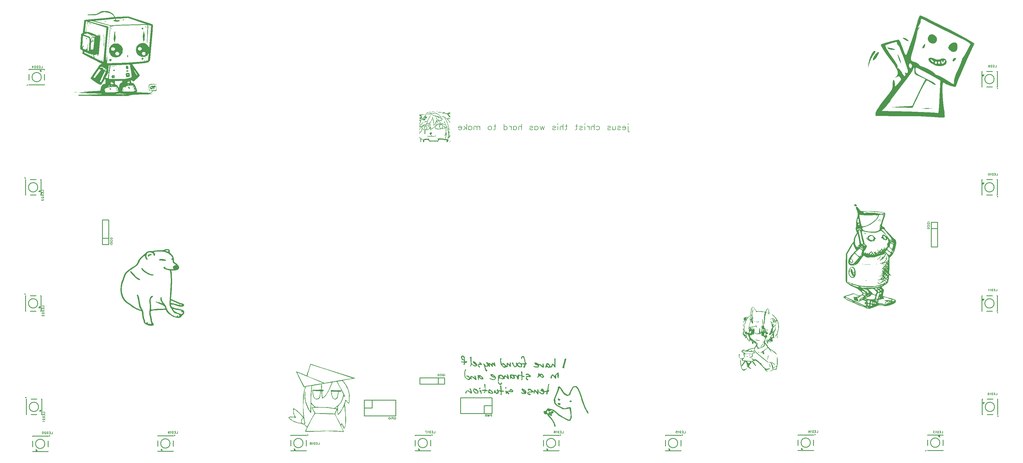
<source format=gbo>
G04 Layer: BottomSilkscreenLayer*
G04 EasyEDA Pro v2.1.51.8c9149c1.e57db4, 2024-03-19 08:44:46*
G04 Gerber Generator version 0.3*
G04 Scale: 100 percent, Rotated: No, Reflected: No*
G04 Dimensions in millimeters*
G04 Leading zeros omitted, absolute positions, 3 integers and 5 decimals*
%FSLAX35Y35*%
%MOMM*%
%ADD10C,0.203*%
%ADD11C,0.1524*%
%ADD12C,0.254*%
G75*


G04 Image Start*
G36*
G01X2646934Y14224000D02*
G01X2574696Y14223340D01*
G01X2502459Y14222730D01*
G01X2313584Y14124076D01*
G01X2037842Y14115440D01*
G01X2042516Y14101928D01*
G01X2047189Y14088466D01*
G01X2172462Y14088770D01*
G01X2297786Y14089126D01*
G01X2367382Y14115390D01*
G01X2417724Y14135913D01*
G01X2449119Y14150391D01*
G01X2459787Y14155979D01*
G01X2463698Y14158316D01*
G01X2466696Y14160043D01*
G01X2471877Y14162684D01*
G01X2480005Y14166240D01*
G01X2491689Y14170609D01*
G01X2507132Y14175435D01*
G01X2523084Y14179499D01*
G01X2536088Y14182090D01*
G01X2538578Y14182496D01*
G01X2586736Y14190066D01*
G01X2745943Y14157147D01*
G01X2797708Y14128699D01*
G01X2849423Y14100302D01*
G01X2873807Y14067942D01*
G01X2884424Y14053566D01*
G01X2887320Y14049146D01*
G01X2888742Y14046403D01*
G01X2889352Y14045133D01*
G01X2889809Y14043914D01*
G01X2890164Y14042695D01*
G01X2890418Y14041526D01*
G01X2890520Y14040409D01*
G01Y14039342D01*
G01X2890368Y14038326D01*
G01X2890114Y14037310D01*
G01X2889707Y14036345D01*
G01X2889148Y14035430D01*
G01X2888437Y14034516D01*
G01X2887574Y14033652D01*
G01X2886558Y14032789D01*
G01X2885389Y14031976D01*
G01X2884068Y14031214D01*
G01X2882544Y14030401D01*
G01X2878938Y14028928D01*
G01X2874620Y14027556D01*
G01X2866593Y14025575D01*
G01X2852928Y14023086D01*
G01X2808173Y14017549D01*
G01X2682392Y14006170D01*
G01X2009242Y13942974D01*
G01X1937360Y13934542D01*
G01X1932381Y13908329D01*
G01X2248205D01*
G01X2249475Y13908837D01*
G01X2261108Y13910615D01*
G01X2554072Y13938707D01*
G01X2891333Y13970864D01*
G01X2896718Y13971676D01*
G01X2929839Y13977874D01*
G01Y13944295D01*
G01X2863596Y13913612D01*
G01X2904795Y13896594D01*
G01X2918663Y13891260D01*
G01X2929992Y13887653D01*
G01X2941066Y13884656D01*
G01X2951937Y13882421D01*
G01X2962656Y13880846D01*
G01X2971140Y13880135D01*
G01X2979522Y13879830D01*
G01X2987853Y13879982D01*
G01X2996184Y13880592D01*
G01X3004464Y13881608D01*
G01X3012745Y13883132D01*
G01X3021076Y13885062D01*
G01X3031439Y13888060D01*
G01X3041904Y13891819D01*
G01X3075737Y13904925D01*
G01X3067863Y13917473D01*
G01X3059938Y13930020D01*
G01X3034030Y13928039D01*
G01X3014929Y13927125D01*
G01X2986989D01*
G01X2980995Y13927328D01*
G01X2953918Y13928649D01*
G01Y13973708D01*
G01X3083306Y13981328D01*
G01X3241142Y13992352D01*
G01X3242869Y13992555D01*
G01X3294583Y13997229D01*
G01X3303016Y13997737D01*
G01X3333140Y13999312D01*
G01X3634130Y13900861D01*
G01X3935070Y13802360D01*
G01X3561893Y13795045D01*
G01X2983992Y13774674D01*
G01X2779370Y13761720D01*
G01X2515667Y13833196D01*
G01X2252726Y13906652D01*
G01X2249272Y13907821D01*
G01X2248662Y13908075D01*
G01X2248408Y13908227D01*
G01X2248306Y13908278D01*
G01X2248256Y13908329D01*
G01X2248205D01*
G01X1932381D01*
G01X1928368Y13887196D01*
G01X1918919Y13824306D01*
G01X1901190Y13682167D01*
G01X1887474Y13563397D01*
G01X1955089D01*
G01X1955495Y13579246D01*
G01X1968754Y13735253D01*
G01X1982318Y13851077D01*
G01X1984502Y13863676D01*
G01X1984858Y13865403D01*
G01X1990700Y13890955D01*
G01X1993240Y13890295D01*
G01X2081073D01*
G01X2111197Y13896442D01*
G01X2121967Y13898321D01*
G01X2130755Y13899236D01*
G01X2137816Y13899591D01*
G01X2148027Y13899490D01*
G01X2159559Y13898677D01*
G01X2176424Y13896543D01*
G01X2211019Y13890193D01*
G01X2399741Y13843102D01*
G01X2487473Y13819734D01*
G01X2761488Y13746378D01*
G01X2754884Y13674750D01*
G01X2705862Y13061188D01*
G01X2705151Y13030708D01*
G01X2705354Y13024256D01*
G01X2705506Y13021920D01*
G01X2705811Y13020091D01*
G01X2705913Y13019735D01*
G01X2705964Y13019430D01*
G01X2706065Y13019278D01*
G01X2706116Y13019126D01*
G01X2706167Y13019024D01*
G01Y13018973D01*
G01X2706370Y13018770D01*
G01X2706421D01*
G01X2706472Y13018719D01*
G01X2706624D01*
G01X2706675Y13018770D01*
G01X2706726D01*
G01X2706776Y13018821D01*
G01X2706827D01*
G01X2706878Y13018872D01*
G01X2707589Y13020700D01*
G01X2709672Y13030860D01*
G01X2728366Y13183260D01*
G01X2767736Y13606170D01*
G01X2775915Y13727582D01*
G01X2788006Y13734948D01*
G01X2800096Y13742264D01*
G01X2810815Y13725957D01*
G01X2821483Y13709650D01*
G01X2832659Y13726770D01*
G01X2843835Y13743838D01*
G01X2968092Y13752627D01*
G01X3530702Y13770000D01*
G01X3969004Y13778586D01*
G01X3962451Y13471855D01*
G01X3955847Y13165125D01*
G01X3964991Y13230250D01*
G01X3968140Y13260375D01*
G01X3983482Y13535050D01*
G01X3992829Y13774776D01*
G01X4001262D01*
G01X4003751Y13774471D01*
G01X4012540Y13772490D01*
G01X4040124Y13764260D01*
G01X4047998Y13761669D01*
G01X4086250Y13748563D01*
G01X4079088Y13640308D01*
G01X4038752Y13174066D01*
G01X4035704Y13148564D01*
G01X4021938Y13037261D01*
G01X4004107Y13071602D01*
G01X3996385Y13085623D01*
G01X3988765Y13097815D01*
G01X3980688Y13109397D01*
G01X3972204Y13120268D01*
G01X3964127Y13129565D01*
G01X3955694Y13138252D01*
G01X3947008Y13146380D01*
G01X3938930Y13153136D01*
G01X3930599Y13159334D01*
G01X3922065Y13165074D01*
G01X3913327Y13170256D01*
G01X3905402Y13174370D01*
G01X3897376Y13178079D01*
G01X3896360Y13178485D01*
G01X3857600Y13194741D01*
G01X3778555Y13194233D01*
G01X3729939Y13172491D01*
G01X3681273Y13150748D01*
G01X3649726Y13113918D01*
G01X3618179Y13077038D01*
G01X3608781Y13033756D01*
G01X3662121D01*
G01X3683508Y13049148D01*
G01X3691026Y13054228D01*
G01X3695649Y13056972D01*
G01X3699002Y13058750D01*
G01X3702253Y13060223D01*
G01X3705454Y13061442D01*
G01X3707536Y13062102D01*
G01X3709619Y13062661D01*
G01X3711702Y13063068D01*
G01X3713734Y13063322D01*
G01X3715766Y13063525D01*
G01X3717849D01*
G01X3719932Y13063474D01*
G01X3722014Y13063271D01*
G01X3724097Y13062915D01*
G01X3726231Y13062458D01*
G01X3729533Y13061544D01*
G01X3732886Y13060324D01*
G01X3736391Y13058851D01*
G01X3741268Y13056413D01*
G01X3747770Y13052654D01*
G01X3757828Y13046100D01*
G01X3784600Y13027660D01*
G01Y12985344D01*
G01X3760165Y12963601D01*
G01X3735730Y12941808D01*
G01X3702964Y12953086D01*
G01X3670198Y12964312D01*
G01X3666185Y12999060D01*
G01X3662121Y13033756D01*
G01X3608781D01*
G01X3605784Y13020040D01*
G01X3593338Y12963093D01*
G01X3602787Y12921793D01*
G01X3606952Y12905638D01*
G01X3611270Y12892024D01*
G01X3616147Y12879070D01*
G01X3620922Y12868250D01*
G01X3626206Y12857937D01*
G01X3627679Y12855397D01*
G01X3790086D01*
G01X3790137Y12857734D01*
G01X3790290Y12860071D01*
G01X3790544Y12862357D01*
G01X3791153Y12865760D01*
G01X3792017Y12869113D01*
G01X3793084Y12872364D01*
G01X3794404Y12875565D01*
G01X3795979Y12878613D01*
G01X3797757Y12881610D01*
G01X3799688Y12884455D01*
G01X3801872Y12887198D01*
G01X3804209Y12889789D01*
G01X3806749Y12892278D01*
G01X3809492Y12894564D01*
G01X3812337Y12896698D01*
G01X3815385Y12898679D01*
G01X3818585Y12900508D01*
G01X3821887Y12902133D01*
G01X3825342Y12903556D01*
G01X3828948Y12904724D01*
G01X3832657Y12905740D01*
G01X3836467Y12906502D01*
G01X3840328Y12907061D01*
G01X3844341Y12907366D01*
G01X3848456D01*
G01X3852621Y12907162D01*
G01X3856838Y12906654D01*
G01X3861105Y12905892D01*
G01X3865474Y12904876D01*
G01X3869842Y12903505D01*
G01X3874262Y12901828D01*
G01X3878732Y12899898D01*
G01X3881679Y12898374D01*
G01X3904996Y12886131D01*
G01Y12816789D01*
G01X3881679Y12804496D01*
G01X3872890Y12800127D01*
G01X3866286Y12797282D01*
G01X3862527Y12795910D01*
G01X3859022Y12794844D01*
G01X3855618Y12794031D01*
G01X3853383Y12793675D01*
G01X3851250Y12793370D01*
G01X3849167Y12793269D01*
G01X3847084D01*
G01X3845052Y12793370D01*
G01X3843020Y12793624D01*
G01X3841039Y12793980D01*
G01X3839007Y12794539D01*
G01X3837026Y12795148D01*
G01X3835044Y12795910D01*
G01X3833063Y12796825D01*
G01X3830015Y12798450D01*
G01X3826967Y12800381D01*
G01X3823767Y12802616D01*
G01X3819398Y12806070D01*
G01X3812438Y12812319D01*
G01X3808679Y12815926D01*
G01X3805326Y12819431D01*
G01X3802380Y12822936D01*
G01X3799738Y12826492D01*
G01X3797452Y12830099D01*
G01X3795471Y12833706D01*
G01X3793846Y12837363D01*
G01X3792474Y12840970D01*
G01X3791763Y12843408D01*
G01X3791153Y12845796D01*
G01X3790696Y12848234D01*
G01X3790391Y12850622D01*
G01X3790188Y12853010D01*
G01X3790086Y12855397D01*
G01X3627679D01*
G01X3631946Y12848082D01*
G01X3637229Y12840005D01*
G01X3642919Y12832283D01*
G01X3649015Y12824816D01*
G01X3655466Y12817704D01*
G01X3662324Y12810896D01*
G01X3670808Y12803327D01*
G01X3679850Y12796114D01*
G01X3689452Y12789306D01*
G01X3699662Y12782855D01*
G01X3712058Y12775895D01*
G01X3726942Y12768580D01*
G01X3739236Y12763246D01*
G01X3783838Y12744907D01*
G01X3829355Y12744958D01*
G01X3874872Y12745060D01*
G01X3909263Y12762687D01*
G01X3943604Y12780315D01*
G01X3954374Y12773762D01*
G01X3965194Y12767208D01*
G01Y12784328D01*
G01X3965296Y12786208D01*
G01X3965702Y12788341D01*
G01X3966312Y12790678D01*
G01X3967124Y12793167D01*
G01X3969410Y12798704D01*
G01X3972458Y12804648D01*
G01X3976116Y12810896D01*
G01X3980282Y12817196D01*
G01X3984904Y12823444D01*
G01X3989883Y12829438D01*
G01X4014622Y12857378D01*
G01X4008882Y12833706D01*
G01X4007612Y12827051D01*
G01X4002075Y12786055D01*
G01X3995217Y12718288D01*
G01X3987190Y12626543D01*
G01X3954831D01*
G01X3944366Y12679782D01*
G01X3942740Y12647270D01*
G01X3941877Y12636094D01*
G01X3940759Y12627813D01*
G01X3939896Y12623190D01*
G01X3939134Y12620295D01*
G01X3938676Y12618618D01*
G01X3938168Y12617247D01*
G01X3937914Y12616688D01*
G01X3937610Y12616180D01*
G01X3937356Y12615723D01*
G01X3937102Y12615367D01*
G01X3936848Y12615062D01*
G01X3936594Y12614859D01*
G01X3936340Y12614758D01*
G01X3936086Y12614707D01*
G01X3934663Y12614554D01*
G01X3929990Y12613488D01*
G01X3919779Y12610287D01*
G01X3912006Y12607493D01*
G01X3892956Y12600330D01*
G01X3891128Y12634163D01*
G01X3889350Y12667945D01*
G01X3879393Y12603632D01*
G01X3841039Y12597638D01*
G01X3785311Y12591745D01*
G01X3555848Y12572187D01*
G01X3309061Y12552680D01*
G01X2664104Y12541910D01*
G01X2670658Y12670028D01*
G01X2673706Y12758674D01*
G01X2673452Y12773355D01*
G01X2673096Y12777927D01*
G01X2672893Y12779756D01*
G01X2672690Y12780721D01*
G01X2672537Y12781280D01*
G01X2672436Y12781636D01*
G01X2672334Y12781890D01*
G01X2672131Y12782296D01*
G01X2671978Y12782448D01*
G01X2671724D01*
G01X2671674Y12782398D01*
G01X2671572D01*
G01X2671521Y12782296D01*
G01X2671470Y12782245D01*
G01X2671369Y12782194D01*
G01X2671318Y12782093D01*
G01X2671013Y12781585D01*
G01X2670810Y12781026D01*
G01X2670505Y12780162D01*
G01X2669997Y12778486D01*
G01X2669134Y12774574D01*
G01X2667000Y12762078D01*
G01X2658364Y12687910D01*
G01X2657551Y12679782D01*
G01X2648356Y12585090D01*
G01X2638755Y12685725D01*
G01X2629205Y12786360D01*
G01X2640990Y12922453D01*
G01X2676906Y13342671D01*
G01X2706573Y13658799D01*
G01X2707284Y13663625D01*
G01X2713584Y13700455D01*
G01X2677617Y13729818D01*
G01X2379370Y13810031D01*
G01X2081073Y13890295D01*
G01X1993240D01*
G01X2015490Y13884554D01*
G01X2040331Y13878204D01*
G01X2034591Y13863472D01*
G01X2033981Y13861694D01*
G01X2032610Y13856513D01*
G01X2029460Y13840917D01*
G01X2023008Y13797026D01*
G01X2022297Y13791082D01*
G01X2015744Y13733323D01*
G01X2032254Y13796366D01*
G01X2044802Y13840104D01*
G01X2050288Y13856259D01*
G01X2052168Y13860932D01*
G01X2053082Y13862914D01*
G01X2053488Y13863625D01*
G01X2053844Y13864234D01*
G01X2053996Y13864488D01*
G01X2054200Y13864692D01*
G01X2054301Y13864844D01*
G01X2055571Y13865149D01*
G01X2058213Y13864946D01*
G01X2067509Y13863269D01*
G01X2123542Y13848842D01*
G01X2526538Y13723823D01*
G01X2646934Y13683742D01*
G01X2643276Y13625678D01*
G01X2562809Y12774524D01*
G01X2555443Y12701524D01*
G01X2616810D01*
G01X2624074Y12694361D01*
G01X2631389Y12687198D01*
G01X2625039Y12671654D01*
G01X2618740Y12656109D01*
G01X2616810Y12701524D01*
G01X2555443D01*
G01X2544826Y12596317D01*
G01X2544724Y12594336D01*
G01X2544572Y12579909D01*
G01X2529535Y12585598D01*
G01X2514498Y12591237D01*
G01X2516530Y12671044D01*
G01X2518512Y12750851D01*
G01X2509012Y12682322D01*
G01X2503373Y12641885D01*
G01X2501951Y12634620D01*
G01X2500884Y12630404D01*
G01X2500020Y12627559D01*
G01X2499055Y12624968D01*
G01X2498395Y12623343D01*
G01X2497684Y12621920D01*
G01X2496871Y12620549D01*
G01X2496058Y12619330D01*
G01X2495194Y12618212D01*
G01X2494229Y12617196D01*
G01X2493213Y12616332D01*
G01X2492146Y12615520D01*
G01X2491588Y12615215D01*
G01X2490978Y12614859D01*
G01X2489759Y12614351D01*
G01X2488489Y12613894D01*
G01X2487117Y12613538D01*
G01X2485644Y12613335D01*
G01X2484069Y12613234D01*
G01X2482444D01*
G01X2480716Y12613335D01*
G01X2477922Y12613691D01*
G01X2474874Y12614300D01*
G01X2470455Y12615418D01*
G01X2464206Y12617450D01*
G01X2452624Y12622022D01*
G01X2378151Y12657023D01*
G01X2266798Y12710109D01*
G01X2255215Y12742316D01*
G01X2247544Y12761773D01*
G01X2238350Y12782347D01*
G01X2233524Y12791796D01*
G01X2232304Y12793929D01*
G01X2220976Y12813335D01*
G01X2264054Y12802260D01*
G01X2307996Y12820345D01*
G01X2351989Y12838379D01*
G01Y12801498D01*
G01X2352243Y12789357D01*
G01X2352700Y12783058D01*
G01X2353158Y12779197D01*
G01X2353564Y12777114D01*
G01X2354021Y12775336D01*
G01X2354224Y12774574D01*
G01X2354478Y12773914D01*
G01X2354732Y12773304D01*
G01X2355037Y12772796D01*
G01X2355291Y12772390D01*
G01X2355596Y12772034D01*
G01X2355901Y12771831D01*
G01X2356206Y12771679D01*
G01X2356561Y12771577D01*
G01X2356866D01*
G01X2357222Y12771679D01*
G01X2357577Y12771831D01*
G01X2357933Y12772136D01*
G01X2358339Y12772441D01*
G01X2358695Y12772898D01*
G01X2359101Y12773406D01*
G01X2359914Y12774676D01*
G01X2360778Y12776251D01*
G01X2362098Y12779248D01*
G01X2364029Y12784379D01*
G01X2367077Y12794488D01*
G01X2372106Y12815011D01*
G01X2375052Y12829083D01*
G01X2385466Y12881051D01*
G01X2386787Y12822834D01*
G01X2387854Y12797282D01*
G01X2388514Y12790322D01*
G01X2388972Y12787122D01*
G01X2389276Y12785598D01*
G01X2389632Y12784328D01*
G01X2389937Y12783414D01*
G01X2390089Y12783160D01*
G01X2390191Y12782956D01*
G01X2390292Y12782804D01*
G01X2390648Y12782448D01*
G01X2390800D01*
G01X2390902Y12782398D01*
G01X2391207Y12782499D01*
G01X2391308Y12782601D01*
G01X2391461Y12782702D01*
G01X2391562Y12782855D01*
G01X2391715Y12783007D01*
G01X2392172Y12783769D01*
G01X2392426Y12784430D01*
G01X2392883Y12785649D01*
G01X2393493Y12787732D01*
G01X2394610Y12792507D01*
G01X2396947Y12805410D01*
G01X2404415Y12866726D01*
G01X2441143Y13365328D01*
G01X2447392Y13470839D01*
G01X2436470Y13460019D01*
G01X2425598Y13449249D01*
G01X2421077Y13384124D01*
G01X2416607Y13318998D01*
G01X2413102Y13401904D01*
G01X2409647Y13484758D01*
G01X2393747Y13437413D01*
G01X2377897Y13390067D01*
G01X2376221Y13431469D01*
G01X2374494Y13472922D01*
G01X2351329Y13415924D01*
G01X2336597Y13433704D01*
G01X2334870Y13435584D01*
G01X2332787Y13437616D01*
G01X2328977Y13440715D01*
G01X2324506Y13443966D01*
G01X2317598Y13448436D01*
G01X2307844Y13453923D01*
G01X2297278Y13459206D01*
G01X2286305Y13463880D01*
G01X2279752Y13466369D01*
G01X2217674Y13489788D01*
G01X2213508Y13491515D01*
G01X2146656Y13518236D01*
G01X2098192Y13534847D01*
G01X2069389Y13543178D01*
G01X2053234Y13546938D01*
G01X2043430Y13548716D01*
G01X2037486Y13549478D01*
G01X2033727Y13549782D01*
G01X2031086Y13549833D01*
G01X1999996D01*
G01X2006702Y13641578D01*
G01X2013356Y13733323D01*
G01X2003501Y13697814D01*
G01X2001012Y13687654D01*
G01X1997354Y13668197D01*
G01X1994103Y13644524D01*
G01X1992427Y13624662D01*
G01X1992224Y13620191D01*
G01X1990801Y13578027D01*
G01X1955444Y13532104D01*
G01X1955089Y13563397D01*
G01X1887474D01*
G01X1883004Y13524484D01*
G01X1830172Y13482422D01*
G01X1829410Y13473074D01*
G01X1916074D01*
G01Y13473227D01*
G01X1916125Y13473379D01*
G01Y13473684D01*
G01X1916379Y13474446D01*
G01X1916532Y13474751D01*
G01X1916938Y13475360D01*
G01X1917192Y13475665D01*
G01X1917497Y13475970D01*
G01X1917802Y13476224D01*
G01X1918360Y13476681D01*
G01X1918970Y13477088D01*
G01X1919630Y13477494D01*
G01X1920697Y13478053D01*
G01X1922170Y13478764D01*
G01X1924152Y13479577D01*
G01X1927758Y13480796D01*
G01X1934566Y13482676D01*
G01X1957172Y13487603D01*
G01X1968094Y13489686D01*
G01X2023161Y13500913D01*
G01X2024075Y13501116D01*
G01X2024278Y13501218D01*
G01X2025853Y13501116D01*
G01X2029054Y13500303D01*
G01X2046478Y13494309D01*
G01X2071522Y13484504D01*
G01X2081428Y13479983D01*
G01X2095856Y13472363D01*
G01X2118360Y13458952D01*
G01X2128977Y13451891D01*
G01X2153564D01*
G01Y13452246D01*
G01X2153615Y13452399D01*
G01X2153717Y13452500D01*
G01X2153768Y13452653D01*
G01X2154072Y13452856D01*
G01X2154276Y13452958D01*
G01X2154682Y13453059D01*
G01X2154936Y13453110D01*
G01X2155241D01*
G01X2155901Y13453161D01*
G01X2156663Y13453110D01*
G01X2158035Y13452958D01*
G01X2160270Y13452551D01*
G01X2164436Y13451535D01*
G01X2175916Y13448081D01*
G01X2227631Y13429691D01*
G01X2296820Y13404240D01*
G01X2269795Y13394436D01*
G01X2242769Y13384581D01*
G01X2193239Y13419887D01*
G01X2164385Y13441070D01*
G01X2158746Y13445744D01*
G01X2156460Y13447878D01*
G01X2155393Y13448944D01*
G01X2154834Y13449605D01*
G01X2154377Y13450214D01*
G01X2154022Y13450773D01*
G01X2153869Y13451027D01*
G01X2153768Y13451230D01*
G01X2153666Y13451484D01*
G01X2153564Y13451891D01*
G01X2128977D01*
G01X2145030Y13441223D01*
G01X2166671Y13425119D01*
G01X2169516Y13422833D01*
G01X2223668Y13379247D01*
G01X2185467Y13369493D01*
G01X2147316Y13359790D01*
G01X2145690Y13315747D01*
G01X2144014Y13271652D01*
G01X2139086Y13301269D01*
G01X2137054Y13311480D01*
G01X2132533Y13329310D01*
G01X2126285Y13349630D01*
G01X2121713Y13362178D01*
G01X2109318Y13393522D01*
G01X2007108Y13431469D01*
G01X1941271Y13456818D01*
G01X1930603Y13461644D01*
G01X1925574Y13464286D01*
G01X1922577Y13466064D01*
G01X1920697Y13467283D01*
G01X1919427Y13468299D01*
G01X1918513Y13469061D01*
G01X1917954Y13469620D01*
G01X1917446Y13470179D01*
G01X1917141Y13470534D01*
G01X1916887Y13470890D01*
G01X1916684Y13471246D01*
G01X1916481Y13471550D01*
G01X1916379Y13471906D01*
G01X1916227Y13472262D01*
G01X1916176Y13472566D01*
G01X1916125Y13472719D01*
G01Y13472922D01*
G01X1916074Y13473074D01*
G01X1829410D01*
G01X1814678Y13294208D01*
G01X1798930Y13059054D01*
G01X1798676Y13049301D01*
G01X1798422Y13023088D01*
G01X1858975D01*
G01X1864258Y13070434D01*
G01X1874215Y13210235D01*
G01X1877466Y13268706D01*
G01X1885340Y13419633D01*
G01X1904949Y13419176D01*
G01X1907388Y13418972D01*
G01X1914601Y13417550D01*
G01X1930349Y13413384D01*
G01X1974596Y13398957D01*
G01X2008835Y13386359D01*
G01X2093112Y13354050D01*
G01X2097481Y13312851D01*
G01X2097938Y13304672D01*
G01X2097684Y13272821D01*
G01X2096465Y13252501D01*
G01X2159356D01*
G01Y13346887D01*
G01X2180438Y13352272D01*
G01X2187905Y13353948D01*
G01X2203450Y13356539D01*
G01X2220062Y13358419D01*
G01X2229256Y13359079D01*
G01X2257044Y13360451D01*
G01X2253336Y13310159D01*
G01X2249627Y13259816D01*
G01X2204517Y13256158D01*
G01X2159356Y13252501D01*
G01X2096465D01*
G01X2089455Y13137693D01*
G01X2086508Y13102996D01*
G01X2077161Y13000431D01*
G01X2136546D01*
G01X2136597Y13010998D01*
G01X2138985Y13048539D01*
G01X2143354Y13101422D01*
G01X2153310Y13223342D01*
G01X2183435Y13231520D01*
G01X2198675Y13235178D01*
G01X2218233Y13238836D01*
G01X2230780Y13240512D01*
G01X2235860Y13240918D01*
G01X2258212Y13242087D01*
G01X2251710Y13225424D01*
G01X2251050Y13223138D01*
G01X2249424Y13215417D01*
G01X2244700Y13180619D01*
G01X2236826Y13096342D01*
G01X2228444Y12983870D01*
G01X2184857Y12978536D01*
G01X2161743Y12975539D01*
G01X2156714Y12975184D01*
G01X2153717Y12975133D01*
G01X2151634Y12975234D01*
G01X2150364Y12975336D01*
G01X2149145Y12975539D01*
G01X2147976Y12975793D01*
G01X2146859Y12976098D01*
G01X2145843Y12976504D01*
G01X2144878Y12976962D01*
G01X2143963Y12977470D01*
G01X2143100Y12978130D01*
G01X2142287Y12978790D01*
G01X2141576Y12979603D01*
G01X2140864Y12980467D01*
G01X2140255Y12981432D01*
G01X2139696Y12982499D01*
G01X2139137Y12983667D01*
G01X2138680Y12984937D01*
G01X2138274Y12986309D01*
G01X2137715Y12988595D01*
G01X2137308Y12991135D01*
G01X2136851Y12994945D01*
G01X2136546Y13000431D01*
G01X2077161D01*
G01X2071167Y12934290D01*
G01X2038960D01*
G01X2037131Y13067487D01*
G01X2035251Y13200634D01*
G01X2027225Y13085369D01*
G01X2020367Y13011455D01*
G01X2016150Y12981381D01*
G01X2014169Y12971272D01*
G01X2013153Y12967259D01*
G01X2012594Y12965278D01*
G01X2011782Y12963246D01*
G01X2011528Y12962839D01*
G01X2011324Y12962484D01*
G01X2011121Y12962179D01*
G01X2011020Y12962077D01*
G01X2002841Y12954051D01*
G01X1998777Y13058597D01*
G01X1989226Y12967868D01*
G01X1968957Y12975996D01*
G01X1915566Y12995859D01*
G01X1882445Y13007645D01*
G01Y13062001D01*
G01X1901292Y13069062D01*
G01X1920088Y13076174D01*
G01X1912620Y13088112D01*
G01X1911756Y13089331D01*
G01X1910893Y13090500D01*
G01X1909877Y13091668D01*
G01X1908810Y13092735D01*
G01X1907692Y13093802D01*
G01X1906524Y13094767D01*
G01X1905305Y13095681D01*
G01X1904086Y13096545D01*
G01X1902816Y13097307D01*
G01X1901546Y13097967D01*
G01X1900276Y13098577D01*
G01X1899006Y13099085D01*
G01X1897736Y13099491D01*
G01X1896466Y13099796D01*
G01X1895297Y13099948D01*
G01X1894129Y13100050D01*
G01X1883156D01*
G01X1871066Y13061544D01*
G01X1858975Y13023088D01*
G01X1798422D01*
G01X1798168Y12992710D01*
G01X1879448Y12945567D01*
G01X1873910Y12895529D01*
G01X1871980Y12877952D01*
G01X1930603D01*
G01Y12894310D01*
G01X1930705Y12899847D01*
G01X1930857Y12901422D01*
G01X1931060Y12902895D01*
G01X1931365Y12904165D01*
G01X1931721Y12905283D01*
G01X1932229Y12906299D01*
G01X1932889Y12907112D01*
G01X1933702Y12907772D01*
G01X1934667Y12908280D01*
G01X1935785Y12908636D01*
G01X1937156Y12908788D01*
G01X1938680D01*
G01X1940458Y12908585D01*
G01X1942490Y12908229D01*
G01X1947367Y12906908D01*
G01X1956867Y12903556D01*
G01X1998167Y12885522D01*
G01X2020875Y12875108D01*
G01X2065376Y12856007D01*
G01X2093112Y12845694D01*
G01X2105609Y12841783D01*
G01X2110537Y12840513D01*
G01X2113686Y12839903D01*
G01X2115007Y12839700D01*
G01X2116176Y12839598D01*
G01X2135175D01*
G01X2140763Y12827762D01*
G01X2158898D01*
G01X2202688D01*
G01X2233778Y12743129D01*
G01X2226716Y12736220D01*
G01X2219706Y12729261D01*
G01X2198522Y12748108D01*
G01X2192884Y12752832D01*
G01X2187042Y12757201D01*
G01X2181200Y12761011D01*
G01X2176780Y12763652D01*
G01X2173630Y12765227D01*
G01X2170786Y12766548D01*
G01X2170735D01*
G01X2165198Y12795199D01*
G01X2158898Y12827762D01*
G01X2140763D01*
G01X2153361Y12801143D01*
G01X2169414Y12767056D01*
G01X2169058Y12767208D01*
G01X2167433Y12767716D01*
G01X2166010Y12768021D01*
G01X2165350Y12768072D01*
G01X2163572Y12768478D01*
G01X2156765Y12770917D01*
G01X2106168Y12793116D01*
G01X2041957Y12823647D01*
G01X1930603Y12877952D01*
G01X1871980D01*
G01X1868424Y12845542D01*
G01X1890827Y12832283D01*
G01X2143354Y12703048D01*
G01X2201824Y12673533D01*
G01X2494331Y12524791D01*
G01X2494940Y12524435D01*
G01X2495042Y12524384D01*
G01X2495093D01*
G01X2494432Y12521997D01*
G01X2489200Y12518288D01*
G01X2480208Y12513767D01*
G01X2468423Y12508941D01*
G01X2437028Y12497206D01*
G01X2403551Y12451486D01*
G01X2358542Y12387021D01*
G01X2448255D01*
G01Y12398248D01*
G01X2448357Y12401296D01*
G01X2448560Y12404090D01*
G01X2448966Y12406732D01*
G01X2449525Y12409170D01*
G01X2450236Y12411456D01*
G01X2450643Y12412523D01*
G01X2451100Y12413488D01*
G01X2451608Y12414453D01*
G01X2452167Y12415368D01*
G01X2452776Y12416231D01*
G01X2453386Y12417044D01*
G01X2454097Y12417857D01*
G01X2454808Y12418568D01*
G01X2455570Y12419228D01*
G01X2456383Y12419838D01*
G01X2457247Y12420448D01*
G01X2458161Y12420956D01*
G01X2459126Y12421464D01*
G01X2460142Y12421921D01*
G01X2461158Y12422276D01*
G01X2462276Y12422632D01*
G01X2464613Y12423191D01*
G01X2467204Y12423546D01*
G01X2469947Y12423699D01*
G01X2472893D01*
G01X2476043Y12423445D01*
G01X2481224Y12422784D01*
G01X2486863Y12421718D01*
G01X2495194Y12419584D01*
G01X2506878Y12415876D01*
G01X2525725Y12408713D01*
G01X2544369Y12400737D01*
G01X2567026Y12389866D01*
G01X2589987Y12377420D01*
G01X2605075Y12368276D01*
G01X2613457Y12362586D01*
G01X2617826Y12359234D01*
G01X2619604Y12357710D01*
G01X2640889Y12338761D01*
G01Y12295073D01*
G01X2624836D01*
G01X2621483Y12295226D01*
G01X2617978Y12295683D01*
G01X2614524Y12296445D01*
G01X2611171Y12297359D01*
G01X2608072Y12298528D01*
G01X2605227Y12299848D01*
G01X2603957Y12300560D01*
G01X2602789Y12301322D01*
G01X2601773Y12302084D01*
G01X2600858Y12302896D01*
G01X2592934Y12310669D01*
G01X2606599Y12326823D01*
G01X2620264Y12343028D01*
G01X2601468Y12360199D01*
G01X2596134Y12345416D01*
G01X2590749Y12330582D01*
G01X2556053D01*
G01X2531161Y12394895D01*
G01X2519985Y12377572D01*
G01X2508860Y12360199D01*
G01X2508656Y12379249D01*
G01X2508453Y12398350D01*
G01X2478380Y12392711D01*
G01X2448255Y12387021D01*
G01X2358542D01*
G01X2250389Y12232234D01*
G01X2153107Y12091213D01*
G01X2230018D01*
G01X2316582Y12222734D01*
G01X2401062Y12347854D01*
G01X2404770Y12352731D01*
G01X2405634Y12353747D01*
G01X2406142Y12354255D01*
G01X2406244D01*
G01X2407514Y12353950D01*
G01X2413102Y12351715D01*
G01X2438908Y12339218D01*
G01X2468423Y12324182D01*
G01X2367331Y12191238D01*
G01X2331161Y12145162D01*
G01X2424176D01*
G01X2431491Y12138000D01*
G01X2438756Y12130837D01*
G01X2432406Y12115292D01*
G01X2426106Y12099798D01*
G01X2425141Y12122455D01*
G01X2424176Y12145162D01*
G01X2331161D01*
G01X2297735Y12102592D01*
G01X2281733Y12084406D01*
G01X2273503Y12075973D01*
G01X2268068Y12070944D01*
G01X2264359Y12067845D01*
G01X2261667Y12065864D01*
G01X2259533Y12064441D01*
G01X2257806Y12063476D01*
G01X2256536Y12062816D01*
G01X2255266Y12062206D01*
G01X2254047Y12061749D01*
G01X2253183Y12061495D01*
G01X2251558Y12061088D01*
G01X2250745Y12060987D01*
G01X2249983Y12060936D01*
G01X2249221D01*
G01X2248713Y12060987D01*
G01X2248256Y12061038D01*
G01X2247748Y12061139D01*
G01X2247290Y12061241D01*
G01X2246884Y12061342D01*
G01X2246427Y12061495D01*
G01X2245970Y12061698D01*
G01X2245563Y12061901D01*
G01X2244903Y12062206D01*
G01X2244344Y12062612D01*
G01X2243734Y12063019D01*
G01X2243125Y12063527D01*
G01X2242566Y12064086D01*
G01X2242058Y12064644D01*
G01X2241347Y12065508D01*
G01X2240636Y12066422D01*
G01X2239823Y12067692D01*
G01X2239010Y12069115D01*
G01X2238096Y12070944D01*
G01X2236876Y12073687D01*
G01X2236470Y12074754D01*
G01X2230018Y12091213D01*
G01X2153107D01*
G01X2130704Y12058701D01*
G01X2160067Y12027662D01*
G01X2168144Y12019636D01*
G01X2183435Y12005970D01*
G01X2214016Y11981282D01*
G01X2249322Y11955628D01*
G01X2432406D01*
G01X2515565Y12118848D01*
G01X2598776Y12282068D01*
G01X2609647Y12271350D01*
G01X2620518Y12260682D01*
G01X2598877Y12203887D01*
G01X2567178Y12128805D01*
G01X2540102Y12069369D01*
G01X2617064D01*
G01X2661056Y12155526D01*
G01X2705049Y12241733D01*
G01X2707437Y12312802D01*
G01X2710485Y12362078D01*
G01X2715362Y12407087D01*
G01X2718359Y12425883D01*
G01X2718816Y12428271D01*
G01X2727858Y12472670D01*
G01X2746959D01*
G01X2741016Y12428271D01*
G01X2714854Y12218162D01*
G01X2694635Y12052402D01*
G01X2670810Y12055958D01*
G01X2654910Y12058752D01*
G01X2639670Y12062206D01*
G01X2631999Y12064390D01*
G01X2617064Y12069369D01*
G01X2540102D01*
G01X2529586Y12046306D01*
G01X2721356D01*
G01X2736240Y12185498D01*
G01X2753970Y12321743D01*
G01X2761183Y12362383D01*
G01X2763418Y12372035D01*
G01X2768752Y12395149D01*
G01X2773121Y12419482D01*
G01X2775153Y12434976D01*
G01X2775712Y12442241D01*
G01X2775814Y12446000D01*
G01X2775864Y12472670D01*
G01X2879954Y12473229D01*
G01X3229254Y12484405D01*
G01X3299714Y12489485D01*
G01X3308960Y12490602D01*
G01X3312058Y12491161D01*
G01X3313278Y12491466D01*
G01X3313786Y12491618D01*
G01X3314141Y12491771D01*
G01X3314294Y12491872D01*
G01X3314446Y12491923D01*
G01X3314548Y12492025D01*
G01X3314649Y12492076D01*
G01X3316630Y12493092D01*
G01X3320186Y12493904D01*
G01X3325063Y12494463D01*
G01X3338068Y12494971D01*
G01X3354121Y12494514D01*
G01X3362808Y12493904D01*
G01X3405378Y12490399D01*
G01X3413862Y12443054D01*
G01X3421431Y12388647D01*
G01X3484982D01*
G01X3485032Y12388748D01*
G01Y12389002D01*
G01X3485134Y12389206D01*
G01Y12389256D01*
G01X3485185Y12389307D01*
G01Y12389358D01*
G01X3485236D01*
G01Y12389409D01*
G01X3485439Y12389612D01*
G01X3485540Y12389663D01*
G01X3485591D01*
G01X3485693Y12389714D01*
G01X3485794D01*
G01X3485896Y12389764D01*
G01X3486353D01*
G01X3487268Y12389206D01*
G01X3488893Y12387478D01*
G01X3497936Y12376201D01*
G01X3566973Y12277801D01*
G01X3642462Y12165838D01*
G01X3633318Y12138812D01*
G01X3580435Y12225833D01*
G01X3490570Y12375896D01*
G01X3487115Y12382551D01*
G01X3486048Y12384989D01*
G01X3485540Y12386310D01*
G01X3485134Y12387529D01*
G01X3485083Y12387936D01*
G01X3485032Y12388240D01*
G01Y12388494D01*
G01X3484982Y12388647D01*
G01X3421431D01*
G01X3441040Y12248236D01*
G01X3459683Y12100763D01*
G01X3444545Y12086234D01*
G01X3429457Y12071756D01*
G01X3327095Y12050827D01*
G01X3224784Y12029948D01*
G01X2739238Y12028729D01*
G01X2721356Y12046306D01*
G01X2529586D01*
G01X2525624Y12037619D01*
G01X2474011Y11928145D01*
G01X2461870D01*
G01X2460549Y11928196D01*
G01X2459228Y11928399D01*
G01X2457856Y11928754D01*
G01X2456434Y11929212D01*
G01X2455012Y11929821D01*
G01X2453589Y11930482D01*
G01X2452167Y11931294D01*
G01X2450744Y11932158D01*
G01X2447950Y11934190D01*
G01X2445360Y11936527D01*
G01X2444191Y11937797D01*
G01X2443023Y11939118D01*
G01X2442007Y11940489D01*
G01X2441042Y11941861D01*
G01X2432406Y11955628D01*
G01X2249322D01*
G01X2268322Y11941810D01*
G01X2327859Y11902694D01*
G01X2367686Y11879275D01*
G01X2385974Y11869674D01*
G01X2438095Y11843868D01*
G01X2487270Y11851183D01*
G01X2533345Y11926316D01*
G01X2576779Y12000179D01*
G01X2582316Y12010796D01*
G01X2583332Y12013032D01*
G01X2583790Y12014251D01*
G01X2588158Y12027002D01*
G01X2602484Y12018315D01*
G01X2616810Y12009577D01*
G01Y11962587D01*
G01X2917800D01*
G01X3005074Y11966702D01*
G01X3125470Y11973154D01*
G01X3158592Y11975490D01*
G01Y11948160D01*
G01X3347466D01*
G01X3356204Y11962028D01*
G01X3364890Y11975846D01*
G01X3374644Y11969953D01*
G01X3375711Y11969191D01*
G01X3376727Y11968124D01*
G01X3377794Y11966854D01*
G01X3377946Y11966651D01*
G01X3363214Y11957710D01*
G01X3347466Y11948160D01*
G01X3158592D01*
G01Y11916308D01*
G01X3140507D01*
G01X3138576Y11916156D01*
G01X3136392Y11915851D01*
G01X3134106Y11915292D01*
G01X3131668Y11914530D01*
G01X3126486Y11912397D01*
G01X3121000Y11909654D01*
G01X3115361Y11906301D01*
G01X3109824Y11902440D01*
G01X3104439Y11898224D01*
G01X3099460Y11893702D01*
G01X3098394Y11892636D01*
G01X3327095D01*
G01Y11939981D01*
G01X3344469D01*
G01X3346298Y11940032D01*
G01X3348126Y11940235D01*
G01X3350006Y11940591D01*
G01X3351886Y11941048D01*
G01X3353765Y11941607D01*
G01X3355594Y11942318D01*
G01X3357474Y11943080D01*
G01X3359252Y11943994D01*
G01X3360979Y11944960D01*
G01X3362655Y11946026D01*
G01X3364230Y11947144D01*
G01X3365703Y11948312D01*
G01X3367075Y11949582D01*
G01X3368345Y11950903D01*
G01X3369412Y11952224D01*
G01X3370377Y11953646D01*
G01X3378302Y11966194D01*
G01X3378911Y11965330D01*
G01X3381096Y11961622D01*
G01X3383229Y11957152D01*
G01X3385261Y11952122D01*
G01X3387141Y11946636D01*
G01X3388766Y11940794D01*
G01X3390087Y11934800D01*
G01X3395777Y11905640D01*
G01X3378505Y11899138D01*
G01X3374695Y11897817D01*
G01X3368243Y11896039D01*
G01X3361334Y11894515D01*
G01X3354426Y11893398D01*
G01X3347974Y11892737D01*
G01X3344164Y11892636D01*
G01X3327095D01*
G01X3098394D01*
G01X3076448Y11871046D01*
G01X3073502Y11857126D01*
G01X3339135D01*
G01X3351174D01*
G01X3353613Y11856872D01*
G01X3355848Y11856212D01*
G01X3357931Y11855196D01*
G01X3359709Y11853824D01*
G01X3361182Y11852199D01*
G01X3362300Y11850268D01*
G01X3363011Y11848186D01*
G01X3363214Y11845950D01*
G01X3363011Y11843563D01*
G01X3362300Y11841074D01*
G01X3361182Y11838483D01*
G01X3359709Y11835943D01*
G01X3357931Y11833504D01*
G01X3355848Y11831218D01*
G01X3353613Y11829186D01*
G01X3351174Y11827510D01*
G01X3339135Y11820195D01*
G01Y11857126D01*
G01X3073502D01*
G01X3047797Y11735410D01*
G01X3021889Y11781485D01*
G01X2995930Y11827510D01*
G01X2957119Y11845290D01*
G01X2918308Y11863019D01*
G01X2917800Y11962587D01*
G01X2616810D01*
G01Y11928145D01*
G01X2785364D01*
G01X2806446Y11927738D01*
G01X2808681Y11927637D01*
G01X2811120Y11927383D01*
G01X2816301Y11926367D01*
G01X2821788Y11924843D01*
G01X2827528Y11922862D01*
G01X2833218Y11920474D01*
G01X2838704Y11917782D01*
G01X2843886Y11914835D01*
G01X2848559Y11911635D01*
G01X2869641Y11895938D01*
G01Y11858803D01*
G01X2827579Y11860886D01*
G01X2785466Y11863019D01*
G01X2785364Y11893398D01*
G01X2839517Y11916969D01*
G01X2812440Y11911838D01*
G01X2785364Y11906656D01*
G01Y11928145D01*
G01X2616810D01*
G01Y11881714D01*
G01X2568651Y11868912D01*
G01X2520442Y11856161D01*
G01X2502662Y11829491D01*
G01X2497785Y11821770D01*
G01X2497684Y11821617D01*
G01X2797404D01*
G01X2833522D01*
G01Y11797944D01*
G01X2797404D01*
G01Y11821617D01*
G01X2497684D01*
G01X2492197Y11811660D01*
G01X2486101Y11799214D01*
G01X2707792D01*
G01X2725166Y11809781D01*
G01X2729230Y11812067D01*
G01X2732989Y11813794D01*
G01X2736393Y11815064D01*
G01X2737968Y11815470D01*
G01X2739492Y11815826D01*
G01X2740863Y11816029D01*
G01X2742133Y11816131D01*
G01X2743352Y11816080D01*
G01X2744419Y11815978D01*
G01X2745384Y11815775D01*
G01X2746248Y11815420D01*
G01X2747010Y11815013D01*
G01X2747670Y11814505D01*
G01X2748178Y11813896D01*
G01X2748534Y11813184D01*
G01X2748839Y11812372D01*
G01X2748991Y11811508D01*
G01Y11810543D01*
G01X2748839Y11809527D01*
G01X2748585Y11808409D01*
G01X2748178Y11807241D01*
G01X2747670Y11805971D01*
G01X2746959Y11804701D01*
G01X2746146Y11803278D01*
G01X2745130Y11801856D01*
G01X2742692Y11798808D01*
G01X2739644Y11795557D01*
G01X2725572Y11781739D01*
G01X2707792Y11799214D01*
G01X2486101D01*
G01X2485949Y11798859D01*
G01X2479294Y11782857D01*
G01X2472385Y11763248D01*
G01X2465527Y11739575D01*
G01X2458974Y11711432D01*
G01X2454910Y11689639D01*
G01X2447646Y11646510D01*
G01X2258365Y11639601D01*
G01X2134108Y11632794D01*
G01X2585212D01*
G01X2585720Y11646510D01*
G01X2587498Y11663477D01*
G01X2588870Y11672621D01*
G01X2596337Y11717731D01*
G01X2638552Y11735105D01*
G01X2659075Y11742928D01*
G01X2680259Y11749735D01*
G01X2702255Y11755628D01*
G01X2727046Y11760860D01*
G01X2757068Y11765636D01*
G01X2795473Y11769649D01*
G01X2849220Y11772494D01*
G01X2870352Y11772951D01*
G01X2961335Y11774221D01*
G01X3001061Y11744655D01*
G01X3015996Y11688826D01*
G01X3023616Y11658854D01*
G01X3024683Y11653368D01*
G01X3156966D01*
G01X3183484Y11750192D01*
G01X3232353Y11775897D01*
G01X3248152Y11762994D01*
G01X3264002Y11750091D01*
G01X3269996Y11772798D01*
G01X3276041Y11795455D01*
G01X3352749Y11807038D01*
G01X3439668Y11817960D01*
G01X3465728Y11820042D01*
G01X3466694Y11820093D01*
G01X3503981Y11821617D01*
G01X3522066Y11800891D01*
G01X3525825Y11796319D01*
G01X3530651Y11789867D01*
G01X3536137Y11781587D01*
G01X3541116Y11773205D01*
G01X3544570Y11766550D01*
G01X3546754Y11761673D01*
G01X3547618Y11759438D01*
G01X3555086Y11738712D01*
G01X3532226D01*
G01X3539388Y11687251D01*
G01X3545637Y11642649D01*
G01X3555848D01*
G01Y11684762D01*
G01X3556254Y11703660D01*
G01X3556965Y11713007D01*
G01X3557626Y11717833D01*
G01X3558184Y11720678D01*
G01X3558591Y11722202D01*
G01X3558997Y11723421D01*
G01X3559251Y11723929D01*
G01X3559505Y11724386D01*
G01X3559708Y11724742D01*
G01X3559962Y11725046D01*
G01X3560216Y11725250D01*
G01X3560470Y11725402D01*
G01X3560724Y11725453D01*
G01X3560978D01*
G01X3561283Y11725402D01*
G01X3561537Y11725250D01*
G01X3561842Y11725046D01*
G01X3562096Y11724742D01*
G01X3562706Y11723929D01*
G01X3563010Y11723370D01*
G01X3563620Y11722151D01*
G01X3564230Y11720576D01*
G01X3565195Y11717680D01*
G01X3566465Y11712753D01*
G01X3568497Y11703152D01*
G01X3570529Y11690858D01*
G01X3575914Y11654841D01*
G01X3565906Y11648745D01*
G01X3555848Y11642649D01*
G01X3545637D01*
G01X3546602Y11635791D01*
G01X3489350Y11628069D01*
G01X3468726Y11625986D01*
G01X3380588Y11621567D01*
G01X3300984Y11620348D01*
G01X3169869D01*
G01X3156966Y11653368D01*
G01X3024683D01*
G01X3024937Y11651945D01*
G01X3025546Y11647526D01*
G01X3025750Y11644274D01*
G01X3025800Y11641988D01*
G01X3025699Y11639906D01*
G01X3025496Y11637874D01*
G01X3025242Y11636604D01*
G01X3024937Y11635384D01*
G01X3024581Y11634216D01*
G01X3024175Y11633098D01*
G01X3023667Y11632032D01*
G01X3023108Y11631016D01*
G01X3022448Y11630000D01*
G01X3021736Y11629085D01*
G01X3020974Y11628171D01*
G01X3020111Y11627307D01*
G01X3019146Y11626444D01*
G01X3018130Y11625631D01*
G01X3017063Y11624869D01*
G01X3015234Y11623751D01*
G01X3013253Y11622684D01*
G01X3011018Y11621668D01*
G01X3007817Y11620398D01*
G01X3003245Y11618874D01*
G01X2995828Y11616893D01*
G01X2975610Y11612626D01*
G01X2950972Y11608054D01*
G01X2883916Y11595913D01*
G01X2611831Y11602618D01*
G01X2603500Y11632184D01*
G01X2595169Y11661800D01*
G01X2593950Y11639093D01*
G01X2593594Y11634673D01*
G01X2593035Y11630711D01*
G01X2592324Y11627409D01*
G01X2591867Y11625986D01*
G01X2591460Y11624716D01*
G01X2590952Y11623650D01*
G01X2590444Y11622735D01*
G01X2589936Y11622075D01*
G01X2589378Y11621618D01*
G01X2588819Y11621364D01*
G01X2588260Y11621313D01*
G01X2587701Y11621516D01*
G01X2587092Y11621973D01*
G01X2586126Y11624005D01*
G01X2585466Y11627663D01*
G01X2585212Y11632794D01*
G01X2134108D01*
G01X1979270Y11624310D01*
G01X1972767Y11623700D01*
G01X1876450Y11614709D01*
G01X1960728Y11607800D01*
G01X2044954Y11600891D01*
G01X1888490Y11597183D01*
G01X1731975Y11593525D01*
G01X1852117Y11571122D01*
G01X3044190D01*
G01X3067253Y11572088D01*
G01X3090367Y11573002D01*
G01X3083103Y11565839D01*
G01X3075788Y11558727D01*
G01X3044190Y11571122D01*
G01X1852117D01*
G01X1852371Y11571072D01*
G01X2165350Y11565331D01*
G01X2478380Y11559540D01*
G01X2487879Y11550447D01*
G01X2497379Y11541303D01*
G01X2454250Y11539880D01*
G01X2923794D01*
G01X2953918Y11548262D01*
G01X2983992Y11556644D01*
G01X3127705Y11552733D01*
G01X3247288Y11547145D01*
G01X3267761Y11545164D01*
G01X3273095Y11544402D01*
G01X3275025Y11543995D01*
G01X3275889Y11543741D01*
G01X3276346Y11543589D01*
G01X3276702Y11543487D01*
G01X3277006Y11543335D01*
G01X3277108Y11543233D01*
G01X3277210Y11543182D01*
G01X3276854Y11542573D01*
G01X3274720Y11542065D01*
G01X3265272Y11541049D01*
G01X3188106Y11538814D01*
G01X3103372Y11538661D01*
G01X2923794Y11539880D01*
G01X2454250D01*
G01X2260244Y11533480D01*
G01X1895551Y11524844D01*
G01X1768094Y11523980D01*
G01X1744828Y11515039D01*
G01X1736801Y11511940D01*
G01X3152546D01*
G01X3212744D01*
G01X3197708Y11505997D01*
G01X3196082Y11505387D01*
G01X3194355Y11504930D01*
G01X3190646Y11504117D01*
G01X3186735Y11503660D01*
G01X3182671Y11503508D01*
G01X3178556Y11503660D01*
G01X3174644Y11504117D01*
G01X3170936Y11504930D01*
G01X3169209Y11505387D01*
G01X3167583Y11505997D01*
G01X3152546Y11511940D01*
G01X1736801D01*
G01X1721510Y11506048D01*
G01X1755851Y11485220D01*
G01X2592680Y11482984D01*
G01X3429457Y11480800D01*
G01X3333140Y11493602D01*
G01X3423412Y11508740D01*
G01X3513734Y11523828D01*
G01X4175862Y11543436D01*
G01X4097579Y11550244D01*
G01X4057091Y11554562D01*
G01X4047338Y11556136D01*
G01X4044036Y11556797D01*
G01X4042562Y11557203D01*
G01X4041851Y11557457D01*
G01X4041546Y11557559D01*
G01X4041292Y11557660D01*
G01X4041089Y11557813D01*
G01X4040937Y11557914D01*
G01X4040835Y11558016D01*
G01X4040784Y11558118D01*
G01Y11558219D01*
G01X4040835Y11558321D01*
G01X4040937Y11558422D01*
G01X4041089Y11558473D01*
G01X4041292Y11558575D01*
G01X4041546Y11558676D01*
G01X4042207Y11558829D01*
G01X4043629Y11559032D01*
G01X4044798Y11559134D01*
G01X4070299Y11561166D01*
G01X4133698Y11610238D01*
G01Y11644020D01*
G01X4239108D01*
G01X4253179Y11660683D01*
G01X4267200Y11677294D01*
G01X4263644Y11770157D01*
G01X4260139Y11863019D01*
G01X4168851Y11866423D01*
G01X4077564Y11869877D01*
G01X4012336Y11845493D01*
G01X4012794Y11832996D01*
G01X4025392D01*
G01X4052468Y11838940D01*
G01X4066794Y11841582D01*
G01X4109517Y11847220D01*
G01X4127703Y11848998D01*
G01X4195928Y11855094D01*
G01X4200347Y11855348D01*
G01X4205224D01*
G01X4213047Y11854739D01*
G01X4220972Y11853570D01*
G01X4226103Y11852554D01*
G01X4230827Y11851335D01*
G01X4235044Y11849913D01*
G01X4254094Y11842750D01*
G01X4253941Y11770004D01*
G01X4253738Y11697310D01*
G01X4232402Y11664188D01*
G01X4138219Y11666626D01*
G01X4043985Y11669116D01*
G01X4034841Y11683187D01*
G01X4025748Y11697310D01*
G01X4025544Y11765128D01*
G01X4025392Y11832996D01*
G01X4012794D01*
G01X4019347Y11661800D01*
G01X4061511Y11657990D01*
G01X4072331Y11656720D01*
G01X4084777Y11654587D01*
G01X4094226Y11652402D01*
G01X4100932Y11650523D01*
G01X4105250Y11648999D01*
G01X4107790Y11647983D01*
G01X4109974Y11646916D01*
G01X4111803Y11645900D01*
G01X4112616Y11645392D01*
G01X4113276Y11644884D01*
G01X4113835Y11644376D01*
G01X4124096Y11634572D01*
G01X4069944Y11581333D01*
G01X3907333Y11589004D01*
G01X3679749Y11596675D01*
G01X3614826D01*
G01X3625901Y11616080D01*
G01X3636975Y11635537D01*
G01X3619398Y11701577D01*
G01X3608527Y11738915D01*
G01X3598977Y11766296D01*
G01X3590544Y11787022D01*
G01X3582162Y11804802D01*
G01X3574644Y11818925D01*
G01X3567328Y11830964D01*
G01X3559708Y11842293D01*
G01X3552444Y11851945D01*
G01X3544824Y11861038D01*
G01X3540912Y11865356D01*
G01X3516732Y11891416D01*
G01X3483559Y11898528D01*
G01X3450438Y11905691D01*
G01X3443326Y11948871D01*
G01X3439668Y11973916D01*
G01X3439109Y11979961D01*
G01X3439008Y11983771D01*
G01X3439058Y11986006D01*
G01X3439211Y11987936D01*
G01X3439465Y11989613D01*
G01X3439668Y11990375D01*
G01X3439871Y11991035D01*
G01X3440125Y11991696D01*
G01X3440379Y11992254D01*
G01X3440735Y11992712D01*
G01X3441040Y11993169D01*
G01X3441446Y11993524D01*
G01X3441852Y11993829D01*
G01X3442310Y11994083D01*
G01X3442767Y11994236D01*
G01X3443275Y11994388D01*
G01X3443834Y11994439D01*
G01X3445053D01*
G01X3445713Y11994286D01*
G01X3446424Y11994134D01*
G01X3447186Y11993931D01*
G01X3448812Y11993321D01*
G01X3450590Y11992458D01*
G01X3453536Y11990832D01*
G01X3458159Y11987886D01*
G01X3471215Y11978284D01*
G01X3474669Y11975643D01*
G01X3487826Y11965788D01*
G01X3492856Y11962486D01*
G01X3496818Y11960149D01*
G01X3499917Y11958574D01*
G01X3502203Y11957609D01*
G01X3504438Y11956796D01*
G01X3506673Y11956186D01*
G01X3508146Y11955831D01*
G01X3509670Y11955577D01*
G01X3511144Y11955424D01*
G01X3512668Y11955374D01*
G01X3514192D01*
G01X3515716Y11955424D01*
G01X3517290Y11955628D01*
G01X3518865Y11955882D01*
G01X3521304Y11956440D01*
G01X3523793Y11957202D01*
G01X3526333Y11958168D01*
G01X3528974Y11959336D01*
G01X3532683Y11961266D01*
G01X3536544Y11963603D01*
G01X3541776Y11967058D01*
G01X3549701Y11973103D01*
G01X3564128Y11985295D01*
G01X3621684Y12039803D01*
G01X3712362Y12127840D01*
G01Y12167514D01*
G01X3475634Y12504420D01*
G01X3654908Y12518644D01*
G01X3852977Y12537745D01*
G01X3906825Y12545974D01*
G01X3934917Y12551766D01*
G01X3953053Y12556439D01*
G01X3966362Y12560605D01*
G01X3976370Y12564364D01*
G01X3984650Y12567920D01*
G01X3991407Y12571273D01*
G01X3997300Y12574575D01*
G01X4002380Y12577826D01*
G01X4006850Y12580976D01*
G01X4011016Y12584227D01*
G01X4014876Y12587630D01*
G01X4018534Y12591186D01*
G01X4022242Y12595149D01*
G01X4025697Y12599314D01*
G01X4029405Y12604191D01*
G01X4031640Y12607544D01*
G01X4049979Y12635027D01*
G01X4084879Y13018465D01*
G01X4134155Y13589305D01*
G01X4148531Y13776757D01*
G01X4138117Y13786714D01*
G01X4137101Y13787374D01*
G01X4132123Y13789660D01*
G01X4066794Y13813739D01*
G01X3745332Y13921842D01*
G01X3362960Y14047013D01*
G01X3263798Y14045844D01*
G01X3056687Y14037564D01*
G01X3047390Y14036954D01*
G01X2930195Y14029284D01*
G01X2895194Y14078153D01*
G01X2860142Y14127023D01*
G01X2806090Y14163599D01*
G01X2751988Y14200175D01*
G01X2699461Y14212113D01*
G37*
G36*
G01X3170631Y13952322D02*
G01X3170631Y13928649D01*
G01X3218790D01*
G01Y13952322D01*
G37*
G36*
G01X2625395Y13903858D02*
G01X2625141Y13903808D01*
G01X2621890Y13902588D01*
G01X2592730Y13893140D01*
G01X2562657Y13883640D01*
G01X2642311Y13881303D01*
G01X2634894Y13893140D01*
G01X2632558Y13896594D01*
G01X2630322Y13899540D01*
G01X2628951Y13901166D01*
G01X2627681Y13902436D01*
G01X2627122Y13902893D01*
G01X2626614Y13903300D01*
G01X2626157Y13903604D01*
G01X2625750Y13903808D01*
G37*
G36*
G01X2097126Y13822121D02*
G01X2101444Y13809370D01*
G01X2101952Y13808100D01*
G01X2102561Y13806830D01*
G01X2103272Y13805611D01*
G01X2104034Y13804443D01*
G01X2104898Y13803325D01*
G01X2105812Y13802258D01*
G01X2106828Y13801293D01*
G01X2107844Y13800379D01*
G01X2108962Y13799566D01*
G01X2110080Y13798855D01*
G01X2111248Y13798194D01*
G01X2112416Y13797686D01*
G01X2113636Y13797229D01*
G01X2114804Y13796924D01*
G01X2116023Y13796721D01*
G01X2117192Y13796670D01*
G01X2119579Y13796924D01*
G01X2121967Y13797686D01*
G01X2124354Y13798855D01*
G01X2126539Y13800379D01*
G01X2128571Y13802258D01*
G01X2130400Y13804443D01*
G01X2131873Y13806830D01*
G01X2132940Y13809370D01*
G01X2137258Y13822121D01*
G37*
G36*
G01X2063039Y13762939D02*
G01X2060600Y13762685D01*
G01X2058365Y13761974D01*
G01X2056333Y13760907D01*
G01X2054555Y13759434D01*
G01X2053082Y13757707D01*
G01X2051964Y13755675D01*
G01X2051253Y13753440D01*
G01X2050999Y13751103D01*
G01X2051253Y13748715D01*
G01X2051964Y13746480D01*
G01X2053082Y13744499D01*
G01X2054555Y13742721D01*
G01X2056333Y13741298D01*
G01X2058365Y13740181D01*
G01X2060600Y13739470D01*
G01X2063039Y13739266D01*
G01X2065477Y13739470D01*
G01X2067712Y13740181D01*
G01X2069744Y13741298D01*
G01X2071522Y13742721D01*
G01X2072996Y13744499D01*
G01X2074113Y13746480D01*
G01X2074824Y13748715D01*
G01X2075078Y13751103D01*
G01X2074824Y13753440D01*
G01X2074113Y13755675D01*
G01X2072996Y13757707D01*
G01X2071522Y13759434D01*
G01X2069744Y13760907D01*
G01X2067712Y13761974D01*
G01X2065477Y13762685D01*
G37*
G36*
G01X3917036Y13739266D02*
G01X3914597Y13739012D01*
G01X3912362Y13738301D01*
G01X3910279Y13737234D01*
G01X3908501Y13735761D01*
G01X3907028Y13734034D01*
G01X3905910Y13732002D01*
G01X3905250Y13729767D01*
G01X3904996Y13727430D01*
G01X3905250Y13725042D01*
G01X3905910Y13722807D01*
G01X3907028Y13720826D01*
G01X3908501Y13719048D01*
G01X3910279Y13717626D01*
G01X3912362Y13716508D01*
G01X3914597Y13715797D01*
G01X3917036Y13715594D01*
G01X3919423Y13715797D01*
G01X3921709Y13716508D01*
G01X3923741Y13717626D01*
G01X3925519Y13719048D01*
G01X3926992Y13720826D01*
G01X3928110Y13722807D01*
G01X3928821Y13725042D01*
G01X3929075Y13727430D01*
G01X3928821Y13729767D01*
G01X3928110Y13732002D01*
G01X3926992Y13734034D01*
G01X3925519Y13735761D01*
G01X3923741Y13737234D01*
G01X3921709Y13738301D01*
G01X3919423Y13739012D01*
G37*
G36*
G01X3923030Y13703757D02*
G01X3921963Y13703503D01*
G01X3920642Y13702792D01*
G01X3919220Y13701725D01*
G01X3917594Y13700252D01*
G01X3915918Y13698525D01*
G01X3914242Y13696493D01*
G01X3912565Y13694258D01*
G01X3910990Y13691921D01*
G01X3903574Y13680084D01*
G01X3942537D01*
G01X3935070Y13691921D01*
G01X3933495Y13694258D01*
G01X3931818Y13696493D01*
G01X3930142Y13698525D01*
G01X3928466Y13700252D01*
G01X3926891Y13701725D01*
G01X3926129Y13702284D01*
G01X3925418Y13702792D01*
G01X3924757Y13703198D01*
G01X3924097Y13703503D01*
G01X3923538Y13703656D01*
G37*
G36*
G01X3782822Y13680084D02*
G01X3786835Y13659460D01*
G01X3790899Y13638886D01*
G01X3832758Y13630961D01*
G01Y13680084D01*
G37*
G36*
G01X2810154Y13668248D02*
G01X2807716Y13667994D01*
G01X2805176Y13667283D01*
G01X2802534Y13666216D01*
G01X2799944Y13664743D01*
G01X2797505Y13663016D01*
G01X2795168Y13660984D01*
G01X2793136Y13658748D01*
G01X2791409Y13656361D01*
G01X2783942Y13644524D01*
G01X2821483D01*
G01Y13656361D01*
G01X2821229Y13658748D01*
G01X2820568Y13660984D01*
G01X2819552Y13663016D01*
G01X2818181Y13664743D01*
G01X2816454Y13666216D01*
G01X2814574Y13667283D01*
G01X2812440Y13667994D01*
G37*
G36*
G01X3849726Y13586257D02*
G01X3817722Y13409066D01*
G01X3822954Y13337642D01*
G01X3826104Y13305942D01*
G01X3829406Y13283438D01*
G01X3831793Y13271551D01*
G01X3833216Y13265912D01*
G01X3834181Y13262915D01*
G01X3834892Y13261035D01*
G01X3835349Y13260019D01*
G01X3835806Y13259156D01*
G01X3836060Y13258749D01*
G01X3836467Y13258140D01*
G01X3836721Y13257936D01*
G01X3845204Y13249554D01*
G01X3858565Y13262712D01*
G01X3871976Y13275920D01*
G01X3877056Y13356641D01*
G01X3882187Y13437413D01*
G01X3865982Y13511835D01*
G37*
G36*
G01X2908402Y13561670D02*
G01X2900680Y13517321D01*
G01X2893822Y13467436D01*
G01X2886456Y13395960D01*
G01X2879954Y13318998D01*
G01X2896768Y13255803D01*
G01X2913532Y13192557D01*
G01X2944419Y13362330D01*
G01X2935224Y13429488D01*
G01X2930855Y13468909D01*
G01X2928671Y13504062D01*
G01X2928417Y13520064D01*
G01X2928722Y13527380D01*
G01X2928823Y13529158D01*
G01X2931668Y13561670D01*
G37*
G36*
G01X2547874Y13484758D02*
G01X2548179Y13366394D01*
G01X2553208Y13399110D01*
G01X2554326Y13408050D01*
G01X2555088Y13419887D01*
G01X2555189Y13433958D01*
G01X2554681Y13445388D01*
G01X2554021Y13452297D01*
G01X2553310Y13456869D01*
G01X2553056Y13458292D01*
G37*
G36*
G01X2576881Y13403682D02*
G01X2575560Y13401548D01*
G01X2573985Y13393268D01*
G01X2568346Y13337845D01*
G01X2562555Y13249859D01*
G01X2557780Y13111988D01*
G01X2558136Y13085674D01*
G01X2558542Y13079324D01*
G01X2558898Y13076580D01*
G01X2559050Y13075564D01*
G01X2559202Y13075006D01*
G01X2559355Y13074548D01*
G01X2560625Y13074802D01*
G01X2562149Y13081762D01*
G01X2567788Y13136372D01*
G01X2573680Y13228371D01*
G01X2578506Y13372694D01*
G01X2578151Y13394385D01*
G01X2577744Y13399567D01*
G01X2577490Y13401599D01*
G01X2577338Y13402513D01*
G01X2577186Y13402970D01*
G01X2577135Y13403174D01*
G01X2577084Y13403326D01*
G01X2576982Y13403478D01*
G37*
G36*
G01X2534463Y13366394D02*
G01X2534463Y13307162D01*
G01X2540508Y13321995D01*
G01X2541118Y13323570D01*
G01X2541626Y13325246D01*
G01X2542388Y13328904D01*
G01X2542896Y13332765D01*
G01X2543048Y13336778D01*
G01X2542896Y13340791D01*
G01X2542388Y13344652D01*
G01X2541626Y13348310D01*
G01X2541118Y13349986D01*
G01X2540508Y13351561D01*
G37*
G36*
G01X2001876Y13348513D02*
G01X2000707Y13348462D01*
G01X1999539Y13348259D01*
G01X1998370Y13348005D01*
G01X1997151Y13347649D01*
G01X1995932Y13347192D01*
G01X1994713Y13346633D01*
G01X1993443Y13345973D01*
G01X1992224Y13345160D01*
G01X1990954Y13344296D01*
G01X1988414Y13342264D01*
G01X1987093Y13341045D01*
G01X1979422Y13333476D01*
G01X1985823Y13323265D01*
G01X1986534Y13322249D01*
G01X1987347Y13321233D01*
G01X1988210Y13320268D01*
G01X1989176Y13319354D01*
G01X1990242Y13318439D01*
G01X1992478Y13316814D01*
G01X1993646Y13316102D01*
G01X1994865Y13315442D01*
G01X1996135Y13314832D01*
G01X1997405Y13314324D01*
G01X1998624Y13313918D01*
G01X1999894Y13313562D01*
G01X2001164Y13313308D01*
G01X2002384Y13313156D01*
G01X2003552Y13313105D01*
G01X2014880D01*
G01Y13330834D01*
G01X2014830Y13332511D01*
G01X2014728Y13334136D01*
G01X2014525Y13335660D01*
G01X2014220Y13337083D01*
G01X2013915Y13338454D01*
G01X2013458Y13339724D01*
G01X2013001Y13340944D01*
G01X2012442Y13342061D01*
G01X2011832Y13343077D01*
G01X2011172Y13344042D01*
G01X2010461Y13344855D01*
G01X2009648Y13345617D01*
G01X2008835Y13346328D01*
G01X2007972Y13346887D01*
G01X2007057Y13347395D01*
G01X2006092Y13347802D01*
G01X2005076Y13348106D01*
G01X2004060Y13348360D01*
G01X2002942Y13348462D01*
G37*
G36*
G01X2463089Y13342671D02*
G01X2463597Y13247980D01*
G01X2468829Y13274751D01*
G01X2469794Y13280542D01*
G01X2470556Y13288366D01*
G01X2470912Y13296494D01*
G01X2470810Y13304469D01*
G01X2470455Y13310565D01*
G01X2469794Y13316153D01*
G01X2469134Y13319862D01*
G01X2468575Y13322097D01*
G37*
G36*
G01X2206498Y13301167D02*
G01X2205380Y13301066D01*
G01X2204212Y13300913D01*
G01X2203044Y13300659D01*
G01X2201824Y13300304D01*
G01X2200605Y13299846D01*
G01X2199386Y13299288D01*
G01X2198116Y13298627D01*
G01X2196846Y13297814D01*
G01X2195576Y13296951D01*
G01X2193036Y13294868D01*
G01X2191766Y13293700D01*
G01X2184095Y13286130D01*
G01X2190496Y13275920D01*
G01X2191207Y13274904D01*
G01X2192020Y13273888D01*
G01X2192884Y13272922D01*
G01X2193849Y13272008D01*
G01X2194916Y13271094D01*
G01X2195982Y13270230D01*
G01X2197151Y13269468D01*
G01X2198319Y13268757D01*
G01X2199538Y13268096D01*
G01X2200808Y13267487D01*
G01X2202028Y13266979D01*
G01X2203298Y13266572D01*
G01X2204568Y13266217D01*
G01X2205787Y13265963D01*
G01X2207006Y13265810D01*
G01X2208225Y13265760D01*
G01X2219554D01*
G01Y13283489D01*
G01X2219503Y13285165D01*
G01X2219401Y13286791D01*
G01X2219198Y13288315D01*
G01X2218893Y13289737D01*
G01X2218538Y13291109D01*
G01X2218131Y13292379D01*
G01X2217674Y13293598D01*
G01X2217115Y13294716D01*
G01X2216506Y13295732D01*
G01X2215845Y13296646D01*
G01X2215083Y13297510D01*
G01X2214321Y13298272D01*
G01X2213508Y13298983D01*
G01X2212645Y13299542D01*
G01X2211730Y13300050D01*
G01X2210765Y13300456D01*
G01X2209749Y13300761D01*
G01X2208682Y13301015D01*
G01X2207616Y13301116D01*
G37*
G36*
G01X3844798Y13245998D02*
G01X3845712Y13223342D01*
G01X3846678Y13200634D01*
G01X3853028Y13216179D01*
G01X3859327Y13231724D01*
G01X3852062Y13238886D01*
G37*
G36*
G01X3021330Y13171068D02*
G01X2954528Y13170510D01*
G01X2887675Y13170002D01*
G01X2842514Y13146583D01*
G01X2797353Y13123113D01*
G01X2764485Y13074244D01*
G01X2731618Y13025425D01*
G01X2732024Y12960502D01*
G01X2797404D01*
G01Y13024256D01*
G01X2811831Y13038480D01*
G01X2813558Y13040055D01*
G01X2815387Y13041528D01*
G01X2817266Y13042951D01*
G01X2819248Y13044221D01*
G01X2821280Y13045440D01*
G01X2825598Y13047523D01*
G01X2830220Y13049250D01*
G01X2835097Y13050571D01*
G01X2840228Y13051485D01*
G01X2845511Y13051993D01*
G01X2850947Y13052146D01*
G01X2856586Y13051841D01*
G01X2862275Y13051180D01*
G01X2868117Y13050114D01*
G01X2873959Y13048691D01*
G01X2879852Y13046812D01*
G01X2885745Y13044576D01*
G01X2891587Y13041884D01*
G01X2894482Y13040411D01*
G01X2917800Y13028168D01*
G01Y12974574D01*
G01X2903372Y12960350D01*
G01X2888894Y12946126D01*
G01X2862174D01*
G01X2854960Y12946380D01*
G01X2845613Y12947193D01*
G01X2836215Y12948514D01*
G01X2827325Y12950241D01*
G01X2822042Y12951562D01*
G01X2818536Y12952578D01*
G01X2816454Y12953340D01*
G01X2797404Y12960502D01*
G01X2732024D01*
G01Y12959131D01*
G01X2732481Y12892888D01*
G01X2756205Y12848133D01*
G01X2929280D01*
G01X2937256Y12868504D01*
G01X2945232Y12888925D01*
G01X2970632Y12899034D01*
G01X2985770Y12904775D01*
G01X2991917Y12906705D01*
G01X2995270Y12907569D01*
G01X2998368Y12908178D01*
G01X3000350Y12908432D01*
G01X3002229Y12908585D01*
G01X3004007Y12908636D01*
G01X3005785Y12908585D01*
G01X3007512Y12908432D01*
G01X3009189Y12908128D01*
G01X3010814Y12907670D01*
G01X3012491Y12907162D01*
G01X3014116Y12906502D01*
G01X3015742Y12905689D01*
G01X3017418Y12904775D01*
G01X3019908Y12903149D01*
G01X3022549Y12901219D01*
G01X3026207Y12898171D01*
G01X3034589Y12890449D01*
G01X3038196Y12886944D01*
G01X3047746Y12877241D01*
G01X3052369Y12871958D01*
G01X3054655Y12869012D01*
G01X3056585Y12866218D01*
G01X3057652Y12864389D01*
G01X3058566Y12862611D01*
G01X3059328Y12860833D01*
G01X3059938Y12859106D01*
G01X3060395Y12857378D01*
G01X3060700Y12855651D01*
G01X3060802Y12853873D01*
G01Y12852146D01*
G01X3060598Y12850317D01*
G01X3060294Y12848488D01*
G01X3059836Y12846609D01*
G01X3059176Y12844678D01*
G01X3058414Y12842697D01*
G01X3056941Y12839548D01*
G01X3054452Y12835026D01*
G01X3049676Y12827406D01*
G01X3043530Y12818567D01*
G01X3024784Y12792253D01*
G01X2966517D01*
G01X2947873Y12820193D01*
G01X2929280Y12848133D01*
G01X2756205D01*
G01X2784805Y12794234D01*
G01X2819400Y12770053D01*
G01X2853995Y12745822D01*
G01X2947873Y12725908D01*
G01X2992018Y12733376D01*
G01X3004871Y12735916D01*
G01X3015996Y12738760D01*
G01X3025546Y12741707D01*
G01X3034843Y12745110D01*
G01X3043834Y12748971D01*
G01X3052623Y12753289D01*
G01X3061157Y12758166D01*
G01X3069539Y12763500D01*
G01X3077718Y12769393D01*
G01X3086811Y12776657D01*
G01X3095803Y12784633D01*
G01X3105658Y12794386D01*
G01X3116428Y12806223D01*
G01X3129229Y12821768D01*
G01X3130194Y12823038D01*
G01X3163621Y12866116D01*
G01X3173273Y13015163D01*
G01X3146755Y13061594D01*
G01X3120238Y13107975D01*
G01X3070758Y13139522D01*
G37*
G36*
G01X2643683Y12833706D02*
G01X2644191Y12739014D01*
G01X2649423Y12765786D01*
G01X2650338Y12771577D01*
G01X2651150Y12779400D01*
G01X2651506Y12787478D01*
G01X2651404Y12795504D01*
G01X2651049Y12801549D01*
G01X2650388Y12807137D01*
G01X2649728Y12810896D01*
G01X2649169Y12813132D01*
G37*
G36*
G01X3315056Y12804089D02*
G01X3315056Y12733071D01*
G01X3339135D01*
G01Y12804089D01*
G37*
G36*
G01X3892956Y12748870D02*
G01X3893871Y12726162D01*
G01X3894836Y12703454D01*
G01X3901186Y12718999D01*
G01X3907485Y12734544D01*
G37*
G36*
G01X3808679Y12721234D02*
G01X3806546Y12720879D01*
G01X3803904Y12719761D01*
G01X3800958Y12718085D01*
G01X3797706Y12715850D01*
G01X3794303Y12713106D01*
G01X3790798Y12710008D01*
G01X3787394Y12706553D01*
G01X3784092Y12702896D01*
G01X3768598Y12684557D01*
G01X3788613Y12664846D01*
G01X3808679Y12645136D01*
G01X3828694Y12664846D01*
G01X3848760Y12684557D01*
G01X3833266Y12702896D01*
G01X3829964Y12706553D01*
G01X3826510Y12710008D01*
G01X3823056Y12713106D01*
G01X3819652Y12715850D01*
G01X3816401Y12718085D01*
G01X3814877Y12718999D01*
G01X3813404Y12719761D01*
G01X3812083Y12720422D01*
G01X3810813Y12720879D01*
G01X3809695Y12721133D01*
G37*
G36*
G01X2748483Y12673889D02*
G01X2741574Y12656109D01*
G01X2734615Y12638380D01*
G01X2741574Y12620600D01*
G01X2748483Y12602870D01*
G01X2765450D01*
G01X2767279Y12602972D01*
G01X2769159Y12603226D01*
G01X2771140Y12603632D01*
G01X2773223Y12604242D01*
G01X2775306Y12605004D01*
G01X2779624Y12606884D01*
G01X2783942Y12609271D01*
G01X2788158Y12612116D01*
G01X2792120Y12615266D01*
G01X2795676Y12618669D01*
G01X2797302Y12620447D01*
G01X2812136Y12638075D01*
G01X2805125Y12655956D01*
G01X2798166Y12673889D01*
G37*
G36*
G01X3307994Y12460224D02*
G01X3306318Y12460173D01*
G01X3304642Y12460021D01*
G01X3302965Y12459716D01*
G01X3301289Y12459360D01*
G01X3299663Y12458903D01*
G01X3297987Y12458344D01*
G01X3296361Y12457684D01*
G01X3294736Y12456973D01*
G01X3291535Y12455144D01*
G01X3288386Y12453010D01*
G01X3285287Y12450420D01*
G01X3283763Y12448997D01*
G01X3271774Y12437161D01*
G01X3276651Y12395708D01*
G01X3281578Y12354255D01*
G01X3351174D01*
G01Y12432386D01*
G01X3336747Y12446610D01*
G01X3333445Y12449658D01*
G01X3330092Y12452350D01*
G01X3326689Y12454585D01*
G01X3323285Y12456516D01*
G01X3319882Y12457989D01*
G01X3318205Y12458598D01*
G01X3316478Y12459106D01*
G01X3314802Y12459564D01*
G01X3313074Y12459868D01*
G01X3311398Y12460072D01*
G01X3309671Y12460224D01*
G37*
G36*
G01X2803449Y12433605D02*
G01X2836520Y12428677D01*
G01X2845816Y12427610D01*
G01X2858465Y12426848D01*
G01X2874112Y12426645D01*
G01X2889352Y12427255D01*
G01X2899207Y12428169D01*
G01X2902763Y12428677D01*
G01X2935834Y12433605D01*
G37*
G36*
G01X2869641Y12330582D02*
G01X2869641Y12281510D01*
G01X2911500Y12289434D01*
G01X2915514Y12310008D01*
G01X2919578Y12330582D01*
G37*
G36*
G01X3323082Y12306910D02*
G01X3317291Y12306757D01*
G01X3311550Y12306300D01*
G01X3306064Y12305589D01*
G01X3300882Y12304624D01*
G01X3297377Y12303760D01*
G01X3294228Y12302795D01*
G01X3292297Y12302084D01*
G01X3290621Y12301372D01*
G01X3289148Y12300610D01*
G01X3288538Y12300255D01*
G01X3287928Y12299848D01*
G01X3287420Y12299442D01*
G01X3286963Y12299036D01*
G01X3285388Y12297258D01*
G01X3283864Y12295175D01*
G01X3282493Y12292940D01*
G01X3281324Y12290552D01*
G01X3280359Y12288114D01*
G01X3279597Y12285726D01*
G01X3279140Y12283440D01*
G01X3278937Y12281256D01*
G01Y12271400D01*
G01X3351174D01*
G01Y12306910D01*
G37*
G36*
G01X3294939Y12225223D02*
G01X3281731Y12209577D01*
G01X3268472Y12193880D01*
G01X3268980Y12190273D01*
G01X3315056D01*
G01X3333750Y12186463D01*
G01X3335680Y12186006D01*
G01X3337560Y12185447D01*
G01X3339440Y12184786D01*
G01X3341218Y12184075D01*
G01X3342945Y12183212D01*
G01X3344621Y12182348D01*
G01X3346196Y12181332D01*
G01X3347669Y12180316D01*
G01X3349041Y12179249D01*
G01X3350311Y12178132D01*
G01X3351428Y12176963D01*
G01X3352444Y12175795D01*
G01X3353308Y12174576D01*
G01X3353968Y12173407D01*
G01X3354476Y12172188D01*
G01X3354832Y12170969D01*
G01X3357220Y12159285D01*
G01X3336138Y12155272D01*
G01X3315056Y12151309D01*
G01Y12190273D01*
G01X3268980D01*
G01X3275330Y12143892D01*
G01X3282137Y12093854D01*
G01X3325673Y12094058D01*
G01X3337052Y12094413D01*
G01X3350514Y12095582D01*
G01X3361131Y12097055D01*
G01X3368802Y12098528D01*
G01X3375508Y12100255D01*
G01X3379775Y12101627D01*
G01X3382162Y12102592D01*
G01X3384194Y12103557D01*
G01X3385058Y12104065D01*
G01X3400908Y12113971D01*
G01X3397098Y12166041D01*
G01X3393338Y12218162D01*
G01X3344113Y12221667D01*
G37*
G36*
G01X2839415Y12154103D02*
G01X2824429Y12139371D01*
G01X2822905Y12137746D01*
G01X2821432Y12136018D01*
G01X2818638Y12132056D01*
G01X2816047Y12127738D01*
G01X2813863Y12123115D01*
G01X2812034Y12118391D01*
G01X2810612Y12113666D01*
G01X2810104Y12111330D01*
G01X2809748Y12109044D01*
G01X2809545Y12106859D01*
G01X2809443Y12104776D01*
G01Y12092483D01*
G01X2857602D01*
G01Y12104980D01*
G01X2857856Y12107520D01*
G01X2858567Y12109856D01*
G01X2859684Y12111990D01*
G01X2861158Y12113870D01*
G01X2862936Y12115394D01*
G01X2864968Y12116562D01*
G01X2867203Y12117273D01*
G01X2869641Y12117527D01*
G01X2872080Y12117426D01*
G01X2874315Y12117121D01*
G01X2876347Y12116613D01*
G01X2878125Y12116003D01*
G01X2879598Y12115241D01*
G01X2880716Y12114327D01*
G01X2881427Y12113362D01*
G01X2881681Y12112295D01*
G01X2881427Y12111126D01*
G01X2880716Y12109704D01*
G01X2879598Y12108129D01*
G01X2878125Y12106453D01*
G01X2876347Y12104726D01*
G01X2874315Y12103049D01*
G01X2872080Y12101373D01*
G01X2869641Y12099798D01*
G01X2857602Y12092483D01*
G01X2809443D01*
G01Y12084914D01*
G01X2826766Y12070791D01*
G01X2844089Y12056618D01*
G01X2911754Y12064238D01*
G01Y12147144D01*
G01X2875585Y12150598D01*
G37*
G36*
G01X4221277Y11839346D02*
G01X4219651Y11823852D01*
G01X4217975Y11808358D01*
G01X4208882Y11813896D01*
G01X4207612Y11814404D01*
G01X4205732Y11814759D01*
G01X4203192Y11815013D01*
G01X4196537Y11815064D01*
G01X4183075Y11814302D01*
G01X4153713Y11810848D01*
G01X4133698Y11807596D01*
G01X4067607Y11795811D01*
G01X4058717Y11782044D01*
G01X4057802Y11780571D01*
G01X4056075Y11777015D01*
G01X4054450Y11772900D01*
G01X4053027Y11768379D01*
G01X4051808Y11763604D01*
G01X4050792Y11758676D01*
G01X4050081Y11753799D01*
G01X4049674Y11749024D01*
G01X4049624Y11746789D01*
G01Y11743792D01*
G01X4076243D01*
G01X4086606Y11770309D01*
G01X4121658D01*
G01Y11743792D01*
G01X4076243D01*
G01X4049624D01*
G01X4049471Y11725199D01*
G01X4067505Y11707470D01*
G01X4085539Y11689690D01*
G01Y11717934D01*
G01X4102760Y11703914D01*
G01X4119982Y11689842D01*
G01X4146601Y11738712D01*
G01X4174642D01*
G01X4160215Y11724538D01*
G01X4157320Y11721440D01*
G01X4154576Y11718138D01*
G01X4152138Y11714734D01*
G01X4150004Y11711280D01*
G01X4148226Y11707927D01*
G01X4146906Y11704777D01*
G01X4146398Y11703304D01*
G01X4146042Y11701882D01*
G01X4145839Y11700612D01*
G01X4145737Y11699392D01*
G01Y11688470D01*
G01X4161892Y11701678D01*
G01X4178046Y11714836D01*
G01X4187393Y11706098D01*
G01X4196740Y11697310D01*
G01X4178757Y11779707D01*
G01X4198214Y11763807D01*
G01X4217721Y11747906D01*
G01X4224833Y11766144D01*
G01X4225493Y11768125D01*
G01X4226154Y11770360D01*
G01X4227170Y11775389D01*
G01X4227881Y11781028D01*
G01X4228287Y11787073D01*
G01X4228338Y11793372D01*
G01X4228135Y11799722D01*
G01X4227525Y11805971D01*
G01X4226611Y11811864D01*
G37*
G36*
G01X3495650Y11797182D02*
G01X3495650Y11762384D01*
G01X3531768D01*
G01Y11773002D01*
G01X3531413Y11775237D01*
G01X3530346Y11777624D01*
G01X3528670Y11780063D01*
G01X3526485Y11782450D01*
G01X3523793Y11784736D01*
G01X3520745Y11786870D01*
G01X3517341Y11788800D01*
G01X3513734Y11790375D01*
G37*
G36*
G01X3354781Y11774221D02*
G01X3353054Y11774068D01*
G01X3351378Y11773865D01*
G01X3349803Y11773560D01*
G01X3348330Y11773154D01*
G01X3346907Y11772748D01*
G01X3345586Y11772189D01*
G01X3344367Y11771630D01*
G01X3343250Y11771020D01*
G01X3342284Y11770309D01*
G01X3341472Y11769598D01*
G01X3340760Y11768836D01*
G01X3340202Y11768023D01*
G01X3339795Y11767160D01*
G01X3339592Y11766296D01*
G01X3339541Y11765382D01*
G01X3339948Y11763146D01*
G01X3341014Y11760200D01*
G01X3342640Y11756695D01*
G01X3347263Y11748414D01*
G01X3353308Y11739270D01*
G01X3356712Y11734749D01*
G01X3373476Y11712956D01*
G01X3392729Y11716969D01*
G01X3412033Y11720982D01*
G01X3392983Y11747602D01*
G01X3373882Y11774221D01*
G37*
G36*
G01X2953918Y11752529D02*
G01X2953918Y11713108D01*
G01X2966872Y11717325D01*
G01X2968193Y11717833D01*
G01X2969463Y11718392D01*
G01X2970682Y11719103D01*
G01X2971902Y11719865D01*
G01X2973019Y11720728D01*
G01X2974086Y11721643D01*
G01X2975051Y11722608D01*
G01X2976016Y11723624D01*
G01X2976829Y11724691D01*
G01X2977591Y11725808D01*
G01X2978252Y11726977D01*
G01X2978760Y11728094D01*
G01X2979217Y11729314D01*
G01X2979522Y11730482D01*
G01X2979725Y11731650D01*
G01X2979776Y11732819D01*
G01X2979522Y11735156D01*
G01X2978760Y11737492D01*
G01X2977591Y11739829D01*
G01X2976016Y11742014D01*
G01X2974086Y11743995D01*
G01X2971902Y11745773D01*
G01X2969463Y11747195D01*
G01X2966872Y11748313D01*
G37*
G36*
G01X2749245Y11738712D02*
G01X2749245Y11690655D01*
G01X2767838Y11683644D01*
G01X2771699Y11682374D01*
G01X2775560Y11681409D01*
G01X2779319Y11680800D01*
G01X2782875Y11680546D01*
G01X2784500D01*
G01X2786075Y11680647D01*
G01X2787548Y11680800D01*
G01X2788920Y11681054D01*
G01X2790139Y11681409D01*
G01X2791206Y11681866D01*
G01X2792120Y11682374D01*
G01X2792882Y11682984D01*
G01X2794152Y11685067D01*
G01X2794660Y11687962D01*
G01X2794508Y11691417D01*
G01X2793695Y11695430D01*
G01X2792324Y11699850D01*
G01X2790444Y11704523D01*
G01X2788209Y11709349D01*
G01X2785567Y11714175D01*
G01X2782672Y11718950D01*
G01X2779624Y11723421D01*
G01X2776372Y11727586D01*
G01X2773121Y11731295D01*
G01X2769870Y11734343D01*
G01X2766670Y11736680D01*
G01X2763672Y11738204D01*
G01X2760878Y11738712D01*
G37*
G36*
G01X3200959Y11711788D02*
G01X3199282Y11710467D01*
G01X3197250Y11707724D01*
G01X3194863Y11703761D01*
G01X3189580Y11692636D01*
G01X3183992Y11678209D01*
G01X3179623Y11664899D01*
G01X3176880Y11654587D01*
G01X3175305Y11647221D01*
G01X3174695Y11643512D01*
G01X3174492Y11641328D01*
G01X3174390Y11639499D01*
G01X3174441Y11637924D01*
G01X3174543Y11637315D01*
G01X3174644Y11636756D01*
G01X3174797Y11636248D01*
G01X3174949Y11635892D01*
G01X3175203Y11635588D01*
G01X3176422Y11635435D01*
G01X3178048Y11636807D01*
G01X3180131Y11639550D01*
G01X3182468Y11643512D01*
G01X3187751Y11654638D01*
G01X3193339Y11669014D01*
G01X3197708Y11682324D01*
G01X3200451Y11692687D01*
G01X3202026Y11700002D01*
G01X3202635Y11703761D01*
G01X3202838Y11705895D01*
G01X3202940Y11707774D01*
G01X3202889Y11709298D01*
G01X3202838Y11709959D01*
G01X3202686Y11710518D01*
G01X3202584Y11710975D01*
G01X3202381Y11711381D01*
G01X3202178Y11711686D01*
G37*
G36*
G01X2965958Y11679530D02*
G01X2965958Y11655857D01*
G01X3002077D01*
G01Y11679530D01*
G37*
G36*
G01X3646170Y11627409D02*
G01X3739439Y11623396D01*
G01X3858006Y11621821D01*
G01X3926027Y11623396D01*
G01X4019347Y11627409D01*
G37*
G36*
G01X1707896Y11605311D02*
G01X1647698Y11605158D01*
G01X1587500Y11604955D01*
G01X1620774Y11600028D01*
G01X1629918Y11598961D01*
G01X1641907Y11598199D01*
G01X1656232Y11598097D01*
G01X1667866Y11598605D01*
G01X1676502Y11599469D01*
G01X1680972Y11600180D01*
G37*
G36*
G01X14137691Y3111500D02*
G01X14135811Y3111398D01*
G01X14133932Y3111195D01*
G01X14132001Y3110738D01*
G01X14130071Y3110179D01*
G01X14128090Y3109417D01*
G01X14126108Y3108503D01*
G01X14124076Y3107385D01*
G01X14120876Y3105455D01*
G01X14117574Y3103118D01*
G01X14112900Y3099460D01*
G01X14105128Y3092704D01*
G01X14098676Y3086608D01*
G01X14094714Y3082493D01*
G01X14092174Y3079496D01*
G01X14090345Y3077058D01*
G01X14089024Y3075127D01*
G01X14088567Y3074314D01*
G01X14125397D01*
G01X14139977D01*
G01X14140790Y3074264D01*
G01X14141653Y3074111D01*
G01X14142517Y3073908D01*
G01X14143380Y3073603D01*
G01X14144244Y3073248D01*
G01X14145158Y3072790D01*
G01X14146022Y3072232D01*
G01X14146936Y3071622D01*
G01X14148765Y3070200D01*
G01X14150645Y3068472D01*
G01X14152474Y3066491D01*
G01X14155268Y3063138D01*
G01X14158062Y3059278D01*
G01X14161618Y3053486D01*
G01X14165072Y3047086D01*
G01X14168323Y3040278D01*
G01X14171981Y3031287D01*
G01X14175130Y3022092D01*
G01X14177112Y3014777D01*
G01X14178636Y3007665D01*
G01X14179448Y3002483D01*
G01X14179855Y2997556D01*
G01X14179956Y2994457D01*
G01X14179906Y2991460D01*
G01X14179652Y2988666D01*
G01X14179194Y2986024D01*
G01X14175080Y2966618D01*
G01X14125397Y3011729D01*
G01Y3074314D01*
G01X14088567D01*
G01X14087907Y3073197D01*
G01X14087145Y3071724D01*
G01X14086484Y3070200D01*
G01X14085875Y3068726D01*
G01X14085418Y3067202D01*
G01X14085011Y3065628D01*
G01X14084706Y3064053D01*
G01X14084452Y3062427D01*
G01X14084351Y3060751D01*
G01X14084300Y3059024D01*
G01X14084351Y3056636D01*
G01X14084605Y3054147D01*
G01X14084960Y3051556D01*
G01X14085672Y3048152D01*
G01X14086840Y3043733D01*
G01X14088618Y3038094D01*
G01X14092022Y3029102D01*
G01X14103401Y3003042D01*
G01X14123975Y2958338D01*
G01X14182141D01*
G01Y2904846D01*
G01X14139977Y2908859D01*
G01X14097762Y2912872D01*
G01X14089939Y2887472D01*
G01X14136827Y2883357D01*
G01X14183716Y2879293D01*
G01X14175080Y2804820D01*
G01X14189253Y2801061D01*
G01X14203426Y2797251D01*
G01X14212164Y2865730D01*
G01X14246809Y2873604D01*
G01X14281455Y2881528D01*
G01Y2921305D01*
G01X14249552Y2917241D01*
G01X14217650Y2913228D01*
G01X14203324Y3058820D01*
G01X14176350Y3085897D01*
G01X14170558Y3091586D01*
G01X14162735Y3098800D01*
G01X14157960Y3102712D01*
G01X14154607Y3105150D01*
G01X14151407Y3107182D01*
G01X14149375Y3108300D01*
G01X14147343Y3109265D01*
G01X14145362Y3110078D01*
G01X14143431Y3110687D01*
G01X14141501Y3111144D01*
G01X14139621Y3111398D01*
G37*
G36*
G01X16086785Y3087218D02*
G01X16084042Y3087116D01*
G01X16078251Y3086506D01*
G01X16072256Y3085338D01*
G01X16066211Y3083662D01*
G01X16060318Y3081528D01*
G01X16054781Y3079090D01*
G01X16049752Y3076296D01*
G01X16047466Y3074822D01*
G01X16045383Y3073298D01*
G01X16043504Y3071724D01*
G01X16041726Y3069946D01*
G01X16039998Y3067964D01*
G01X16038373Y3065831D01*
G01X16036900Y3063545D01*
G01X16035477Y3061106D01*
G01X16032988Y3055823D01*
G01X16030905Y3050184D01*
G01X16029229Y3044190D01*
G01X16028010Y3038043D01*
G01X16027197Y3031795D01*
G01X16026841Y3025648D01*
G01X16026943Y3019552D01*
G01X16027502Y3013812D01*
G01X16028518Y3008376D01*
G01X16029178Y3005836D01*
G01X16029991Y3003448D01*
G01X16030905Y3001162D01*
G01X16031972Y2999080D01*
G01X16033090Y2997149D01*
G01X16034360Y2995422D01*
G01X16035782Y2993898D01*
G01X16037306Y2992577D01*
G01X16038932Y2991510D01*
G01X16051428Y2984500D01*
G01X16060217Y3024530D01*
G01X16069056Y3064561D01*
G01X16088766Y3049727D01*
G01X16089782Y3048914D01*
G01X16091814Y3046933D01*
G01X16093948Y3044546D01*
G01X16096082Y3041752D01*
G01X16099333Y3036875D01*
G01X16102584Y3031236D01*
G01X16106953Y3022651D01*
G01X16112338Y3010408D01*
G01X16118586Y2994000D01*
G01X16125241Y2973273D01*
G01X16131032Y2951582D01*
G01X16135604Y2929992D01*
G01X16138347Y2912212D01*
G01X16139668Y2898394D01*
G01X16139973Y2888183D01*
G01Y2855265D01*
G01X16017951D01*
G01X16001340Y2870352D01*
G01X15984677Y2885491D01*
G01X15908680Y2853995D01*
G01X15893796Y2867508D01*
G01X15890596Y2870200D01*
G01X15887141Y2872740D01*
G01X15883534Y2875026D01*
G01X15879928Y2877058D01*
G01X15876422Y2878684D01*
G01X15873070Y2879954D01*
G01X15871495Y2880411D01*
G01X15870022Y2880716D01*
G01X15868650Y2880970D01*
G01X15867431Y2881020D01*
G01X15855899D01*
G01X15864942Y2829662D01*
G01X15867532Y2815031D01*
G01X15927172D01*
G01X15927273Y2816250D01*
G01X15927578Y2817571D01*
G01X15928035Y2818994D01*
G01X15928696Y2820518D01*
G01X15929458Y2822143D01*
G01X15930423Y2823769D01*
G01X15932760Y2827172D01*
G01X15935554Y2830678D01*
G01X15938805Y2834183D01*
G01X15942361Y2837536D01*
G01X15946171Y2840634D01*
G01X15965119Y2854909D01*
G01X15997580Y2823515D01*
G01X16030092Y2792120D01*
G01X16021609Y2772156D01*
G01X16020694Y2770124D01*
G01X16019628Y2768143D01*
G01X16018459Y2766212D01*
G01X16017189Y2764384D01*
G01X16015818Y2762656D01*
G01X16014395Y2760980D01*
G01X16012922Y2759456D01*
G01X16011347Y2758034D01*
G01X16009772Y2756713D01*
G01X16008147Y2755595D01*
G01X16006521Y2754579D01*
G01X16004896Y2753716D01*
G01X16003270Y2753055D01*
G01X16001644Y2752547D01*
G01X16000070Y2752242D01*
G01X15998546Y2752141D01*
G01X15996768Y2752293D01*
G01X15994837Y2752700D01*
G01X15992653Y2753309D01*
G01X15990367Y2754224D01*
G01X15985338Y2756611D01*
G01X15979902Y2759761D01*
G01X15971114Y2765654D01*
G01X15962122Y2772664D01*
G01X15953283Y2780284D01*
G01X15945053Y2788209D01*
G01X15937890Y2796032D01*
G01X15933928Y2801010D01*
G01X15930778Y2805633D01*
G01X15929508Y2807818D01*
G01X15928492Y2809850D01*
G01X15927781Y2811729D01*
G01X15927324Y2813456D01*
G01X15927172Y2815031D01*
G01X15867532D01*
G01X15873984Y2778354D01*
G01X15850260Y2770073D01*
G01X15826486Y2761793D01*
G01X15805709Y2785974D01*
G01X15802458Y2790038D01*
G01X15799156Y2794762D01*
G01X15794787Y2801772D01*
G01X15789504Y2811424D01*
G01X15784678Y2821635D01*
G01X15780512Y2831948D01*
G01X15777820Y2839923D01*
G01X15776245Y2845562D01*
G01X15767558Y2881020D01*
G01X15728544D01*
G01Y2864206D01*
G01X15728594Y2863748D01*
G01X15728696Y2862732D01*
G01X15728899Y2861564D01*
G01X15729407Y2859583D01*
G01X15730169Y2857297D01*
G01X15731896Y2852928D01*
G01X15735249Y2845613D01*
G01X15742412Y2831897D01*
G01X15754401Y2811729D01*
G01X15770809Y2786888D01*
G01X15813075Y2726385D01*
G01X15834106D01*
G01X15835224Y2726436D01*
G01X15837611Y2726690D01*
G01X15840151Y2727198D01*
G01X15842945Y2727960D01*
G01X15845841Y2728925D01*
G01X15850413Y2730805D01*
G01X15855137Y2733142D01*
G01X15860014Y2735834D01*
G01X15866516Y2739949D01*
G01X15872866Y2744622D01*
G01X15877438Y2748382D01*
G01X15881706Y2752293D01*
G01X15908325Y2778201D01*
G01X15959938Y2726385D01*
G01X16038982D01*
G01X16049041Y2741117D01*
G01X16049549Y2741930D01*
G01X16050514Y2743810D01*
G01X16051479Y2745943D01*
G01X16052394Y2748432D01*
G01X16053664Y2752598D01*
G01X16055137Y2758948D01*
G01X16056356Y2765908D01*
G01X16057423Y2775306D01*
G01X16057931Y2785008D01*
G01Y2792679D01*
G01X16056762Y2829509D01*
G01X16094812Y2821229D01*
G01X16108020Y2818282D01*
G01X16121736Y2814777D01*
G01X16126968Y2813101D01*
G01X16130219Y2811780D01*
G01X16132099Y2810916D01*
G01X16133674Y2810053D01*
G01X16135045Y2809138D01*
G01X16135655Y2808681D01*
G01X16136163Y2808224D01*
G01X16137077Y2807208D01*
G01X16137433Y2806700D01*
G01X16137941Y2805684D01*
G01X16138144Y2805125D01*
G01X16138347Y2804008D01*
G01Y2803398D01*
G01X16138296Y2802788D01*
G01X16138093Y2801569D01*
G01X16137890Y2800909D01*
G01X16137636Y2800198D01*
G01X16136976Y2798826D01*
G01X16136112Y2797302D01*
G01X16135045Y2795727D01*
G01X16133064Y2793136D01*
G01X16129762Y2789326D01*
G01X16120974Y2780233D01*
G01X16118637Y2777795D01*
G01X16114319Y2772766D01*
G01X16110458Y2767584D01*
G01X16107105Y2762301D01*
G01X16104260Y2756967D01*
G01X16101924Y2751684D01*
G01X16100146Y2746400D01*
G01X16098825Y2741219D01*
G01X16098063Y2736139D01*
G01X16097860Y2733700D01*
G01Y2731313D01*
G01X16097910Y2728976D01*
G01X16098164Y2726690D01*
G01X16098520Y2724506D01*
G01X16099028Y2722372D01*
G01X16099688Y2720391D01*
G01X16100450Y2718410D01*
G01X16101365Y2716581D01*
G01X16102482Y2714854D01*
G01X16103702Y2713228D01*
G01X16105022Y2711704D01*
G01X16106546Y2710332D01*
G01X16108223Y2709062D01*
G01X16110001Y2707945D01*
G01X16111626Y2707132D01*
G01X16112490Y2706827D01*
G01X16113303Y2706573D01*
G01X16114166Y2706319D01*
G01X16114979Y2706167D01*
G01X16115843Y2706065D01*
G01X16116706Y2706014D01*
G01X16118434D01*
G01X16119297Y2706116D01*
G01X16120212Y2706268D01*
G01X16121075Y2706472D01*
G01X16122853Y2706980D01*
G01X16124631Y2707691D01*
G01X16126409Y2708605D01*
G01X16128187Y2709672D01*
G01X16130016Y2710942D01*
G01X16131794Y2712415D01*
G01X16133572Y2714041D01*
G01X16136214Y2716784D01*
G01X16138855Y2719934D01*
G01X16141497Y2723388D01*
G01X16144900Y2728620D01*
G01X16148202Y2734412D01*
G01X16151403Y2740812D01*
G01X16155162Y2749550D01*
G01X16158667Y2759100D01*
G01X16162477Y2771546D01*
G01X16164357Y2777592D01*
G01X16166643Y2783738D01*
G01X16169284Y2789834D01*
G01X16173298Y2797810D01*
G01X16177666Y2805379D01*
G01X16181172Y2810662D01*
G01X16184778Y2815438D01*
G01X16188385Y2819756D01*
G01X16190824Y2822245D01*
G01X16193211Y2824429D01*
G01X16195548Y2826258D01*
G01X16218002Y2842362D01*
G01X16170961Y2875686D01*
G01X16160801Y2939542D01*
G01X16156991Y2960370D01*
G01X16150082Y2989732D01*
G01X16142056Y3017672D01*
G01X16135858Y3035605D01*
G01X16131845Y3045308D01*
G01X16113049Y3087218D01*
G37*
G36*
G01X14403578Y3061411D02*
G01X14401546Y3061310D01*
G01X14399463Y3061056D01*
G01X14397380Y3060598D01*
G01X14395298Y3059938D01*
G01X14393215Y3059176D01*
G01X14391234Y3058262D01*
G01X14389252Y3057195D01*
G01X14387322Y3055976D01*
G01X14385493Y3054655D01*
G01X14383766Y3053232D01*
G01X14382140Y3051708D01*
G01X14380616Y3050083D01*
G01X14379194Y3048406D01*
G01X14377975Y3046628D01*
G01X14376908Y3044800D01*
G01X14375994Y3042920D01*
G01X14368170Y3024429D01*
G01X14381124Y3020365D01*
G01X14394028Y3016301D01*
G01X14402054Y2810154D01*
G01X14389913Y2779624D01*
G01X14377822Y2749093D01*
G01X14397025Y2754884D01*
G01X14398041Y2755189D01*
G01X14399006Y2755595D01*
G01X14400022Y2756052D01*
G01X14400987Y2756611D01*
G01X14402918Y2757830D01*
G01X14404848Y2759304D01*
G01X14406728Y2760980D01*
G01X14408556Y2762860D01*
G01X14410284Y2764942D01*
G01X14411960Y2767127D01*
G01X14413484Y2769514D01*
G01X14414957Y2772004D01*
G01X14416278Y2774594D01*
G01X14417497Y2777287D01*
G01X14418564Y2780030D01*
G01X14419478Y2782875D01*
G01X14420240Y2785720D01*
G01X14420799Y2788615D01*
G01X14420901Y2789428D01*
G01X14422780Y2799537D01*
G01X14423796Y2803652D01*
G01X14424558Y2806192D01*
G01X14425270Y2807970D01*
G01X14425778Y2809138D01*
G01X14426387Y2810256D01*
G01X14426743Y2810866D01*
G01X14427200Y2811475D01*
G01X14427606Y2812034D01*
G01X14428064Y2812491D01*
G01X14428572Y2812948D01*
G01X14429029Y2813355D01*
G01X14429588Y2813660D01*
G01X14430096Y2813914D01*
G01X14430705Y2814168D01*
G01X14431264Y2814320D01*
G01X14431874Y2814422D01*
G01X14432534Y2814472D01*
G01X14433194D01*
G01X14433906Y2814422D01*
G01X14434668Y2814320D01*
G01X14435430Y2814168D01*
G01X14436242Y2813964D01*
G01X14437462Y2813507D01*
G01X14438833Y2812948D01*
G01X14440713Y2812034D01*
G01X14443354Y2810561D01*
G01X14446809Y2808326D01*
G01X14453514Y2803500D01*
G01X14477035Y2784348D01*
G01X14515287Y2752141D01*
G01X14545615D01*
G01X14548764Y2752242D01*
G01X14552066Y2752547D01*
G01X14555368Y2753004D01*
G01X14560448Y2754071D01*
G01X14565528Y2755443D01*
G01X14570507Y2757170D01*
G01X14575384Y2759151D01*
G01X14579956Y2761386D01*
G01X14584223Y2763876D01*
G01X14586864Y2765654D01*
G01X14589303Y2767482D01*
G01X14591487Y2769362D01*
G01X14593418Y2771292D01*
G01X14610944Y2790495D01*
G01X14601698Y2823972D01*
G01X14600580Y2827528D01*
G01X14599158Y2831186D01*
G01X14597482Y2834945D01*
G01X14594484Y2840736D01*
G01X14590928Y2846680D01*
G01X14585493Y2854655D01*
G01X14579346Y2862732D01*
G01X14570812Y2872638D01*
G01X14561566Y2882138D01*
G01X14551914Y2891130D01*
G01X14542008Y2899258D01*
G01X14534083Y2904998D01*
G01X14526362Y2909976D01*
G01X14520723Y2913126D01*
G01X14515287Y2915717D01*
G01X14511782Y2917088D01*
G01X14508429Y2918206D01*
G01X14505229Y2919019D01*
G01X14502181Y2919527D01*
G01X14500708Y2919628D01*
G01X14499285Y2919679D01*
G01X14480083D01*
G01Y2865577D01*
G01X14522653Y2829458D01*
G01X14530730Y2822448D01*
G01X14541652Y2812136D01*
G01X14548256Y2805176D01*
G01X14552727Y2799944D01*
G01X14555673Y2796083D01*
G01X14558061Y2792578D01*
G01X14559483Y2790139D01*
G01X14560652Y2787904D01*
G01X14561210Y2786482D01*
G01X14561668Y2785212D01*
G01X14561972Y2783942D01*
G01X14562176Y2782824D01*
G01X14562226Y2782265D01*
G01Y2781249D01*
G01X14562125Y2780335D01*
G01X14562023Y2779878D01*
G01X14561871Y2779471D01*
G01X14561668Y2779065D01*
G01X14561515Y2778709D01*
G01X14561007Y2777998D01*
G01X14560702Y2777693D01*
G01X14560398Y2777439D01*
G01X14560042Y2777134D01*
G01X14559636Y2776931D01*
G01X14559229Y2776677D01*
G01X14558823Y2776474D01*
G01X14558315Y2776322D01*
G01X14557858Y2776169D01*
G01X14557299Y2776017D01*
G01X14556740Y2775915D01*
G01X14555572Y2775763D01*
G01X14554251Y2775712D01*
G01X14552828D01*
G01X14551304Y2775814D01*
G01X14548815Y2776169D01*
G01X14546072Y2776728D01*
G01X14542110Y2777795D01*
G01X14537690Y2779217D01*
G01X14531645Y2781503D01*
G01X14523568Y2785059D01*
G01X14511579Y2791155D01*
G01X14496440Y2799893D01*
G01X14475816Y2813355D01*
G01X14424355Y2848813D01*
G01X14423847Y2955087D01*
G01X14423339Y3061411D01*
G37*
G36*
G01X15378024Y3021228D02*
G01X15375433Y3021076D01*
G01X15373756Y3020720D01*
G01X15372080Y3020263D01*
G01X15370454Y3019603D01*
G01X15368829Y3018841D01*
G01X15367254Y3017876D01*
G01X15365679Y3016809D01*
G01X15364155Y3015539D01*
G01X15362682Y3014167D01*
G01X15361209Y3012643D01*
G01X15359837Y3010967D01*
G01X15358516Y3009138D01*
G01X15357196Y3007208D01*
G01X15355418Y3004058D01*
G01X15353741Y3000654D01*
G01X15352217Y2996946D01*
G01X15350896Y2992984D01*
G01X15349779Y2988818D01*
G01X15348814Y2984348D01*
G01X15348102Y2979725D01*
G01X15347899Y2977845D01*
G01X15347544Y2972460D01*
G01X15347493Y2964891D01*
G01X15348102Y2951480D01*
G01X15350287Y2929026D01*
G01X15354503Y2900680D01*
G01X15359736Y2874315D01*
G01X15375941Y2803550D01*
G01X15424404Y2756865D01*
G01X15472867Y2710231D01*
G01X15517774Y2718359D01*
G01X15527223Y2720340D01*
G01X15541600Y2724099D01*
G01X15555468Y2728620D01*
G01X15565933Y2732684D01*
G01X15573248Y2736037D01*
G01X15577972Y2738577D01*
G01X15580614Y2740203D01*
G01X15582951Y2741778D01*
G01X15603169Y2757018D01*
G01X15596870Y2786786D01*
G01X15595549Y2794000D01*
G01X15594838Y2799385D01*
G01X15594584Y2802788D01*
G01X15594533Y2805176D01*
G01X15594635Y2807360D01*
G01X15594787Y2808783D01*
G01X15594990Y2810053D01*
G01X15595194Y2810866D01*
G01X15595397Y2811577D01*
G01X15595651Y2812237D01*
G01X15595905Y2812847D01*
G01X15596210Y2813355D01*
G01X15596413Y2813609D01*
G01X15596565Y2813812D01*
G01X15596768Y2814015D01*
G01X15596921Y2814218D01*
G01X15597327Y2814523D01*
G01X15597581Y2814676D01*
G01X15597784Y2814828D01*
G01X15597988Y2814930D01*
G01X15598242Y2815031D01*
G01X15599258Y2815234D01*
G01X15600070D01*
G01X15600985Y2815082D01*
G01X15601645Y2814879D01*
G01X15602306Y2814625D01*
G01X15602966Y2814320D01*
G01X15603677Y2813964D01*
G01X15604846Y2813304D01*
G01X15606014Y2812491D01*
G01X15607284Y2811526D01*
G01X15609011Y2810002D01*
G01X15611348Y2807767D01*
G01X15614396Y2804566D01*
G01X15618765Y2799385D01*
G01X15624759Y2791562D01*
G01X15634106Y2777947D01*
G01X15659202Y2739288D01*
G01X15701670D01*
G01X15697352Y2805887D01*
G01X15693085Y2872537D01*
G01X15675356Y2877871D01*
G01X15657627Y2883154D01*
G01Y2812085D01*
G01X15623184Y2841447D01*
G01X15588793Y2870810D01*
G01X15558313Y2853741D01*
G01X15558211Y2806141D01*
G01X15558110Y2758592D01*
G01X15532252Y2794254D01*
G01X15524632Y2804109D01*
G01X15516149Y2813914D01*
G01X15503957Y2826563D01*
G01X15491206Y2838348D01*
G01X15478506Y2848762D01*
G01X15469413Y2855417D01*
G01X15460878Y2860802D01*
G01X15455595Y2863647D01*
G01X15450820Y2865780D01*
G01X15448585Y2866542D01*
G01X15446502Y2867152D01*
G01X15444572Y2867558D01*
G01X15442794Y2867711D01*
G01X15441828Y2867660D01*
G01X15440812Y2867406D01*
G01X15439695Y2867000D01*
G01X15438628Y2866390D01*
G01X15437460Y2865628D01*
G01X15436342Y2864714D01*
G01X15435174Y2863647D01*
G01X15434005Y2862478D01*
G01X15431719Y2859684D01*
G01X15429484Y2856535D01*
G01X15427452Y2853030D01*
G01X15425674Y2849220D01*
G01X15417698Y2830322D01*
G01X15455900Y2813710D01*
G01X15494102Y2797048D01*
G01X15504160Y2749804D01*
G01X15478811Y2754224D01*
G01X15453462Y2758694D01*
G01X15425674Y2801874D01*
G01X15420594Y2810307D01*
G01X15414752Y2821330D01*
G01X15407640Y2836570D01*
G01X15399766Y2856027D01*
G01X15393619Y2873908D01*
G01X15389606Y2887777D01*
G01X15387269Y2897784D01*
G01X15376703Y2950464D01*
G01X15388539Y2978861D01*
G01X15389708Y2981757D01*
G01X15391689Y2987599D01*
G01X15393162Y2993339D01*
G01X15394076Y2998724D01*
G01X15394483Y3003652D01*
G01Y3005938D01*
G01X15394381Y3008020D01*
G01X15394076Y3009900D01*
G01X15393670Y3011576D01*
G01X15393111Y3013050D01*
G01X15392451Y3014320D01*
G01X15391587Y3015285D01*
G01X15389962Y3016656D01*
G01X15388285Y3017876D01*
G01X15386558Y3018892D01*
G01X15384882Y3019704D01*
G01X15383154Y3020365D01*
G01X15381427Y3020822D01*
G01X15379700Y3021076D01*
G01X15378887Y3021178D01*
G37*
G36*
G01X17104716Y3009900D02*
G01X17104716Y2799690D01*
G01X17078757Y2821026D01*
G01X17076014Y2823210D01*
G01X17070324Y2827376D01*
G01X17064482Y2831186D01*
G01X17058589Y2834589D01*
G01X17052900Y2837485D01*
G01X17047515Y2839771D01*
G01X17042689Y2841396D01*
G01X17040504Y2841904D01*
G01X17038523Y2842260D01*
G01X17036745Y2842362D01*
G01X17020692D01*
G01X17004792Y2788818D01*
G01X16988942Y2735326D01*
G01X16954297Y2788056D01*
G01X16919702Y2840787D01*
G01X16890035Y2849321D01*
G01X16860368Y2857906D01*
G01X16842384Y2840482D01*
G01X16841470Y2839517D01*
G01X16840048Y2837790D01*
G01X16838625Y2835859D01*
G01X16836695Y2832811D01*
G01X16834256Y2828442D01*
G01X16831310Y2822448D01*
G01X16828008Y2814472D01*
G01X16824401Y2804465D01*
G01X16823436Y2801264D01*
G01X16861841D01*
G01X16874998Y2808630D01*
G01X16888104Y2815996D01*
G01X16911269Y2792730D01*
G01X16915943Y2787701D01*
G01X16920261Y2782418D01*
G01X16924223Y2776982D01*
G01X16927627Y2771546D01*
G01X16930472Y2766314D01*
G01X16932605Y2761386D01*
G01X16933418Y2759151D01*
G01X16933977Y2757018D01*
G01X16934332Y2755036D01*
G01X16934434Y2753309D01*
G01Y2737104D01*
G01X16917924Y2742133D01*
G01X16917060Y2742438D01*
G01X16916146Y2742794D01*
G01X16914216Y2743657D01*
G01X16912133Y2744826D01*
G01X16908831Y2746959D01*
G01X16905326Y2749550D01*
G01X16900449Y2753614D01*
G01X16895521Y2758237D01*
G01X16890644Y2763266D01*
G01X16885971Y2768651D01*
G01X16881653Y2774188D01*
G01X16861841Y2801264D01*
G01X16823436D01*
G01X16820744Y2792273D01*
G01X16817645Y2779624D01*
G01X16815460Y2768244D01*
G01X16806418Y2713482D01*
G01X16826687D01*
G01X16828821Y2713584D01*
G01X16830904Y2713838D01*
G01X16832986Y2714244D01*
G01X16835018Y2714752D01*
G01X16837050Y2715463D01*
G01X16839032Y2716276D01*
G01X16840962Y2717190D01*
G01X16842791Y2718206D01*
G01X16844518Y2719375D01*
G01X16846144Y2720594D01*
G01X16847668Y2721966D01*
G01X16849039Y2723337D01*
G01X16850258Y2724810D01*
G01X16851325Y2726385D01*
G01X16852240Y2727960D01*
G01X16852951Y2729586D01*
G01X16858894Y2745689D01*
G01X16904310Y2711653D01*
G01X17033748Y2729332D01*
G01Y2759304D01*
G01X17033850Y2762402D01*
G01X17034307Y2768498D01*
G01X17035221Y2774391D01*
G01X17036542Y2779928D01*
G01X17038218Y2784907D01*
G01X17039133Y2787193D01*
G01X17040149Y2789225D01*
G01X17041216Y2791104D01*
G01X17042333Y2792730D01*
G01X17043502Y2794152D01*
G01X17044721Y2795270D01*
G01X17045940Y2796134D01*
G01X17058132Y2802941D01*
G01X17111269Y2713330D01*
G01X17125696Y2717698D01*
G01X17127169Y2718257D01*
G01X17128592Y2718918D01*
G01X17129912Y2719680D01*
G01X17131233Y2720594D01*
G01X17132402Y2721610D01*
G01X17133519Y2722728D01*
G01X17134586Y2723947D01*
G01X17135500Y2725217D01*
G01X17136364Y2726588D01*
G01X17137075Y2727960D01*
G01X17137685Y2729433D01*
G01X17138142Y2730957D01*
G01X17138498Y2732481D01*
G01X17138752Y2734005D01*
G01X17138802Y2735580D01*
G01X17138752Y2737104D01*
G01X17138650Y2738323D01*
G01X17135196Y2881020D01*
G01X17133062Y3009900D01*
G37*
G36*
G01X17490542Y3008122D02*
G01X17462297Y3001416D01*
G01X17434001Y2994711D01*
G01X17418863Y2941066D01*
G01X17407280Y2896667D01*
G01X17395190Y2842362D01*
G01X17391380Y2824734D01*
G01X17383963Y2797353D01*
G01X17376496Y2774340D01*
G01X17371619Y2761793D01*
G01X17356633Y2726334D01*
G01X17374260Y2707030D01*
G01X17376800Y2704338D01*
G01X17381525Y2699563D01*
G01X17384878Y2696616D01*
G01X17388027Y2694127D01*
G01X17390008Y2692705D01*
G01X17391939Y2691587D01*
G01X17393768Y2690622D01*
G01X17395495Y2689962D01*
G01X17396358Y2689657D01*
G01X17397222Y2689454D01*
G01X17398848Y2689250D01*
G01X17399610Y2689200D01*
G01X17400422Y2689250D01*
G01X17401134Y2689352D01*
G01X17401896Y2689504D01*
G01X17402607Y2689708D01*
G01X17403318Y2689962D01*
G01X17404029Y2690266D01*
G01X17404740Y2690673D01*
G01X17405401Y2691130D01*
G01X17406061Y2691638D01*
G01X17406671Y2692197D01*
G01X17407331Y2692806D01*
G01X17407941Y2693518D01*
G01X17409160Y2695092D01*
G01X17410328Y2696870D01*
G01X17411446Y2698953D01*
G01X17412513Y2701290D01*
G01X17414088Y2705202D01*
G01X17416018Y2711348D01*
G01X17418355Y2720492D01*
G01X17421352Y2736037D01*
G01X17426432Y2762148D01*
G01X17463313Y2915666D01*
G01X17481499Y2980030D01*
G37*
G36*
G01X15173198Y2894279D02*
G01X15144953Y2878430D01*
G01X15152472Y2860548D01*
G01X15160041Y2842717D01*
G01X15131288Y2858668D01*
G01X15102586Y2874569D01*
G01X15082418Y2849829D01*
G01X15062200Y2825090D01*
G01X15034158Y2848204D01*
G01X15006066Y2871267D01*
G01X14984273Y2863647D01*
G01X14962429Y2856078D01*
G01Y2867152D01*
G01X14962327Y2868574D01*
G01X14961972Y2869946D01*
G01X14961413Y2871368D01*
G01X14960600Y2872689D01*
G01X14959635Y2874061D01*
G01X14958466Y2875331D01*
G01X14957146Y2876601D01*
G01X14955622Y2877871D01*
G01X14953996Y2879039D01*
G01X14952218Y2880208D01*
G01X14948306Y2882341D01*
G01X14943988Y2884272D01*
G01X14939366Y2885948D01*
G01X14934590Y2887320D01*
G01X14929663Y2888386D01*
G01X14924735Y2889098D01*
G01X14919909Y2889402D01*
G01X14915286Y2889301D01*
G01X14913051Y2889098D01*
G01X14910918Y2888793D01*
G01X14908886Y2888336D01*
G01X14906955Y2887777D01*
G01X14905177Y2887066D01*
G01X14903501Y2886202D01*
G01X14889683Y2878480D01*
G01X14910613Y2857195D01*
G01X14913762Y2853792D01*
G01X14918182Y2848508D01*
G01X14922144Y2843022D01*
G01X14925599Y2837383D01*
G01X14928647Y2831643D01*
G01X14931238Y2825852D01*
G01X14933371Y2820060D01*
G01X14935098Y2814269D01*
G01X14936318Y2808630D01*
G01X14936876Y2804922D01*
G01X14937232Y2801315D01*
G01X14937384Y2797759D01*
G01X14937334Y2794356D01*
G01X14937130Y2791003D01*
G01X14936673Y2787853D01*
G01X14936013Y2784805D01*
G01X14935149Y2781960D01*
G01X14934082Y2779268D01*
G01X14932812Y2776728D01*
G01X14932101Y2775560D01*
G01X14931339Y2774442D01*
G01X14930526Y2773375D01*
G01X14929663Y2772359D01*
G01X14928748Y2771394D01*
G01X14927783Y2770480D01*
G01X14926767Y2769667D01*
G01X14925700Y2768905D01*
G01X14924583Y2768194D01*
G01X14923364Y2767533D01*
G01X14922144Y2766974D01*
G01X14920874Y2766466D01*
G01X14919554Y2766060D01*
G01X14918182Y2765704D01*
G01X14916760Y2765400D01*
G01X14915286Y2765196D01*
G01X14913712Y2765095D01*
G01X14912137Y2765044D01*
G01X14890191D01*
G01X14866010Y2803601D01*
G01X14860778Y2811374D01*
G01X14855190Y2818587D01*
G01X14849348Y2825140D01*
G01X14843455Y2830881D01*
G01X14837766Y2835605D01*
G01X14834972Y2837586D01*
G01X14832330Y2839212D01*
G01X14829790Y2840533D01*
G01X14827402Y2841447D01*
G01X14825218Y2842057D01*
G01X14823186Y2842260D01*
G01X14804492Y2842362D01*
G01X14811197Y2819806D01*
G01X14847468Y2705506D01*
G01X14877034Y2613812D01*
G01X14898268Y2597760D01*
G01X14919554Y2581758D01*
G01X14928545Y2602992D01*
G01X14937537Y2624277D01*
G01X14915490Y2646324D01*
G01X14913204Y2648763D01*
G01X14908327Y2654503D01*
G01X14901977Y2662936D01*
G01X14894357Y2674315D01*
G01X14887245Y2686355D01*
G01X14882114Y2696312D01*
G01X14878660Y2703830D01*
G01X14863826Y2739288D01*
G01X14949170D01*
G01X14957908Y2760015D01*
G01X14966696Y2780741D01*
G01X14979447Y2760015D01*
G01X14980818Y2757881D01*
G01X14983917Y2753868D01*
G01X14987372Y2750160D01*
G01X14991080Y2746858D01*
G01X14994890Y2744013D01*
G01X14996820Y2742844D01*
G01X14998751Y2741778D01*
G01X15000630Y2740914D01*
G01X15002459Y2740203D01*
G01X15004237Y2739695D01*
G01X15005964Y2739390D01*
G01X15007590Y2739288D01*
G01X15022932D01*
G01X15014600Y2787599D01*
G01X15006320Y2835910D01*
G01X15039645Y2801366D01*
G01X15043048Y2797759D01*
G01X15056206Y2782976D01*
G01X15067483Y2768854D01*
G01X15073935Y2759710D01*
G01X15076983Y2754681D01*
G01X15078050Y2752547D01*
G01X15078812Y2750718D01*
G01X15084704Y2734716D01*
G01X15101164Y2743911D01*
G01X15117572Y2753157D01*
G01X15109800Y2794559D01*
G01X15102027Y2835910D01*
G01X15143582Y2792070D01*
G01X15185136Y2748280D01*
G01X15194788Y2762504D01*
G01X15195398Y2763418D01*
G01X15195956Y2764434D01*
G01X15196464Y2765501D01*
G01X15196922Y2766619D01*
G01X15197480Y2768244D01*
G01X15197938Y2769972D01*
G01X15198344Y2771851D01*
G01X15198750Y2774340D01*
G01X15199004Y2777033D01*
G01X15199157Y2780538D01*
G01X15199106Y2785008D01*
G01X15198700Y2790647D01*
G01X15197785Y2798521D01*
G01X15195855Y2810205D01*
G01X15191384Y2830322D01*
G01X15180005Y2871521D01*
G37*
G36*
G01X14690446Y2893924D02*
G01X14688769Y2893822D01*
G01X14687194Y2893517D01*
G01X14685823Y2893009D01*
G01X14684553Y2892349D01*
G01X14683384Y2891536D01*
G01X14682419Y2890571D01*
G01X14681505Y2889453D01*
G01X14680743Y2888183D01*
G01X14680133Y2886812D01*
G01X14679625Y2885389D01*
G01X14679270Y2883814D01*
G01X14679016Y2882189D01*
G01X14678863Y2880462D01*
G01X14678812Y2878734D01*
G01X14678914Y2876906D01*
G01X14679117Y2875077D01*
G01X14679422Y2873248D01*
G01X14679828Y2871368D01*
G01X14680387Y2869489D01*
G01X14681048Y2867660D01*
G01X14681759Y2865831D01*
G01X14682622Y2864053D01*
G01X14683588Y2862326D01*
G01X14684604Y2860650D01*
G01X14685772Y2859024D01*
G01X14687042Y2857551D01*
G01X14688363Y2856128D01*
G01X14689785Y2854808D01*
G01X14691309Y2853639D01*
G01X14692935Y2852572D01*
G01X14694662Y2851658D01*
G01X14696440Y2850896D01*
G01X14714169Y2844394D01*
G01X14683994Y2843378D01*
G01X14682419Y2843276D01*
G01X14679219Y2842971D01*
G01X14675866Y2842463D01*
G01X14670786Y2841396D01*
G01X14665655Y2839872D01*
G01X14660575Y2838094D01*
G01X14655597Y2835961D01*
G01X14650771Y2833573D01*
G01X14646250Y2830932D01*
G01X14642135Y2828087D01*
G01X14639595Y2826156D01*
G01X14637309Y2824124D01*
G01X14635226Y2822042D01*
G01X14616684Y2801722D01*
G01X14642846Y2757627D01*
G01X14645538Y2753106D01*
G01X14653870Y2740457D01*
G01X14661998Y2729586D01*
G01X14667078Y2723591D01*
G01X14671650Y2718816D01*
G01X14673732Y2716987D01*
G01X14675612Y2715463D01*
G01X14677339Y2714396D01*
G01X14678863Y2713736D01*
G01X14680133Y2713482D01*
G01X14682470Y2713584D01*
G01X14684654Y2713787D01*
G01X14686636Y2714142D01*
G01X14688515Y2714650D01*
G01X14690242Y2715260D01*
G01X14691004Y2715616D01*
G01X14691766Y2716022D01*
G01X14692478Y2716428D01*
G01X14693189Y2716886D01*
G01X14694408Y2717902D01*
G01X14694967Y2718460D01*
G01X14695475Y2719019D01*
G01X14695983Y2719629D01*
G01X14696440Y2720238D01*
G01X14696796Y2720899D01*
G01X14697202Y2721610D01*
G01X14697507Y2722321D01*
G01X14697812Y2723083D01*
G01X14698066Y2723845D01*
G01X14698269Y2724658D01*
G01X14698574Y2726284D01*
G01X14698675Y2728062D01*
G01Y2729941D01*
G01X14698523Y2731872D01*
G01X14698218Y2733954D01*
G01X14697710Y2736088D01*
G01X14697100Y2738272D01*
G01X14696288Y2740558D01*
G01X14694814Y2744165D01*
G01X14693036Y2747874D01*
G01X14690852Y2751734D01*
G01X14687448Y2757119D01*
G01X14683384Y2762707D01*
G01X14677492Y2769972D01*
G01X14648282Y2803703D01*
G01X14763852D01*
G01Y2818994D01*
G01X14763801Y2819806D01*
G01X14763699Y2820670D01*
G01X14763496Y2821635D01*
G01X14763191Y2822651D01*
G01X14762429Y2824836D01*
G01X14761413Y2827274D01*
G01X14759330Y2831236D01*
G01X14756790Y2835504D01*
G01X14752574Y2841650D01*
G01X14747646Y2848051D01*
G01X14740687Y2856179D01*
G01X14732965Y2864053D01*
G01X14726564Y2870048D01*
G01X14716912Y2878277D01*
G01X14707768Y2885135D01*
G01X14702231Y2888793D01*
G01X14697405Y2891536D01*
G01X14695272Y2892552D01*
G01X14693392Y2893314D01*
G01X14691766Y2893771D01*
G37*
G36*
G01X16482060Y2879598D02*
G01X16477996Y2879293D01*
G01X16476116Y2878988D01*
G01X16474288Y2878633D01*
G01X16472560Y2878125D01*
G01X16470935Y2877566D01*
G01X16469360Y2876956D01*
G01X16467887Y2876194D01*
G01X16466464Y2875382D01*
G01X16465144Y2874467D01*
G01X16463874Y2873502D01*
G01X16462705Y2872435D01*
G01X16461588Y2871267D01*
G01X16460521Y2869997D01*
G01X16459556Y2868676D01*
G01X16458946Y2867711D01*
G01X16458438Y2866746D01*
G01X16457981Y2865780D01*
G01X16457625Y2864714D01*
G01X16457320Y2863647D01*
G01X16457117Y2862580D01*
G01X16456914Y2861462D01*
G01X16456812Y2860345D01*
G01Y2857957D01*
G01X16457066Y2855519D01*
G01X16457574Y2852979D01*
G01X16458286Y2850337D01*
G01X16459251Y2847696D01*
G01X16460419Y2844952D01*
G01X16461842Y2842158D01*
G01X16464280Y2837942D01*
G01X16467226Y2833624D01*
G01X16470528Y2829357D01*
G01X16474237Y2825039D01*
G01X16479774Y2819349D01*
G01X16485819Y2813863D01*
G01X16492423Y2808529D01*
G01X16499484Y2803550D01*
G01X16506901Y2798928D01*
G01X16514623Y2794711D01*
G01X16520617Y2791917D01*
G01X16526713Y2789428D01*
G01X16566642Y2774391D01*
G01X16561206Y2760066D01*
G01X16555720Y2745689D01*
G01X16521633Y2747569D01*
G01X16519855Y2747670D01*
G01X16505885Y2749042D01*
G01X16485972Y2752039D01*
G01X16466668Y2755900D01*
G01X16455644Y2758745D01*
G01X16423742Y2768041D01*
G01Y2755240D01*
G01X16423792Y2754325D01*
G01X16423945Y2753360D01*
G01X16424199Y2752446D01*
G01X16424605Y2751531D01*
G01X16425062Y2750566D01*
G01X16425672Y2749652D01*
G01X16426332Y2748686D01*
G01X16427094Y2747721D01*
G01X16428923Y2745842D01*
G01X16431108Y2743911D01*
G01X16433648Y2742032D01*
G01X16436442Y2740152D01*
G01X16441217Y2737409D01*
G01X16446602Y2734666D01*
G01X16454526Y2731211D01*
G01X16463264Y2727909D01*
G01X16475050Y2724201D01*
G01X16487445Y2721000D01*
G01X16500196Y2718410D01*
G01X16512997Y2716479D01*
G01X16523005Y2715514D01*
G01X16532758Y2715158D01*
G01X16539718Y2715260D01*
G01X16546322Y2715717D01*
G01X16586860Y2719934D01*
G01X16600424Y2761844D01*
G01X16601643Y2765450D01*
G01X16606215Y2778201D01*
G01X16608755Y2784348D01*
G01X16610584Y2788107D01*
G01X16612057Y2790800D01*
G01X16613530Y2793187D01*
G01X16614699Y2794762D01*
G01X16615816Y2796134D01*
G01X16616578Y2796946D01*
G01X16617391Y2797708D01*
G01X16618204Y2798369D01*
G01X16619017Y2798978D01*
G01X16619830Y2799486D01*
G01X16620642Y2799944D01*
G01X16621506Y2800299D01*
G01X16622370Y2800553D01*
G01X16623284Y2800756D01*
G01X16624198Y2800858D01*
G01X16625113Y2800909D01*
G01X16626078Y2800858D01*
G01X16627043Y2800756D01*
G01X16628059Y2800553D01*
G01X16629075Y2800248D01*
G01X16630091Y2799893D01*
G01X16631209Y2799436D01*
G01X16632834Y2798623D01*
G01X16634562Y2797658D01*
G01X16636390Y2796489D01*
G01X16638880Y2794660D01*
G01X16642232Y2791917D01*
G01X16647262Y2787193D01*
G01X16654526Y2779725D01*
G01X16672966Y2758592D01*
G01X16681602Y2748737D01*
G01X16691204Y2738730D01*
G01X16699078Y2731516D01*
G01X16705377Y2726385D01*
G01X16710203Y2722880D01*
G01X16714826Y2719883D01*
G01X16718178Y2718003D01*
G01X16721430Y2716378D01*
G01X16724528Y2715057D01*
G01X16727576Y2714041D01*
G01X16729507Y2713533D01*
G01X16731437Y2713126D01*
G01X16733266Y2712872D01*
G01X16735095Y2712720D01*
G01X16736822D01*
G01X16738498Y2712822D01*
G01X16740124Y2713076D01*
G01X16741750Y2713482D01*
G01X16743223Y2713939D01*
G01X16744696Y2714600D01*
G01X16746118Y2715311D01*
G01X16747490Y2716225D01*
G01X16748760Y2717190D01*
G01X16749979Y2718308D01*
G01X16751148Y2719578D01*
G01X16752265Y2720950D01*
G01X16753332Y2722423D01*
G01X16754297Y2724048D01*
G01X16755262Y2725776D01*
G01X16756075Y2727655D01*
G01X16756888Y2729636D01*
G01X16757955Y2732837D01*
G01X16758869Y2736342D01*
G01X16759682Y2740101D01*
G01X16760444Y2745486D01*
G01X16760952Y2751430D01*
G01X16761206Y2759456D01*
G01X16760901Y2770073D01*
G01X16759936Y2781757D01*
G01X16757599Y2798978D01*
G01X16747998Y2856890D01*
G01X16729710Y2843073D01*
G01X16711422Y2829306D01*
G01X16718432Y2793949D01*
G01X16725392Y2758592D01*
G01X16683736Y2794051D01*
G01X16642080Y2829458D01*
G01X16611752D01*
G01X16605504Y2829763D01*
G01X16599256Y2830576D01*
G01X16593261Y2831846D01*
G01X16587622Y2833522D01*
G01X16582492Y2835554D01*
G01X16580206Y2836723D01*
G01X16578123Y2837891D01*
G01X16576243Y2839161D01*
G01X16574567Y2840482D01*
G01X16573195Y2841854D01*
G01X16572078Y2843276D01*
G01X16571570Y2843987D01*
G01X16570300Y2845460D01*
G01X16568776Y2847035D01*
G01X16566032Y2849474D01*
G01X16562781Y2852014D01*
G01X16557854Y2855417D01*
G01X16552316Y2858821D01*
G01X16544798Y2862783D01*
G01X16538550Y2865679D01*
G01X16532200Y2868219D01*
G01X16528440Y2869590D01*
G01X16514318Y2874213D01*
G01X16504920Y2876753D01*
G01X16496436Y2878480D01*
G01X16491255Y2879192D01*
G01X16486480Y2879598D01*
G37*
G36*
G01X14230756Y2660548D02*
G01X14229436Y2660447D01*
G01X14228775Y2660345D01*
G01X14228115Y2660193D01*
G01X14227454Y2659990D01*
G01X14226794Y2659736D01*
G01X14226184Y2659431D01*
G01X14225524Y2659126D01*
G01X14224914Y2658720D01*
G01X14223949Y2658110D01*
G01X14223035Y2657348D01*
G01X14222120Y2656535D01*
G01X14221206Y2655621D01*
G01X14220292Y2654605D01*
G01X14219123Y2653132D01*
G01X14217955Y2651455D01*
G01X14216532Y2649220D01*
G01X14215161Y2646731D01*
G01X14213586Y2643429D01*
G01X14211757Y2639162D01*
G01X14209573Y2633066D01*
G01X14207287Y2625547D01*
G01X14204848Y2615489D01*
G01X14202359Y2602433D01*
G01X14199870Y2584907D01*
G01X14197940Y2563317D01*
G01X14196924Y2536139D01*
G01X14197330Y2505659D01*
G01X14199464Y2473655D01*
G01X14205966Y2402434D01*
G01X14247266Y2366010D01*
G01X14256156Y2358492D01*
G01X14268145Y2349398D01*
G01X14282928Y2339391D01*
G01X14294917Y2332177D01*
G01X14303908Y2327402D01*
G01X14310106Y2324557D01*
G01X14315694Y2322373D01*
G01X14318996Y2321357D01*
G01X14349425Y2313178D01*
G01X14371168Y2332939D01*
G01X14377518Y2338426D01*
G01X14383461Y2343048D01*
G01X14388897Y2346757D01*
G01X14392250Y2348738D01*
G01X14395298Y2350313D01*
G01X14398041Y2351430D01*
G01X14399260Y2351837D01*
G01X14400428Y2352142D01*
G01X14401546Y2352345D01*
G01X14402511Y2352446D01*
G01X14403426Y2352396D01*
G01X14404188Y2352243D01*
G01X14404899Y2351989D01*
G01X14405458Y2351634D01*
G01X14405966Y2351126D01*
G01X14406321Y2350516D01*
G01X14406575Y2349805D01*
G01X14406728Y2348992D01*
G01X14406778Y2348027D01*
G01X14406677Y2346960D01*
G01X14406423Y2345792D01*
G01X14406118Y2344471D01*
G01X14405610Y2342998D01*
G01X14405305Y2342032D01*
G01X14405204Y2341067D01*
G01Y2340153D01*
G01X14405356Y2339289D01*
G01X14405661Y2338426D01*
G01X14406067Y2337613D01*
G01X14406626Y2336902D01*
G01X14407286Y2336190D01*
G01X14408048Y2335581D01*
G01X14408963Y2335022D01*
G01X14409928Y2334514D01*
G01X14411046Y2334108D01*
G01X14412214Y2333803D01*
G01X14413484Y2333549D01*
G01X14414805Y2333396D01*
G01X14416227Y2333346D01*
G01X14430451D01*
G01X14425778Y2375256D01*
G01X14424711Y2385720D01*
G01X14424050Y2395474D01*
G01Y2400300D01*
G01X14424152Y2403145D01*
G01X14424355Y2405075D01*
G01X14424660Y2406802D01*
G01X14424863Y2407818D01*
G01X14425168Y2408784D01*
G01X14425473Y2409698D01*
G01X14425879Y2410460D01*
G01X14426489Y2411527D01*
G01X14426743Y2411832D01*
G01X14427505Y2412594D01*
G01X14428419Y2413203D01*
G01X14428724Y2413356D01*
G01X14429080Y2413508D01*
G01X14429791Y2413711D01*
G01X14430146Y2413762D01*
G01X14430959Y2413864D01*
G01X14431366D01*
G01X14432280Y2413813D01*
G01X14433194Y2413660D01*
G01X14434210Y2413457D01*
G01X14435277Y2413152D01*
G01X14436395Y2412746D01*
G01X14438224Y2411984D01*
G01X14440916Y2410663D01*
G01X14444624Y2408580D01*
G01X14449654Y2405278D01*
G01X14459661Y2398065D01*
G01X14501063Y2364435D01*
G01X14563954Y2311806D01*
G01X14577263Y2319274D01*
G01X14590624Y2326742D01*
G01X14575942Y2381606D01*
G01X14574418Y2387244D01*
G01X14567662Y2409038D01*
G01X14560652Y2427935D01*
G01X14555724Y2438908D01*
G01X14552828Y2444191D01*
G01X14551508Y2446172D01*
G01X14550288Y2447544D01*
G01X14539316Y2458669D01*
G01X14505991Y2439975D01*
G01X14521434Y2425954D01*
G01X14523009Y2424430D01*
G01X14524533Y2422804D01*
G01X14527428Y2419096D01*
G01X14530019Y2415083D01*
G01X14532305Y2410816D01*
G01X14534185Y2406447D01*
G01X14535607Y2402129D01*
G01X14536166Y2399995D01*
G01X14536522Y2397963D01*
G01X14536776Y2395982D01*
G01X14536826Y2394052D01*
G01Y2376170D01*
G01X14493189Y2409546D01*
G01X14486230Y2414575D01*
G01X14476578Y2420976D01*
G01X14466621Y2426818D01*
G01X14456766Y2431948D01*
G01X14447266Y2436216D01*
G01X14440510Y2438857D01*
G01X14434261Y2440838D01*
G01X14430451Y2441854D01*
G01X14426895Y2442515D01*
G01X14423695Y2442870D01*
G01X14394993D01*
G01Y2386533D01*
G01X14355166Y2421128D01*
G01X14315389Y2455774D01*
G01X14284249D01*
G01X14276527Y2455570D01*
G01X14271498Y2455164D01*
G01X14267129Y2454554D01*
G01X14264589Y2454046D01*
G01X14262303Y2453437D01*
G01X14260322Y2452776D01*
G01X14258595Y2452014D01*
G01X14257884Y2451608D01*
G01X14257223Y2451151D01*
G01X14256614Y2450744D01*
G01X14256055Y2450287D01*
G01X14255598Y2449779D01*
G01X14255242Y2449322D01*
G01X14254886Y2448814D01*
G01X14254632Y2448255D01*
G01X14254480Y2447747D01*
G01X14254378Y2447188D01*
G01X14254328Y2446630D01*
G01Y2446020D01*
G01X14254429Y2445461D01*
G01X14254836Y2444242D01*
G01X14255140Y2443582D01*
G01X14255547Y2442972D01*
G01X14255953Y2442312D01*
G01X14256461Y2441651D01*
G01X14257071Y2440940D01*
G01X14258392Y2439568D01*
G01X14260068Y2438146D01*
G01X14261948Y2436724D01*
G01X14264132Y2435200D01*
G01X14267891Y2432964D01*
G01X14273835Y2429866D01*
G01X14282776Y2425903D01*
G01X14295628Y2421077D01*
G01X14297203Y2420518D01*
G01X14304874Y2417572D01*
G01X14312036Y2414372D01*
G01X14318590Y2410917D01*
G01X14324584Y2407361D01*
G01X14329004Y2404364D01*
G01X14333017Y2401316D01*
G01X14336674Y2398217D01*
G01X14339976Y2395068D01*
G01X14342872Y2391918D01*
G01X14344853Y2389581D01*
G01X14346530Y2387194D01*
G01X14348054Y2384857D01*
G01X14349324Y2382571D01*
G01X14350441Y2380285D01*
G01X14351000Y2378812D01*
G01X14351508Y2377338D01*
G01X14351914Y2375916D01*
G01X14352168Y2374494D01*
G01X14352372Y2373071D01*
G01X14352473Y2371750D01*
G01Y2370430D01*
G01X14352372Y2369109D01*
G01X14352168Y2367890D01*
G01X14351864Y2366670D01*
G01X14351457Y2365502D01*
G01X14350949Y2364384D01*
G01X14350340Y2363267D01*
G01X14349578Y2362251D01*
G01X14348765Y2361286D01*
G01X14347850Y2360371D01*
G01X14346834Y2359508D01*
G01X14345666Y2358695D01*
G01X14344447Y2357933D01*
G01X14343075Y2357272D01*
G01X14341653Y2356663D01*
G01X14340078Y2356104D01*
G01X14338402Y2355647D01*
G01X14336624Y2355240D01*
G01X14333779Y2354783D01*
G01X14330680Y2354529D01*
G01X14327327Y2354428D01*
G01X14323720Y2354529D01*
G01X14318539Y2354986D01*
G01X14312900Y2355799D01*
G01X14306804Y2357069D01*
G01X14274089Y2364537D01*
G01X14224711Y2440432D01*
G01Y2586330D01*
G01X14239545Y2611526D01*
G01X14242390Y2616860D01*
G01X14244676Y2622296D01*
G01X14246403Y2627732D01*
G01X14247520Y2633015D01*
G01X14247876Y2635555D01*
G01X14248079Y2637993D01*
G01X14248130Y2640279D01*
G01X14247978Y2642464D01*
G01X14247724Y2644445D01*
G01X14247266Y2646274D01*
G01X14246606Y2647899D01*
G01X14245844Y2649322D01*
G01X14244371Y2651354D01*
G01X14242948Y2653182D01*
G01X14241526Y2654808D01*
G01X14240459Y2655875D01*
G01X14239392Y2656840D01*
G01X14238326Y2657653D01*
G01X14237259Y2658415D01*
G01X14236192Y2659024D01*
G01X14235532Y2659380D01*
G01X14234820Y2659685D01*
G01X14234160Y2659939D01*
G01X14233449Y2660142D01*
G01X14232788Y2660294D01*
G01X14232077Y2660447D01*
G37*
G36*
G01X16043402Y2594915D02*
G01X16041776Y2594762D01*
G01X16040100Y2594508D01*
G01X16038474Y2594153D01*
G01X16036900Y2593696D01*
G01X16035376Y2593086D01*
G01X16033852Y2592426D01*
G01X16032378Y2591664D01*
G01X16030956Y2590800D01*
G01X16029635Y2589784D01*
G01X16028365Y2588768D01*
G01X16027146Y2587600D01*
G01X16026028Y2586380D01*
G01X16025012Y2585110D01*
G01X16024098Y2583688D01*
G01X16023234Y2582266D01*
G01X16022523Y2580742D01*
G01X16021914Y2579167D01*
G01X16021456Y2577490D01*
G01X16021101Y2575814D01*
G01X16020898Y2574036D01*
G01X16020796Y2572207D01*
G01X16020898Y2570378D01*
G01X16021406Y2565908D01*
G01X16024504Y2547671D01*
G01X16032378Y2511654D01*
G01X16042386Y2470912D01*
G01X15925546Y2485136D01*
G01X15917520Y2457247D01*
G01X15909493Y2429408D01*
G01X15891510Y2451760D01*
G01X15873527Y2474062D01*
G01X15825876Y2477211D01*
G01X15801391Y2479446D01*
G01X15760751Y2484882D01*
G01X15739110Y2488895D01*
G01X15699994Y2497480D01*
G01X15680233Y2482545D01*
G01X15660472Y2467661D01*
G01X15662148Y2455774D01*
G01X15714370D01*
G01X15757550D01*
G01X15773705Y2423516D01*
G01X15775330Y2420163D01*
G01X15778124Y2413559D01*
G01X15780309Y2407107D01*
G01X15781884Y2401062D01*
G01X15782798Y2395525D01*
G01X15783001Y2393036D01*
G01X15783052Y2390699D01*
G01X15782950Y2388616D01*
G01X15782646Y2386736D01*
G01X15782138Y2385111D01*
G01X15781477Y2383790D01*
G01X15780614Y2382774D01*
G01X15779293Y2381860D01*
G01X15777820Y2381301D01*
G01X15776092Y2380996D01*
G01X15774162D01*
G01X15772079Y2381301D01*
G01X15769844Y2381809D01*
G01X15767456Y2382622D01*
G01X15764967Y2383638D01*
G01X15759684Y2386279D01*
G01X15754147Y2389632D01*
G01X15748457Y2393645D01*
G01X15742818Y2398166D01*
G01X15737281Y2403043D01*
G01X15732049Y2408225D01*
G01X15727223Y2413559D01*
G01X15722956Y2418944D01*
G01X15719400Y2424227D01*
G01X15717926Y2426818D01*
G01X15716707Y2429307D01*
G01X15715691Y2431745D01*
G01X15714980Y2434082D01*
G01X15714523Y2436317D01*
G01X15714370Y2438451D01*
G01Y2455774D01*
G01X15662148D01*
G01X15668092Y2413406D01*
G01X15668498Y2410409D01*
G01X15673324Y2380996D01*
G01X15675712Y2370379D01*
G01X15677286Y2364740D01*
G01X15678556Y2361235D01*
G01X15679369Y2359254D01*
G01X15680233Y2357526D01*
G01X15681147Y2356053D01*
G01X15681554Y2355444D01*
G01X15682011Y2354885D01*
G01X15682519Y2354377D01*
G01X15683433Y2353564D01*
G01X15683941Y2353259D01*
G01X15684449Y2353005D01*
G01X15685465Y2352700D01*
G01X15685973Y2352650D01*
G01X15686481D01*
G01X15687040Y2352700D01*
G01X15688158Y2353005D01*
G01X15688716Y2353259D01*
G01X15689326Y2353564D01*
G01X15689885Y2353920D01*
G01X15690494Y2354326D01*
G01X15691104Y2354783D01*
G01X15692374Y2355901D01*
G01X15693695Y2357222D01*
G01X15695066Y2358746D01*
G01X15697251Y2361489D01*
G01X15700350Y2365858D01*
G01X15713202Y2384704D01*
G01X15730779Y2368702D01*
G01X15732760Y2367077D01*
G01X15734995Y2365451D01*
G01X15737434Y2363927D01*
G01X15740075Y2362454D01*
G01X15744444Y2360422D01*
G01X15749118Y2358542D01*
G01X15754045Y2356866D01*
G01X15759125Y2355444D01*
G01X15764307Y2354275D01*
G01X15769488Y2353412D01*
G01X15774619Y2352853D01*
G01X15779547Y2352700D01*
G01X15810636D01*
G01X15819577Y2373833D01*
G01X15820441Y2376119D01*
G01X15821203Y2378558D01*
G01X15821863Y2381199D01*
G01X15822625Y2385365D01*
G01X15823133Y2389734D01*
G01X15823387Y2394255D01*
G01Y2398878D01*
G01X15823184Y2403450D01*
G01X15822676Y2407971D01*
G01X15821965Y2412289D01*
G01X15820949Y2416404D01*
G01X15820136Y2418944D01*
G01X15811754Y2442870D01*
G01X15865856D01*
G01X15882315Y2410054D01*
G01X15883992Y2406650D01*
G01X15888716Y2395931D01*
G01X15892780Y2385111D01*
G01X15895980Y2374951D01*
G01X15897504Y2368855D01*
G01X15898470Y2363572D01*
G01X15898724Y2361286D01*
G01X15898825Y2359304D01*
G01X15898876Y2357425D01*
G01X15899130Y2355494D01*
G01X15899536Y2353564D01*
G01X15900044Y2351634D01*
G01X15900705Y2349652D01*
G01X15901518Y2347722D01*
G01X15902432Y2345842D01*
G01X15903448Y2344014D01*
G01X15904566Y2342185D01*
G01X15905785Y2340508D01*
G01X15907055Y2338832D01*
G01X15908426Y2337308D01*
G01X15909900Y2335886D01*
G01X15911424Y2334616D01*
G01X15912948Y2333447D01*
G01X15914573Y2332482D01*
G01X15930372Y2323592D01*
G01X15942716Y2341372D01*
G01X15943377Y2342337D01*
G01X15944596Y2344522D01*
G01X15945815Y2347112D01*
G01X15946984Y2349957D01*
G01X15948660Y2354783D01*
G01X15950641Y2362048D01*
G01X15952368Y2370074D01*
G01X15953994Y2380691D01*
G01X15955061Y2391613D01*
G01X15955315Y2400249D01*
G01X15955670Y2410714D01*
G01X15956432Y2418182D01*
G01X15957194Y2423312D01*
G01X15958261Y2428037D01*
G01X15959074Y2430932D01*
G01X15960039Y2433625D01*
G01X15961055Y2436165D01*
G01X15962224Y2438502D01*
G01X15963494Y2440686D01*
G01X15964916Y2442667D01*
G01X15966389Y2444445D01*
G01X15968015Y2446071D01*
G01X15969793Y2447544D01*
G01X15971672Y2448814D01*
G01X15973654Y2449932D01*
G01X15975787Y2450897D01*
G01X15978022Y2451659D01*
G01X15980410Y2452268D01*
G01X15982899Y2452726D01*
G01X15985541Y2452980D01*
G01X15988335Y2453081D01*
G01X15991281Y2453030D01*
G01X15995904Y2452675D01*
G01X16000832Y2451964D01*
G01X16006115Y2450897D01*
G01X16013684Y2448916D01*
G01X16043250Y2440432D01*
G01X16038424Y2377237D01*
G01X16033598Y2313991D01*
G01X16051327Y2314042D01*
G01X16069056D01*
G01Y2416810D01*
G01X16099384Y2413762D01*
G01X16129762Y2410663D01*
G01X16135858Y2426310D01*
G01X16142005Y2441956D01*
G01X16105530Y2450236D01*
G01X16069056Y2458568D01*
G01Y2519477D01*
G01X16068294Y2543810D01*
G01X16066821Y2560168D01*
G01X16064738Y2573833D01*
G01X16063062Y2580945D01*
G01X16062198Y2583840D01*
G01X16061233Y2586177D01*
G01X16060268Y2588006D01*
G01X16059302Y2589225D01*
G01X16057880Y2590394D01*
G01X16056356Y2591460D01*
G01X16054832Y2592375D01*
G01X16053257Y2593137D01*
G01X16051682Y2593746D01*
G01X16050057Y2594254D01*
G01X16048380Y2594610D01*
G01X16046755Y2594813D01*
G01X16045078Y2594915D01*
G37*
G36*
G01X17221606Y2558847D02*
G01X17219676Y2558644D01*
G01X17217339Y2557932D01*
G01X17214748Y2556815D01*
G01X17211853Y2555240D01*
G01X17208652Y2553360D01*
G01X17201540Y2548484D01*
G01X17193666Y2542438D01*
G01X17176496Y2527656D01*
G01X17158919Y2510688D01*
G01X17142612Y2493315D01*
G01X17132300Y2481021D01*
G01X17126763Y2473604D01*
G01X17122546Y2467102D01*
G01X17120972Y2464206D01*
G01X17119854Y2461616D01*
G01X17119143Y2459330D01*
G01X17118889Y2457450D01*
G01Y2438400D01*
G01X17082770Y2469185D01*
G01X17046702Y2500020D01*
G01X17023639Y2486812D01*
G01X17021251Y2485238D01*
G01X17018762Y2483307D01*
G01X17016273Y2480970D01*
G01X17013733Y2478278D01*
G01X17008500Y2472030D01*
G01X17003319Y2464664D01*
G01X16995648Y2452167D01*
G01X16988434Y2438502D01*
G01X16982084Y2424430D01*
G01X16976801Y2410663D01*
G01X16974109Y2401976D01*
G01X16972077Y2394001D01*
G01X16970959Y2386889D01*
G01X16970705Y2383739D01*
G01Y2380894D01*
G01X16971010Y2378405D01*
G01X16971518Y2376221D01*
G01X16972331Y2374443D01*
G01X16973448Y2373122D01*
G01X16974414Y2372360D01*
G01X16975480Y2371598D01*
G01X16976750Y2370887D01*
G01X16978173Y2370176D01*
G01X16981322Y2368906D01*
G01X16984878Y2367788D01*
G01X16988688Y2366874D01*
G01X16992651Y2366162D01*
G01X16996715Y2365705D01*
G01X17000677Y2365553D01*
G01X17019575D01*
G01Y2390292D01*
G01X17019727Y2396642D01*
G01X17020235Y2402891D01*
G01X17021048Y2408987D01*
G01X17022115Y2414880D01*
G01X17023436Y2420569D01*
G01X17025010Y2425954D01*
G01X17026839Y2431085D01*
G01X17028820Y2435809D01*
G01X17031056Y2440127D01*
G01X17033392Y2444039D01*
G01X17035932Y2447442D01*
G01X17037202Y2448966D01*
G01X17038523Y2450338D01*
G01X17039895Y2451557D01*
G01X17041266Y2452624D01*
G01X17042689Y2453589D01*
G01X17044111Y2454351D01*
G01X17045534Y2454961D01*
G01X17047007Y2455418D01*
G01X17048480Y2455672D01*
G01X17049953Y2455774D01*
G01X17050309D01*
G01X17050664Y2455723D01*
G01X17051020Y2455621D01*
G01X17051426Y2455520D01*
G01X17052290Y2455266D01*
G01X17053204Y2454859D01*
G01X17054170Y2454351D01*
G01X17055186Y2453742D01*
G01X17056811Y2452624D01*
G01X17058538Y2451303D01*
G01X17061028Y2449220D01*
G01X17064990Y2445461D01*
G01X17070019Y2440127D01*
G01X17076877Y2432101D01*
G01X17084700Y2421890D01*
G01X17092371Y2410663D01*
G01X17121683Y2365553D01*
G01X17161459D01*
G01Y2478380D01*
G01X17183608Y2495093D01*
G01X17205808Y2511806D01*
G01X17197629Y2480564D01*
G01X17197222Y2478938D01*
G01X17196206Y2473604D01*
G01X17195495Y2467712D01*
G01X17195038Y2461463D01*
G01X17194936Y2452675D01*
G01X17195292Y2443632D01*
G01X17196105Y2434641D01*
G01X17197426Y2426005D01*
G01X17198746Y2419858D01*
G01X17200270Y2414118D01*
G01X17211091Y2378964D01*
G01X17225315Y2381910D01*
G01X17239488Y2384908D01*
G01X17241063Y2462225D01*
G01X17241317Y2485593D01*
G01X17240148Y2525370D01*
G01X17238878Y2539340D01*
G01X17237862Y2545690D01*
G01X17237304Y2547823D01*
G01X17236694Y2549195D01*
G01X17235322Y2551125D01*
G01X17233646Y2552954D01*
G01X17231817Y2554580D01*
G01X17229785Y2556002D01*
G01X17227702Y2557221D01*
G01X17225620Y2558085D01*
G01X17223537Y2558644D01*
G37*
G36*
G01X16579799Y2533091D02*
G01X16579799Y2464816D01*
G01X16664889D01*
G01X16664940Y2466696D01*
G01X16665092Y2468474D01*
G01X16665346Y2470150D01*
G01X16665702Y2471674D01*
G01X16666108Y2473147D01*
G01X16666667Y2474417D01*
G01X16667277Y2475636D01*
G01X16667632Y2476144D01*
G01X16667988Y2476703D01*
G01X16668344Y2477160D01*
G01X16668750Y2477618D01*
G01X16669614Y2478481D01*
G01X16670071Y2478837D01*
G01X16671595Y2479751D01*
G01X16672154Y2480005D01*
G01X16673271Y2480412D01*
G01X16673881Y2480564D01*
G01X16675100Y2480767D01*
G01X16676421Y2480869D01*
G01X16677792D01*
G01X16679215Y2480716D01*
G01X16680739Y2480462D01*
G01X16682263Y2480107D01*
G01X16683888Y2479599D01*
G01X16685565Y2478989D01*
G01X16688156Y2477821D01*
G01X16690848Y2476398D01*
G01X16693642Y2474671D01*
G01X16696538Y2472690D01*
G01X16700500Y2469642D01*
G01X16704615Y2466086D01*
G01X16708069Y2462632D01*
G01X16711117Y2458974D01*
G01X16713759Y2455062D01*
G01X16716045Y2451049D01*
G01X16717924Y2446985D01*
G01X16719398Y2442921D01*
G01X16720464Y2438908D01*
G01X16721125Y2435047D01*
G01X16721277Y2433168D01*
G01X16721379Y2431390D01*
G01X16721328Y2429662D01*
G01X16721125Y2427986D01*
G01X16720871Y2426411D01*
G01X16720515Y2424938D01*
G01X16720007Y2423566D01*
G01X16719398Y2422296D01*
G01X16718636Y2421179D01*
G01X16717823Y2420163D01*
G01X16716858Y2419248D01*
G01X16715791Y2418486D01*
G01X16714622Y2417928D01*
G01X16713302Y2417470D01*
G01X16711879Y2417216D01*
G01X16710304Y2417115D01*
G01X16708628Y2417216D01*
G01X16706901Y2417470D01*
G01X16705072Y2417877D01*
G01X16703294Y2418385D01*
G01X16701414Y2419096D01*
G01X16699535Y2419909D01*
G01X16697655Y2420874D01*
G01X16693845Y2423160D01*
G01X16690035Y2425802D01*
G01X16686327Y2428850D01*
G01X16682720Y2432202D01*
G01X16679266Y2435809D01*
G01X16676116Y2439619D01*
G01X16673220Y2443531D01*
G01X16670630Y2447493D01*
G01X16668496Y2451506D01*
G01X16666769Y2455469D01*
G01X16666108Y2457399D01*
G01X16665600Y2459330D01*
G01X16665194Y2461209D01*
G01X16664991Y2463038D01*
G01X16664889Y2464816D01*
G01X16579799D01*
G01Y2429205D01*
G01X16558514Y2421788D01*
G01X16553739Y2419858D01*
G01X16549573Y2417775D01*
G01X16547744Y2416607D01*
G01X16546017Y2415438D01*
G01X16544493Y2414270D01*
G01X16543122Y2413051D01*
G01X16541902Y2411781D01*
G01X16540886Y2410511D01*
G01X16539972Y2409241D01*
G01X16539210Y2407971D01*
G01X16538651Y2406701D01*
G01X16538194Y2405482D01*
G01X16537940Y2404212D01*
G01X16537838Y2402992D01*
G01X16537889Y2401824D01*
G01X16538092Y2400656D01*
G01X16538448Y2399538D01*
G01X16538956Y2398471D01*
G01X16539667Y2397455D01*
G01X16540480Y2396490D01*
G01X16541496Y2395576D01*
G01X16542664Y2394763D01*
G01X16543985Y2394001D01*
G01X16545458Y2393340D01*
G01X16547084Y2392782D01*
G01X16548913Y2392274D01*
G01X16550843Y2391867D01*
G01X16552977Y2391562D01*
G01X16555263Y2391410D01*
G01X16557701Y2391359D01*
G01X16558768D01*
G01X16559886Y2391512D01*
G01X16561054Y2391664D01*
G01X16563492Y2392223D01*
G01X16566032Y2393036D01*
G01X16568674Y2394052D01*
G01X16571366Y2395372D01*
G01X16575583Y2397658D01*
G01X16579799Y2400402D01*
G01X16584066Y2403500D01*
G01X16588181Y2407006D01*
G01X16592194Y2410714D01*
G01X16595954Y2414727D01*
G01X16599408Y2418893D01*
G01X16620693Y2446477D01*
G01X16665854Y2411933D01*
G01X16670223Y2408580D01*
G01X16684396Y2398624D01*
G01X16693388Y2392985D01*
G01X16699992Y2389429D01*
G01X16704666Y2387295D01*
G01X16709085Y2385619D01*
G01X16711879Y2384755D01*
G01X16714622Y2384095D01*
G01X16717264Y2383587D01*
G01X16719804Y2383333D01*
G01X16722293Y2383282D01*
G01X16724681Y2383384D01*
G01X16727018Y2383739D01*
G01X16729304Y2384247D01*
G01X16731590Y2385009D01*
G01X16733774Y2385924D01*
G01X16735908Y2387041D01*
G01X16738041Y2388362D01*
G01X16740124Y2389886D01*
G01X16742207Y2391613D01*
G01X16744239Y2393493D01*
G01X16747338Y2396744D01*
G01X16750386Y2400452D01*
G01X16754500Y2405990D01*
G01X16768115Y2425598D01*
G01X16748404Y2462022D01*
G01X16746271Y2465832D01*
G01X16741445Y2473503D01*
G01X16736060Y2481072D01*
G01X16730269Y2488387D01*
G01X16724224Y2495245D01*
G01X16718128Y2501392D01*
G01X16713657Y2505456D01*
G01X16709339Y2508910D01*
G01X16706596Y2510892D01*
G01X16703954Y2512466D01*
G01X16679164Y2526436D01*
G01X16652037Y2511044D01*
G01X16624859Y2495652D01*
G01X16616934Y2514346D01*
G01X16616070Y2516276D01*
G01X16615054Y2518105D01*
G01X16613937Y2519934D01*
G01X16612718Y2521661D01*
G01X16611397Y2523287D01*
G01X16610025Y2524811D01*
G01X16608603Y2526284D01*
G01X16607079Y2527605D01*
G01X16605504Y2528824D01*
G01X16603929Y2529891D01*
G01X16602354Y2530805D01*
G01X16600729Y2531618D01*
G01X16599103Y2532228D01*
G01X16597528Y2532685D01*
G01X16595954Y2532990D01*
G01X16594430Y2533091D01*
G37*
G36*
G01X16246399Y2521204D02*
G01X16210940Y2517496D01*
G01X16175431Y2513787D01*
G01Y2475128D01*
G01X16243097Y2481834D01*
G01X16286480Y2449322D01*
G01X16238068Y2442870D01*
G01X16189655Y2436470D01*
G01X16185083Y2393340D01*
G01X16180562Y2350262D01*
G01X16205048Y2325726D01*
G01X16212820Y2318410D01*
G01X16220745Y2312010D01*
G01X16225825Y2308352D01*
G01X16230600Y2305355D01*
G01X16234918Y2303069D01*
G01X16236848Y2302256D01*
G01X16238576Y2301646D01*
G01X16240150Y2301291D01*
G01X16241471Y2301138D01*
G01X16243402Y2301240D01*
G01X16244265Y2301392D01*
G01X16245129Y2301596D01*
G01X16245891Y2301850D01*
G01X16246653Y2302205D01*
G01X16247364Y2302561D01*
G01X16248075Y2302967D01*
G01X16248685Y2303424D01*
G01X16249294Y2303932D01*
G01X16249853Y2304491D01*
G01X16250361Y2305101D01*
G01X16251276Y2306422D01*
G01X16251682Y2307133D01*
G01X16252038Y2307895D01*
G01X16252342Y2308708D01*
G01X16252647Y2309571D01*
G01X16252901Y2310435D01*
G01X16253257Y2312264D01*
G01X16253511Y2314194D01*
G01X16253562Y2316226D01*
G01X16253511Y2318360D01*
G01X16253308Y2320595D01*
G01X16253003Y2322881D01*
G01X16252495Y2325218D01*
G01X16251580Y2328774D01*
G01X16250310Y2332380D01*
G01X16248837Y2336038D01*
G01X16247008Y2339645D01*
G01X16244976Y2343201D01*
G01X16242640Y2346604D01*
G01X16240100Y2349856D01*
G01X16238271Y2351938D01*
G01X16236340Y2353869D01*
G01X16234258Y2355748D01*
G01X16232124Y2357476D01*
G01X16229889Y2359050D01*
G01X16206318Y2374748D01*
G01X16214954Y2395220D01*
G01X16223640Y2415692D01*
G01X16273780Y2408326D01*
G01X16323920Y2400910D01*
G01X16343528Y2447341D01*
G37*
G36*
G01X15097252Y2508098D02*
G01X15069972Y2504491D01*
G01X15067178Y2504034D01*
G01X15064384Y2503424D01*
G01X15061641Y2502713D01*
G01X15056307Y2500884D01*
G01X15051329Y2498598D01*
G01X15049043Y2497328D01*
G01X15046858Y2495956D01*
G01X15044877Y2494534D01*
G01X15042998Y2493061D01*
G01X15041372Y2491537D01*
G01X15039899Y2489962D01*
G01X15038680Y2488387D01*
G01X15037714Y2486762D01*
G01X15037003Y2485136D01*
G01X15031314Y2469388D01*
G01X15044776Y2457145D01*
G01X15090140D01*
G01X15090191Y2458771D01*
G01X15090394Y2460244D01*
G01X15090699Y2461565D01*
G01X15090953Y2462225D01*
G01X15091156Y2462835D01*
G01X15091410Y2463394D01*
G01X15092020Y2464410D01*
G01X15092375Y2464867D01*
G01X15092782Y2465324D01*
G01X15093137Y2465730D01*
G01X15093594Y2466137D01*
G01X15094052Y2466442D01*
G01X15094509Y2466797D01*
G01X15095525Y2467305D01*
G01X15096084Y2467559D01*
G01X15096642Y2467762D01*
G01X15097201Y2467915D01*
G01X15097811Y2468067D01*
G01X15098420Y2468169D01*
G01X15099081Y2468220D01*
G01X15100452Y2468321D01*
G01X15101824Y2468270D01*
G01X15103297Y2468067D01*
G01X15104872Y2467813D01*
G01X15106447Y2467407D01*
G01X15108072Y2466899D01*
G01X15110612Y2465934D01*
G01X15113254Y2464714D01*
G01X15115946Y2463241D01*
G01X15118690Y2461514D01*
G01X15121484Y2459533D01*
G01X15125243Y2456536D01*
G01X15129002Y2453132D01*
G01X15132710Y2449322D01*
G01X15135250Y2446477D01*
G01X15139365Y2441550D01*
G01X15141397Y2438806D01*
G01X15142515Y2436978D01*
G01X15143074Y2435911D01*
G01X15143531Y2434946D01*
G01X15143683Y2434488D01*
G01X15143785Y2434031D01*
G01X15143886Y2433676D01*
G01Y2432609D01*
G01X15143785Y2432304D01*
G01X15143683Y2432050D01*
G01X15143531Y2431796D01*
G01X15143328Y2431542D01*
G01X15143124Y2431339D01*
G01X15142515Y2431034D01*
G01X15142159Y2430882D01*
G01X15141804Y2430780D01*
G01X15141346Y2430729D01*
G01X15140889Y2430628D01*
G01X15139264D01*
G01X15137943Y2430729D01*
G01X15135708Y2431034D01*
G01X15132101Y2431796D01*
G01X15126665Y2433269D01*
G01X15112594Y2437841D01*
G01X15108072Y2439619D01*
G01X15103856Y2441753D01*
G01X15100046Y2444140D01*
G01X15096744Y2446731D01*
G01X15094001Y2449373D01*
G01X15091918Y2452065D01*
G01X15090597Y2454707D01*
G01X15090140Y2457145D01*
G01X15044776D01*
G01X15067432Y2436571D01*
G01X15103602Y2403704D01*
G01X15147087Y2395830D01*
G01X15190572Y2387905D01*
G01X15185593Y2374443D01*
G01X15185339Y2373732D01*
G01X15184577Y2372258D01*
G01X15183612Y2370633D01*
G01X15182444Y2369007D01*
G01X15181123Y2367280D01*
G01X15178735Y2364588D01*
G01X15175078Y2360879D01*
G01X15170912Y2357222D01*
G01X15166391Y2353666D01*
G01X15161616Y2350262D01*
G01X15156739Y2347265D01*
G01X15132761Y2333549D01*
G01X15068194Y2354631D01*
G01X15003678Y2375713D01*
G01X15008962Y2360981D01*
G01X15009114Y2360574D01*
G01X15009317Y2360219D01*
G01X15009520Y2359812D01*
G01X15010079Y2359000D01*
G01X15010740Y2358136D01*
G01X15011552Y2357222D01*
G01X15012924Y2355901D01*
G01X15014600Y2354478D01*
G01X15017242Y2352497D01*
G01X15021052Y2350008D01*
G01X15026386Y2346909D01*
G01X15033549Y2343201D01*
G01X15043963Y2338578D01*
G01X15055393Y2334158D01*
G01X15067483Y2330145D01*
G01X15120722Y2314042D01*
G01X15190216Y2329891D01*
G01X15204796Y2354631D01*
G01X15219375Y2379421D01*
G01X15210638Y2404415D01*
G01X15210434Y2405075D01*
G01X15209825Y2406447D01*
G01X15208707Y2408682D01*
G01X15207336Y2411070D01*
G01X15205100Y2414473D01*
G01X15201697Y2419096D01*
G01X15195906Y2426157D01*
G01X15188082Y2434692D01*
G01X15176754Y2445868D01*
G01X15162886Y2458161D01*
G01X15149576Y2468728D01*
G37*
G36*
G01X15568930Y2494432D02*
G01X15587015Y2412340D01*
G01X15554046Y2440483D01*
G01X15545003Y2447900D01*
G01X15536672Y2454097D01*
G01X15530424Y2458161D01*
G01X15526004Y2460752D01*
G01X15521737Y2462886D01*
G01X15517673Y2464613D01*
G01X15515031Y2465527D01*
G01X15512491Y2466289D01*
G01X15510002Y2466797D01*
G01X15507564Y2467153D01*
G01X15505227Y2467356D01*
G01X15502941Y2467305D01*
G01X15500655Y2467102D01*
G01X15498470Y2466696D01*
G01X15496337Y2466137D01*
G01X15494203Y2465375D01*
G01X15492171Y2464410D01*
G01X15490139Y2463241D01*
G01X15488107Y2461920D01*
G01X15486177Y2460447D01*
G01X15484246Y2458720D01*
G01X15482316Y2456840D01*
G01X15479471Y2453691D01*
G01X15476677Y2450084D01*
G01X15473883Y2446122D01*
G01X15458999Y2423566D01*
G01X15443657Y2446833D01*
G01X15441930Y2449271D01*
G01X15439898Y2451710D01*
G01X15437612Y2454250D01*
G01X15433751Y2458009D01*
G01X15429484Y2461768D01*
G01X15424760Y2465426D01*
G01X15418105Y2470048D01*
G01X15411145Y2474265D01*
G01X15405811Y2477059D01*
G01X15400528Y2479497D01*
G01X15395346Y2481478D01*
G01X15362377Y2492858D01*
G01X15285060Y2474062D01*
G01X15283637Y2405736D01*
G01X15331237D01*
G01X15345969Y2430780D01*
G01X15349169Y2435809D01*
G01X15352674Y2440483D01*
G01X15356332Y2444699D01*
G01X15360091Y2448408D01*
G01X15363749Y2451506D01*
G01X15365527Y2452726D01*
G01X15367254Y2453792D01*
G01X15368930Y2454656D01*
G01X15370505Y2455266D01*
G01X15371978Y2455621D01*
G01X15373350Y2455774D01*
G01X15374874Y2455570D01*
G01X15376601Y2455062D01*
G01X15378532Y2454199D01*
G01X15380665Y2453030D01*
G01X15382951Y2451608D01*
G01X15388031Y2447900D01*
G01X15396464Y2440737D01*
G01X15405506Y2432050D01*
G01X15417597Y2419045D01*
G01X15428722Y2405583D01*
G01X15435732Y2395982D01*
G01X15439492Y2390089D01*
G01X15442336Y2384806D01*
G01X15443403Y2382469D01*
G01X15444165Y2380285D01*
G01X15444673Y2378405D01*
G01X15444826Y2376729D01*
G01X15444775Y2375916D01*
G01X15444673Y2375103D01*
G01X15444521Y2374341D01*
G01X15444267Y2373630D01*
G01X15443962Y2372919D01*
G01X15443606Y2372258D01*
G01X15443200Y2371649D01*
G01X15442692Y2371039D01*
G01X15442133Y2370480D01*
G01X15441524Y2369972D01*
G01X15440863Y2369464D01*
G01X15440152Y2369007D01*
G01X15439390Y2368550D01*
G01X15438577Y2368144D01*
G01X15437714Y2367788D01*
G01X15435834Y2367178D01*
G01X15433751Y2366620D01*
G01X15431516Y2366264D01*
G01X15429128Y2366010D01*
G01X15425268Y2365807D01*
G01X15421051Y2365908D01*
G01X15416632Y2366264D01*
G01X15410332Y2367178D01*
G01X15403779Y2368550D01*
G01X15396972Y2370328D01*
G01X15390012Y2372563D01*
G01X15383053Y2375205D01*
G01X15376144Y2378304D01*
G01X15369337Y2381758D01*
G01X15362784Y2385670D01*
G01X15331237Y2405736D01*
G01X15283637D01*
G01X15282469Y2347620D01*
G01X15279878Y2221128D01*
G01X15306650Y2190293D01*
G01X15333370Y2159406D01*
G01X15387066D01*
G01X15402408Y2185416D01*
G01X15417749Y2211476D01*
G01X15398344Y2240026D01*
G01X15385390Y2219046D01*
G01X15384526Y2217674D01*
G01X15382799Y2215134D01*
G01X15380919Y2212797D01*
G01X15379040Y2210613D01*
G01X15377058Y2208632D01*
G01X15375026Y2206803D01*
G01X15372893Y2205177D01*
G01X15370759Y2203755D01*
G01X15368575Y2202536D01*
G01X15366340Y2201469D01*
G01X15364104Y2200605D01*
G01X15361768Y2199894D01*
G01X15359482Y2199386D01*
G01X15357145Y2199081D01*
G01X15354757Y2198929D01*
G01X15352370Y2198980D01*
G01X15350033Y2199234D01*
G01X15347645Y2199640D01*
G01X15345258Y2200250D01*
G01X15342921Y2201012D01*
G01X15340533Y2201977D01*
G01X15338196Y2203094D01*
G01X15335910Y2204415D01*
G01X15333624Y2205888D01*
G01X15331389Y2207565D01*
G01X15329154Y2209394D01*
G01X15326970Y2211426D01*
G01X15324836Y2213610D01*
G01X15321788Y2217268D01*
G01X15318842Y2221281D01*
G01X15315997Y2225700D01*
G01X15299741Y2253386D01*
G01X15306751Y2310130D01*
G01X15310409Y2336140D01*
G01X15312949Y2349449D01*
G01X15314778Y2356663D01*
G01X15316302Y2361235D01*
G01X15317419Y2363876D01*
G01X15318537Y2366213D01*
G01X15319756Y2368245D01*
G01X15320416Y2369160D01*
G01X15321077Y2369972D01*
G01X15321737Y2370734D01*
G01X15322448Y2371395D01*
G01X15323210Y2372055D01*
G01X15323922Y2372563D01*
G01X15324734Y2373071D01*
G01X15325547Y2373478D01*
G01X15326360Y2373833D01*
G01X15327224Y2374087D01*
G01X15328087Y2374290D01*
G01X15329002Y2374443D01*
G01X15329967Y2374544D01*
G01X15330932D01*
G01X15331948Y2374494D01*
G01X15332964Y2374392D01*
G01X15334031Y2374240D01*
G01X15336317Y2373732D01*
G01X15338704Y2372970D01*
G01X15341244Y2372004D01*
G01X15345359Y2370074D01*
G01X15351455Y2366823D01*
G01X15361920Y2360422D01*
G01X15368372Y2356612D01*
G01X15375026Y2353208D01*
G01X15381935Y2350160D01*
G01X15388996Y2347519D01*
G01X15396210Y2345284D01*
G01X15403576Y2343404D01*
G01X15411094Y2341982D01*
G01X15418613Y2340966D01*
G01X15426233Y2340305D01*
G01X15433904Y2340102D01*
G01X15441574Y2340305D01*
G01X15449194Y2340915D01*
G01X15456814Y2341982D01*
G01X15464333Y2343404D01*
G01X15471800Y2345284D01*
G01X15479116Y2347620D01*
G01X15501569Y2355444D01*
G01Y2385517D01*
G01X15501620Y2388616D01*
G01X15502179Y2394763D01*
G01X15503195Y2400706D01*
G01X15504617Y2406345D01*
G01X15506395Y2411425D01*
G01X15507411Y2413711D01*
G01X15508529Y2415845D01*
G01X15509697Y2417775D01*
G01X15510916Y2419452D01*
G01X15512136Y2420925D01*
G01X15513456Y2422144D01*
G01X15514828Y2423058D01*
G01X15528087Y2430475D01*
G01X15566542Y2384704D01*
G01X15604998Y2338883D01*
G01X15620644Y2343658D01*
G01X15636342Y2348433D01*
G01X15631465Y2391562D01*
G01X15629433Y2405736D01*
G01X15625470Y2425852D01*
G01X15620594Y2445156D01*
G01X15616682Y2457704D01*
G01X15614091Y2464613D01*
G01X15611246Y2470607D01*
G01X15607944Y2476195D01*
G01X15604287Y2481224D01*
G01X15600477Y2485644D01*
G01X15598496Y2487574D01*
G01X15596514Y2489302D01*
G01X15594533Y2490826D01*
G01X15592603Y2492096D01*
G01X15590672Y2493061D01*
G01X15588793Y2493823D01*
G01X15587015Y2494280D01*
G01X15585288Y2494432D01*
G37*
G36*
G01X14622424Y2468677D02*
G01X14626285Y2419096D01*
G01X14692884D01*
G01X14692986Y2420823D01*
G01X14693189Y2422347D01*
G01X14693290Y2423058D01*
G01X14693697Y2424379D01*
G01X14693951Y2424989D01*
G01X14694205Y2425548D01*
G01X14694814Y2426564D01*
G01X14695170Y2427021D01*
G01X14695983Y2427834D01*
G01X14696440Y2428189D01*
G01X14696897Y2428494D01*
G01X14697913Y2429002D01*
G01X14699031Y2429408D01*
G01X14700250Y2429612D01*
G01X14700910Y2429713D01*
G01X14702282D01*
G01X14703704Y2429612D01*
G01X14705279Y2429358D01*
G01X14706905Y2429002D01*
G01X14708581Y2428494D01*
G01X14710359Y2427834D01*
G01X14713153Y2426614D01*
G01X14716150Y2425141D01*
G01X14720316Y2422652D01*
G01X14724685Y2419655D01*
G01X14729257Y2416200D01*
G01X14735200Y2411171D01*
G01X14742617Y2404161D01*
G01X14745208Y2401468D01*
G01X14749831Y2396084D01*
G01X14753742Y2390851D01*
G01X14756841Y2385822D01*
G01X14758111Y2383434D01*
G01X14759127Y2381148D01*
G01X14759889Y2379015D01*
G01X14760397Y2377034D01*
G01X14760702Y2375205D01*
G01Y2373528D01*
G01X14760448Y2372106D01*
G01X14759940Y2370836D01*
G01X14759127Y2369871D01*
G01X14758010Y2369109D01*
G01X14756638Y2368702D01*
G01X14755063Y2368499D01*
G01X14753285Y2368601D01*
G01X14751304Y2368906D01*
G01X14749170Y2369464D01*
G01X14746834Y2370226D01*
G01X14744395Y2371192D01*
G01X14739163Y2373681D01*
G01X14733626Y2376830D01*
G01X14727885Y2380488D01*
G01X14719300Y2386736D01*
G01X14711121Y2393544D01*
G01X14706194Y2398217D01*
G01X14701774Y2402891D01*
G01X14698116Y2407412D01*
G01X14696592Y2409596D01*
G01X14695322Y2411730D01*
G01X14694306Y2413711D01*
G01X14693544Y2415642D01*
G01X14693036Y2417420D01*
G01X14692884Y2419096D01*
G01X14626285D01*
G01X14633905Y2321154D01*
G01X14649196Y2316531D01*
G01X14664538Y2311857D01*
G01Y2395830D01*
G01X14697354Y2367839D01*
G01X14730171Y2339797D01*
G01X14806371D01*
G01Y2388667D01*
G01X14756232Y2428646D01*
G01X14706092Y2468677D01*
G37*
G36*
G01X16938447Y2188515D02*
G01X16918737Y2182622D01*
G01X16898976Y2176729D01*
G01X16894912Y2139086D01*
G01X16894810Y2138070D01*
G01X16890746Y2109927D01*
G01X16876471Y2034997D01*
G01X16862095Y1968551D01*
G01X16823842Y1959864D01*
G01X16785539Y1951126D01*
G01X16771366Y1973580D01*
G01X16769740Y1976018D01*
G01X16763797Y1984248D01*
G01X16753738Y1996643D01*
G01X16741038Y2010816D01*
G01X16731336Y2020621D01*
G01X16705580Y2045157D01*
G01X16686784Y2030984D01*
G01X16685819Y2030222D01*
G01X16683838Y2028546D01*
G01X16681856Y2026615D01*
G01X16678910Y2023466D01*
G01X16675964Y2019910D01*
G01X16672204Y2014779D01*
G01X16668750Y2009292D01*
G01X16665651Y2003654D01*
G01X16663619Y1999437D01*
G01X16661943Y1995221D01*
G01X16660571Y1991208D01*
G01X16653205Y1965604D01*
G01X16694506Y1946199D01*
G01X16735857Y1926793D01*
G01Y1888795D01*
G01X16709644D01*
G01X16706850Y1888896D01*
G01X16703904Y1889303D01*
G01X16700754Y1889963D01*
G01X16697452Y1890827D01*
G01X16692372Y1892554D01*
G01X16687140Y1894688D01*
G01X16681856Y1897278D01*
G01X16676624Y1900174D01*
G01X16671493Y1903425D01*
G01X16666616Y1906930D01*
G01X16661994Y1910639D01*
G01X16657828Y1914550D01*
G01X16649751Y1922221D01*
G01X16642232Y1928470D01*
G01X16637559Y1931873D01*
G01X16633190Y1934667D01*
G01X16629126Y1936852D01*
G01X16627196Y1937664D01*
G01X16625316Y1938376D01*
G01X16623589Y1938884D01*
G01X16621912Y1939239D01*
G01X16620287Y1939493D01*
G01X16618814Y1939544D01*
G01X16617391Y1939442D01*
G01X16616070Y1939138D01*
G01X16614851Y1938731D01*
G01X16613734Y1938172D01*
G01X16612667Y1937410D01*
G01X16611752Y1936496D01*
G01X16610940Y1935429D01*
G01X16610228Y1934210D01*
G01X16609568Y1932838D01*
G01X16609060Y1931264D01*
G01X16608654Y1929536D01*
G01X16608400Y1927657D01*
G01X16608196Y1925625D01*
G01X16608146Y1923440D01*
G01X16608196Y1922323D01*
G01X16608400Y1921154D01*
G01X16608654Y1919935D01*
G01X16609009Y1918716D01*
G01X16609517Y1917497D01*
G01X16610127Y1916176D01*
G01X16611549Y1913534D01*
G01X16613378Y1910791D01*
G01X16615562Y1907946D01*
G01X16618052Y1905051D01*
G01X16622370Y1900580D01*
G01X16627246Y1896008D01*
G01X16634612Y1889912D01*
G01X16644925Y1882343D01*
G01X16656050Y1875130D01*
G01X16667734Y1868373D01*
G01X16679621Y1862379D01*
G01X16689019Y1858264D01*
G01X16698214Y1854860D01*
G01X16704767Y1852879D01*
G01X16711016Y1851355D01*
G01X16714978Y1850695D01*
G01X16718788Y1850288D01*
G01X16722293Y1850136D01*
G01X16752468D01*
G01X16768572Y1888795D01*
G01X16784625Y1927454D01*
G01X16848633D01*
G01X16840098Y1888795D01*
G01X16831615Y1850136D01*
G01X16877690D01*
G01Y1914550D01*
G01X16907053Y1941170D01*
G01X16936364Y1967840D01*
G01X16919296Y1986483D01*
G01X16902278Y2005127D01*
G01X16911015Y2062937D01*
G01X16912946Y2075231D01*
G01X16924172Y2134260D01*
G01X16929100Y2154631D01*
G37*
G36*
G01X14832279Y2185162D02*
G01X14841372Y2130400D01*
G01X14857628Y2041449D01*
G01X14864791Y2007260D01*
G01X14807133Y1998421D01*
G01X14749526Y1989582D01*
G01X14757502Y1977847D01*
G01X14757959Y1977238D01*
G01X14758568Y1976628D01*
G01X14759229Y1976069D01*
G01X14759991Y1975510D01*
G01X14760854Y1974901D01*
G01X14761769Y1974342D01*
G01X14763902Y1973275D01*
G01X14766392Y1972259D01*
G01X14770608Y1970837D01*
G01X14775434Y1969567D01*
G01X14782597Y1968094D01*
G01X14790420Y1967027D01*
G01X14798700Y1966366D01*
G01X14807235Y1966112D01*
G01X14848942D01*
G01Y1949348D01*
G01X14848891Y1947570D01*
G01X14848637Y1945691D01*
G01X14848281Y1943760D01*
G01X14847722Y1941728D01*
G01X14847113Y1939696D01*
G01X14845436Y1935480D01*
G01X14843354Y1931314D01*
G01X14840864Y1927301D01*
G01X14838121Y1923491D01*
G01X14835124Y1920088D01*
G01X14833549Y1918614D01*
G01X14818106Y1904594D01*
G01X14833803Y1895754D01*
G01X14849500Y1886966D01*
G01X14866976Y1923339D01*
G01X14884400Y1959661D01*
G01X14916353Y1955546D01*
G01X14948256Y1951431D01*
G01Y1965503D01*
G01X14948205Y1966265D01*
G01X14948103Y1967027D01*
G01X14947849Y1967789D01*
G01X14947544Y1968602D01*
G01X14947138Y1969414D01*
G01X14946681Y1970278D01*
G01X14946122Y1971091D01*
G01X14944750Y1972818D01*
G01X14943125Y1974596D01*
G01X14941194Y1976374D01*
G01X14939010Y1978203D01*
G01X14936622Y1979981D01*
G01X14932609Y1982622D01*
G01X14928139Y1985162D01*
G01X14923313Y1987601D01*
G01X14918182Y1989836D01*
G01X14912797Y1991868D01*
G01X14877339Y2004111D01*
G01Y2086051D01*
G01X14876577Y2118563D01*
G01X14874545Y2146452D01*
G01X14872360Y2162556D01*
G01X14870684Y2170328D01*
G01X14869770Y2173173D01*
G01X14868855Y2175256D01*
G01X14867890Y2176577D01*
G01X14866823Y2177440D01*
G01X14865706Y2178304D01*
G01X14863166Y2179930D01*
G01X14860372Y2181352D01*
G01X14857374Y2182622D01*
G01X14854276Y2183689D01*
G01X14851177Y2184502D01*
G01X14848180Y2185010D01*
G01X14846706Y2185111D01*
G01X14845335Y2185162D01*
G37*
G36*
G01X15345918Y2133600D02*
G01X15354859Y2056282D01*
G01X15363749Y1978965D01*
G01X15291816D01*
G01X15283637Y1998320D01*
G01X15283078Y1999590D01*
G01X15281351Y2003095D01*
G01X15280132Y2005178D01*
G01X15278913Y2007108D01*
G01X15277592Y2008886D01*
G01X15276271Y2010461D01*
G01X15274900Y2011883D01*
G01X15273528Y2013102D01*
G01X15272106Y2014169D01*
G01X15270632Y2015033D01*
G01X15269210Y2015744D01*
G01X15268448Y2016049D01*
G01X15267737Y2016303D01*
G01X15266975Y2016506D01*
G01X15266264Y2016658D01*
G01X15265502Y2016760D01*
G01X15264790Y2016862D01*
G01X15264028Y2016912D01*
G01X15263317Y2016862D01*
G01X15261793Y2016760D01*
G01X15261082Y2016608D01*
G01X15260371Y2016404D01*
G01X15259609Y2016201D01*
G01X15258898Y2015947D01*
G01X15258186Y2015642D01*
G01X15256764Y2014931D01*
G01X15255342Y2014017D01*
G01X15253970Y2012950D01*
G01X15252598Y2011731D01*
G01X15251278Y2010308D01*
G01X15250008Y2008734D01*
G01X15248788Y2007057D01*
G01X15247620Y2005127D01*
G01X15246452Y2003095D01*
G01X15244877Y1999742D01*
G01X15243404Y1995983D01*
G01X15242083Y1991868D01*
G01X15234666Y1966112D01*
G01X15260371D01*
G01Y1933905D01*
G01X15260168Y1927403D01*
G01X15259507Y1921358D01*
G01X15258440Y1915922D01*
G01X15257069Y1911147D01*
G01X15255342Y1907184D01*
G01X15253462Y1904238D01*
G01X15251328Y1902308D01*
G01X15249042Y1901698D01*
G01X15247163Y1901749D01*
G01X15245283Y1902003D01*
G01X15243353Y1902460D01*
G01X15241422Y1903019D01*
G01X15239441Y1903730D01*
G01X15237511Y1904594D01*
G01X15235530Y1905610D01*
G01X15233599Y1906727D01*
G01X15229738Y1909369D01*
G01X15225979Y1912417D01*
G01X15222322Y1915871D01*
G01X15218918Y1919630D01*
G01X15215718Y1923644D01*
G01X15212771Y1927911D01*
G01X15210180Y1932330D01*
G01X15207945Y1936902D01*
G01X15206116Y1941474D01*
G01X15204796Y1946046D01*
G01X15204288Y1948332D01*
G01X15203932Y1950618D01*
G01X15203729Y1952854D01*
G01X15203627Y1955038D01*
G01X15203576Y1956968D01*
G01X15203373Y1958950D01*
G01X15203018Y1960880D01*
G01X15202560Y1962861D01*
G01X15202002Y1964842D01*
G01X15200528Y1968754D01*
G01X15198649Y1972513D01*
G01X15196515Y1976171D01*
G01X15194077Y1979574D01*
G01X15191486Y1982724D01*
G01X15188692Y1985518D01*
G01X15185847Y1987956D01*
G01X15184425Y1988972D01*
G01X15182952Y1989887D01*
G01X15181529Y1990700D01*
G01X15180107Y1991360D01*
G01X15178735Y1991868D01*
G01X15177364Y1992224D01*
G01X15176043Y1992427D01*
G01X15174722Y1992478D01*
G01X15173503Y1992325D01*
G01X15172334Y1992020D01*
G01X15171217Y1991512D01*
G01X15170201Y1990852D01*
G01X15169236Y1989938D01*
G01X15169134Y1989836D01*
G01X15169032Y1989633D01*
G01X15168880Y1989430D01*
G01X15168626Y1988972D01*
G01X15168220Y1988007D01*
G01X15167610Y1986382D01*
G01X15166238Y1981759D01*
G01X15162936Y1968348D01*
G01X15156637Y1935785D01*
G01X15148204Y1886102D01*
G01X15176754Y1892859D01*
G01X15205354Y1899666D01*
G01X15213127Y1881327D01*
G01X15213990Y1879346D01*
G01X15215006Y1877517D01*
G01X15216022Y1875739D01*
G01X15217140Y1874114D01*
G01X15218308Y1872539D01*
G01X15219578Y1871116D01*
G01X15220899Y1869796D01*
G01X15222220Y1868576D01*
G01X15223642Y1867408D01*
G01X15225116Y1866392D01*
G01X15226640Y1865478D01*
G01X15228214Y1864665D01*
G01X15229840Y1863903D01*
G01X15231466Y1863293D01*
G01X15233142Y1862734D01*
G01X15234869Y1862277D01*
G01X15236647Y1861922D01*
G01X15238425Y1861668D01*
G01X15242083Y1861414D01*
G01X15245791Y1861464D01*
G01X15249601Y1861871D01*
G01X15253411Y1862633D01*
G01X15257272Y1863649D01*
G01X15261082Y1865020D01*
G01X15264892Y1866646D01*
G01X15268651Y1868576D01*
G01X15272309Y1870761D01*
G01X15275916Y1873199D01*
G01X15279370Y1875892D01*
G01X15282672Y1878838D01*
G01X15285822Y1881988D01*
G01X15288768Y1885340D01*
G01X15291511Y1888896D01*
G01X15294000Y1892656D01*
G01X15296236Y1896618D01*
G01X15298166Y1900733D01*
G01X15299842Y1905051D01*
G01X15301163Y1909470D01*
G01X15302128Y1914042D01*
G01X15302738Y1918767D01*
G01X15302941Y1923593D01*
G01Y1953209D01*
G01X15323515D01*
G01X15325649Y1953006D01*
G01X15327884Y1952650D01*
G01X15330221Y1952092D01*
G01X15332608Y1951380D01*
G01X15336317Y1950009D01*
G01X15340076Y1948332D01*
G01X15343784Y1946402D01*
G01X15347442Y1944218D01*
G01X15350947Y1941779D01*
G01X15354249Y1939188D01*
G01X15357246Y1936445D01*
G01X15359075Y1934515D01*
G01X15376144Y1915871D01*
G01X15366797Y1832966D01*
G01X15402255Y1822196D01*
G01Y1940052D01*
G01X15432634Y1936953D01*
G01X15462961Y1933905D01*
G01X15468905Y1949044D01*
G01X15474848Y1964233D01*
G01X15435021Y1968398D01*
G01X15395143Y1972564D01*
G01X15386710Y2133600D01*
G37*
G36*
G01X17781981Y2120036D02*
G01X17776444Y2119935D01*
G01X17768773Y2119376D01*
G01X17760798Y2118360D01*
G01X17750434Y2116328D01*
G01X17739512Y2113534D01*
G01X17725695Y2109165D01*
G01X17692218Y2097634D01*
G01X17641722Y2009292D01*
G01X17623841Y1976984D01*
G01X17597628Y1924914D01*
G01X17587112Y1901038D01*
G01X17583353Y1890928D01*
G01X17582185Y1886966D01*
G01X17573142Y1852981D01*
G01X17527118Y1836928D01*
G01X17482414Y1862023D01*
G01X17480026Y1863395D01*
G01X17469612Y1869745D01*
G01X17458334Y1877466D01*
G01X17447362Y1885899D01*
G01X17436643Y1895043D01*
G01X17426229Y1904898D01*
G01X17415104Y1916633D01*
G01X17404283Y1929282D01*
G01X17392802Y1944065D01*
G01X17380763Y1961388D01*
G01X17368266Y1981505D01*
G01X17354448Y2006397D01*
G01X17350384Y2013864D01*
G01X17342307Y2026869D01*
G01X17331233Y2042770D01*
G01X17319295Y2057959D01*
G01X17309287Y2069338D01*
G01X17301566Y2077212D01*
G01X17296130Y2082140D01*
G01X17262196Y2111096D01*
G01X17241876Y2104034D01*
G01X17221556Y2096922D01*
G01X17213885Y2054098D01*
G01X17213224Y2050999D01*
G01X17210735Y2041093D01*
G01X17198543Y2001418D01*
G01X17141698Y1843684D01*
G01X17077233Y1676146D01*
G01X17085564Y1624635D01*
G01X17088460Y1608277D01*
G01X17091863Y1593190D01*
G01X17095064Y1581760D01*
G01X17098162Y1572616D01*
G01X17101261Y1564640D01*
G01X17104766Y1557020D01*
G01X17108272Y1550365D01*
G01X17112082Y1543863D01*
G01X17116298Y1537564D01*
G01X17120870Y1531417D01*
G01X17125899Y1525321D01*
G01X17132046Y1518666D01*
G01X17139463Y1511452D01*
G01X17148404Y1503528D01*
G01X17160138Y1494231D01*
G01X17177258Y1482090D01*
G01X17204182Y1464970D01*
G01X17270324Y1427836D01*
G01X17372127Y1373327D01*
G01X17436084D01*
G01X17453254Y1373784D01*
G01X17478451Y1375613D01*
G01X17502937Y1378712D01*
G01X17521682Y1382116D01*
G01X17532248Y1384706D01*
G01X17538852Y1386738D01*
G01X17577613Y1400099D01*
G01X17588840Y1383640D01*
G01X17589144Y1383182D01*
G01X17589703Y1382166D01*
G01X17590618Y1380287D01*
G01X17591583Y1378102D01*
G01X17593208Y1373632D01*
G01X17595545Y1365961D01*
G01X17599254Y1351128D01*
G01X17604029Y1326744D01*
G01X17608448Y1296162D01*
G01X17621809Y1182370D01*
G01X17622418Y1175360D01*
G01X17622672Y1164946D01*
G01X17622266Y1150772D01*
G01X17620640Y1132992D01*
G01X17618558Y1118311D01*
G01X17615764Y1104544D01*
G01X17613122Y1094638D01*
G01X17599508Y1049782D01*
G01X17579188Y1042670D01*
G01X17558868Y1035609D01*
G01X17470120Y1077112D01*
G01X17439742Y1091844D01*
G01X17386351Y1120648D01*
G01X17329099Y1155344D01*
G01X17269714Y1195578D01*
G01X17208856Y1241501D01*
G01X17149572Y1291031D01*
G01X17073778Y1357732D01*
G01X16992549Y1378407D01*
G01X16950588Y1388821D01*
G01X16925646Y1394155D01*
G01X16914825Y1395832D01*
G01X16907612Y1396543D01*
G01X16902176Y1396797D01*
G01X16898163Y1396695D01*
G01X16894404Y1396390D01*
G01X16891762Y1396035D01*
G01X16889222Y1395527D01*
G01X16886784Y1394917D01*
G01X16884447Y1394155D01*
G01X16882262Y1393241D01*
G01X16880078Y1392174D01*
G01X16878046Y1391006D01*
G01X16876014Y1389685D01*
G01X16874033Y1388212D01*
G01X16872153Y1386586D01*
G01X16869613Y1384198D01*
G01X16867124Y1381557D01*
G01X16863974Y1377848D01*
G01X16859504Y1371956D01*
G01X16847464Y1354023D01*
G01X16818153Y1308913D01*
G01X16750030D01*
G01Y1289152D01*
G01X16750081Y1288085D01*
G01X16750284Y1285748D01*
G01X16750792Y1283157D01*
G01X16751452Y1280363D01*
G01X16752875Y1275791D01*
G01X16755415Y1269086D01*
G01X16758615Y1261974D01*
G01X16763390Y1252779D01*
G01X16768826Y1243686D01*
G01X16773550Y1236726D01*
G01X16797122Y1204062D01*
G01X16827500Y1210970D01*
G01X16857929Y1217930D01*
G01X16881602Y1181506D01*
G01X16882262Y1180541D01*
G01X16891254Y1167841D01*
G01X16918026Y1133856D01*
G01X16962780Y1082040D01*
G01X16984066Y1057554D01*
G01X17005249Y1030681D01*
G01X17024553Y1003402D01*
G01X17040758Y977849D01*
G01X17054068Y954329D01*
G01X17064787Y932891D01*
G01X17073220Y913740D01*
G01X17079620Y896772D01*
G01X17084345Y881939D01*
G01X17087698Y869188D01*
G01X17089933Y858368D01*
G01X17098112Y812800D01*
G01X17140174D01*
G01X17135145Y851256D01*
G01X17134484Y855726D01*
G01X17133214Y861771D01*
G01X17131132Y869645D01*
G01X17127423Y881075D01*
G01X17121530Y896722D01*
G01X17111929Y918769D01*
G01X17097553Y947725D01*
G01X17077639Y983183D01*
G01X17056811Y1016254D01*
G01X17037456Y1043788D01*
G01X17021556Y1064006D01*
G01X16952570Y1151077D01*
G01X16921023Y1193089D01*
G01X16955465Y1172566D01*
G01X16989958Y1152042D01*
G01X17006113Y1161136D01*
G01X17022318Y1170229D01*
G01X17016222Y1207922D01*
G01X17010126Y1245565D01*
G01X17028008Y1239368D01*
G01X17045889Y1233119D01*
G01X17061332Y1250036D01*
G01X17076826Y1267003D01*
G01X17067936Y1287932D01*
G01X17059097Y1308913D01*
G01X17004487D01*
G01X16996918Y1291031D01*
G01X16989349Y1273099D01*
G01X16964457Y1279042D01*
G01X16939565Y1284935D01*
G01X16902887Y1244803D01*
G01X16910152Y1225906D01*
G01X16948658D01*
G01X16948709Y1226515D01*
G01X16948912Y1227074D01*
G01X16949268Y1227582D01*
G01X16949776Y1228141D01*
G01X16950385Y1228598D01*
G01X16951096Y1229106D01*
G01X16951909Y1229512D01*
G01X16952824Y1229919D01*
G01X16953840Y1230274D01*
G01X16954906Y1230630D01*
G01X16957345Y1231138D01*
G01X16959986Y1231494D01*
G01X16962831Y1231595D01*
G01X16964254Y1231544D01*
G01X16965676Y1231341D01*
G01X16967048Y1230986D01*
G01X16968318Y1230528D01*
G01X16969588Y1229919D01*
G01X16970756Y1229258D01*
G01X16971823Y1228496D01*
G01X16972839Y1227582D01*
G01X16973753Y1226617D01*
G01X16974566Y1225550D01*
G01X16975277Y1224432D01*
G01X16975887Y1223264D01*
G01X16976395Y1221994D01*
G01X16976750Y1220673D01*
G01X16976954Y1219352D01*
G01X16977004Y1217930D01*
G01Y1204316D01*
G01X16962831Y1212291D01*
G01X16959986Y1213968D01*
G01X16957345Y1215796D01*
G01X16954906Y1217676D01*
G01X16952824Y1219556D01*
G01X16951096Y1221384D01*
G01X16949776Y1223061D01*
G01X16948912Y1224636D01*
G01X16948658Y1225906D01*
G01X16910152D01*
G01X16911625Y1222096D01*
G01X16920312Y1199388D01*
G01X16863517Y1260246D01*
G01Y1290269D01*
G01X16863568Y1293368D01*
G01X16864076Y1299464D01*
G01X16865041Y1305408D01*
G01X16866413Y1310945D01*
G01X16868140Y1316025D01*
G01X16869156Y1318260D01*
G01X16870172Y1320394D01*
G01X16871290Y1322273D01*
G01X16872458Y1323950D01*
G01X16873677Y1325372D01*
G01X16874947Y1326540D01*
G01X16876217Y1327404D01*
G01X16888917Y1334516D01*
G01X16897045Y1315263D01*
G01X16898163Y1312926D01*
G01X16899331Y1310742D01*
G01X16900601Y1308710D01*
G01X16902024Y1306830D01*
G01X16903497Y1305103D01*
G01X16905072Y1303579D01*
G01X16906748Y1302207D01*
G01X16908526Y1300937D01*
G01X16910406Y1299921D01*
G01X16912336Y1299007D01*
G01X16914368Y1298245D01*
G01X16916451Y1297686D01*
G01X16918635Y1297280D01*
G01X16920870Y1297026D01*
G01X16923207Y1296924D01*
G01X16925595Y1297026D01*
G01X16928084Y1297229D01*
G01X16930624Y1297635D01*
G01X16933215Y1298194D01*
G01X16935856Y1298854D01*
G01X16939920Y1300226D01*
G01X16944137Y1301953D01*
G01X16948455Y1304036D01*
G01X16952874Y1306474D01*
G01X16958920Y1310284D01*
G01X16965117Y1314755D01*
G01X16971416Y1319835D01*
G01X16999560Y1343660D01*
G01X17033037Y1332382D01*
G01X17034408Y1331925D01*
G01X17036898Y1330858D01*
G01X17040352Y1329182D01*
G01X17046245Y1325880D01*
G01X17057167Y1319022D01*
G01X17077639Y1304696D01*
G01X17113555Y1276756D01*
G01X17155211Y1240942D01*
G01X17243908Y1160729D01*
G01X17392244Y1080211D01*
G01X17540580Y999642D01*
G01X17616881D01*
G01X17661280Y1096162D01*
G01X17652289Y1242517D01*
G01X17643297Y1388821D01*
G01X17614443Y1437792D01*
G01X17589094D01*
G01X17587722Y1437742D01*
G01X17584522Y1437538D01*
G01X17577664Y1436776D01*
G01X17562830Y1434186D01*
G01X17533874Y1427683D01*
G01X17500905Y1418539D01*
G01X17438116Y1399286D01*
G01X17402607Y1408836D01*
G01X17397425Y1410411D01*
G01X17383658Y1415390D01*
G01X17346016Y1431188D01*
G01X17281042Y1462024D01*
G01X17194886Y1505610D01*
G01X17134535Y1585976D01*
G01X17132198Y1643939D01*
G01X17129862Y1701952D01*
G01X17154957Y1766367D01*
G01X17223943Y1943202D01*
G01X17267834Y2055622D01*
G01X17292371Y2026971D01*
G01X17297298Y2021027D01*
G01X17306087Y2009292D01*
G01X17311370Y2001266D01*
G01X17314062Y1996542D01*
G01X17315993Y1992579D01*
G01X17316653Y1990954D01*
G01X17317009Y1989531D01*
G01X17317212Y1988363D01*
G01Y1988058D01*
G01X17317263Y1987753D01*
G01X17317364Y1987398D01*
G01X17317466Y1986991D01*
G01X17317822Y1986077D01*
G01X17318533Y1984400D01*
G01X17319904Y1981657D01*
G01X17323968Y1974647D01*
G01X17336567Y1955241D01*
G01X17367402Y1912518D01*
G01X17417237Y1846682D01*
G01X17468444Y1821739D01*
G01X17519701Y1796796D01*
G01X17561001Y1812341D01*
G01X17569028Y1815592D01*
G01X17576546Y1819199D01*
G01X17583658Y1823060D01*
G01X17590262Y1827276D01*
G01X17594885Y1830578D01*
G01X17599254Y1834083D01*
G01X17603318Y1837690D01*
G01X17607128Y1841500D01*
G01X17610633Y1845462D01*
G01X17613884Y1849526D01*
G01X17616830Y1853794D01*
G01X17619472Y1858162D01*
G01X17621860Y1862633D01*
G01X17623892Y1867306D01*
G01X17625670Y1872031D01*
G01X17627143Y1876908D01*
G01X17628260Y1881937D01*
G01X17629124Y1887068D01*
G01X17629632Y1892249D01*
G01X17629835Y1897583D01*
G01X17629886Y1898853D01*
G01X17630089Y1901495D01*
G01X17630699Y1905762D01*
G01X17631664Y1910436D01*
G01X17633442Y1916989D01*
G01X17635728Y1923847D01*
G01X17638471Y1930756D01*
G01X17641519Y1937461D01*
G01X17644923Y1943862D01*
G01X17647564Y1948231D01*
G01X17697298Y2028800D01*
G01X17729505Y2082089D01*
G01X17797932D01*
G01X17825517Y2046630D01*
G01X17828514Y2042566D01*
G01X17833645Y2034692D01*
G01X17842078Y2020265D01*
G01X17858892Y1987753D01*
G01X17892928Y1912722D01*
G01X17938140Y1798930D01*
G01X17965522Y1719275D01*
G01X17976952Y1679550D01*
G01X17991531Y1628597D01*
G01X18016220Y1556207D01*
G01X18050358Y1470355D01*
G01X18086527Y1390955D01*
G01X18116296Y1333398D01*
G01X18137683Y1296721D01*
G01X18190007Y1212291D01*
G01X18194579Y1241349D01*
G01X18199100Y1270406D01*
G01X18156530Y1337970D01*
G01X18154599Y1341120D01*
G01X18144795Y1358341D01*
G01X18127421Y1392784D01*
G01X18094147Y1467968D01*
G01X18041112Y1605737D01*
G01X17992141Y1753464D01*
G01X17990414Y1759052D01*
G01X17969636Y1820113D01*
G01X17926964Y1927454D01*
G01X17884953Y2019910D01*
G01X17862601Y2062937D01*
G01X17852034Y2080819D01*
G01X17846497Y2089048D01*
G01X17843195Y2093417D01*
G01X17840249Y2096821D01*
G01X17838877Y2098142D01*
G01X17837607Y2099310D01*
G01X17833645Y2102561D01*
G01X17829581Y2105558D01*
G01X17825415Y2108302D01*
G01X17821097Y2110740D01*
G01X17816678Y2112874D01*
G01X17812156Y2114753D01*
G01X17807483Y2116328D01*
G01X17802657Y2117649D01*
G01X17797729Y2118665D01*
G01X17792649Y2119427D01*
G01X17787417Y2119884D01*
G37*
G36*
G01X15538552Y2082089D02*
G01X15536570Y2081987D01*
G01X15534589Y2081733D01*
G01X15532659Y2081276D01*
G01X15530728Y2080717D01*
G01X15528849Y2079955D01*
G01X15527020Y2079092D01*
G01X15525191Y2078126D01*
G01X15523464Y2077009D01*
G01X15521788Y2075790D01*
G01X15520162Y2074469D01*
G01X15518587Y2073046D01*
G01X15517114Y2071522D01*
G01X15515742Y2069948D01*
G01X15514422Y2068322D01*
G01X15513202Y2066646D01*
G01X15512085Y2064868D01*
G01X15511069Y2063090D01*
G01X15510154Y2061312D01*
G01X15509342Y2059483D01*
G01X15508681Y2057654D01*
G01X15508122Y2055825D01*
G01X15507716Y2053996D01*
G01X15507411Y2052218D01*
G01X15507259Y2050440D01*
G01Y2048713D01*
G01X15507411Y2046986D01*
G01X15507716Y2045360D01*
G01X15508224Y2043786D01*
G01X15508834Y2042312D01*
G01X15509697Y2040890D01*
G01X15510662Y2039569D01*
G01X15511882Y2038350D01*
G01X15512898Y2037588D01*
G01X15514066Y2037029D01*
G01X15515336Y2036674D01*
G01X15516758Y2036470D01*
G01X15518282D01*
G01X15519857Y2036572D01*
G01X15521584Y2036877D01*
G01X15523362Y2037334D01*
G01X15525191Y2037893D01*
G01X15529001Y2039417D01*
G01X15532913Y2041449D01*
G01X15536875Y2043786D01*
G01X15540787Y2046529D01*
G01X15544495Y2049475D01*
G01X15547950Y2052676D01*
G01X15551048Y2055978D01*
G01X15553741Y2059330D01*
G01X15554858Y2061007D01*
G01X15555874Y2062734D01*
G01X15556738Y2064410D01*
G01X15557398Y2066036D01*
G01X15557906Y2067662D01*
G01X15558211Y2069236D01*
G01X15558313Y2070760D01*
G01X15558211Y2071929D01*
G01X15557906Y2073046D01*
G01X15557398Y2074113D01*
G01X15556738Y2075180D01*
G01X15555925Y2076145D01*
G01X15554909Y2077060D01*
G01X15553792Y2077974D01*
G01X15552522Y2078736D01*
G01X15551099Y2079498D01*
G01X15549575Y2080158D01*
G01X15547950Y2080717D01*
G01X15546222Y2081174D01*
G01X15544394Y2081581D01*
G01X15542514Y2081835D01*
G01X15540584Y2082038D01*
G37*
G36*
G01X14696034Y2068830D02*
G01X14694611Y2068728D01*
G01X14693138Y2068525D01*
G01X14691716Y2068170D01*
G01X14690293Y2067662D01*
G01X14688871Y2067001D01*
G01X14687448Y2066239D01*
G01X14686077Y2065325D01*
G01X14684705Y2064258D01*
G01X14683384Y2063039D01*
G01X14682064Y2061718D01*
G01X14680743Y2060245D01*
G01X14679473Y2058619D01*
G01X14677644Y2055978D01*
G01X14675917Y2053031D01*
G01X14674291Y2049780D01*
G01X14672716Y2046275D01*
G01X14671294Y2042465D01*
G01X14669211Y2036064D01*
G01X14667687Y2030324D01*
G01X14666925Y2026463D01*
G01X14666417Y2023008D01*
G01X14666265Y2020875D01*
G01X14666214Y2018944D01*
G01X14666316Y2017217D01*
G01X14666570Y2015642D01*
G01X14666722Y2014931D01*
G01X14666925Y2014220D01*
G01X14667128Y2013610D01*
G01X14667382Y2013001D01*
G01X14667992Y2011985D01*
G01X14668348Y2011528D01*
G01X14669160Y2010715D01*
G01X14669567Y2010410D01*
G01X14670024Y2010156D01*
G01X14670532Y2009902D01*
G01X14671091Y2009699D01*
G01X14672208Y2009496D01*
G01X14672818Y2009445D01*
G01X14674139D01*
G01X14674850Y2009546D01*
G01X14675561Y2009699D01*
G01X14676323Y2009851D01*
G01X14677949Y2010359D01*
G01X14679625Y2011070D01*
G01X14681454Y2011934D01*
G01X14684400Y2013610D01*
G01X14687550Y2015693D01*
G01X14692122Y2019148D01*
G01X14698421Y2024532D01*
G01X14721535Y2045513D01*
G01X14713458Y2057349D01*
G01X14712848Y2058264D01*
G01X14711528Y2059991D01*
G01X14710207Y2061515D01*
G01X14708835Y2062937D01*
G01X14707464Y2064207D01*
G01X14706092Y2065274D01*
G01X14704670Y2066239D01*
G01X14703247Y2067052D01*
G01X14701825Y2067662D01*
G01X14700402Y2068170D01*
G01X14698929Y2068525D01*
G01X14697507Y2068779D01*
G37*
G36*
G01X14379956Y2043430D02*
G01X14378330Y2043328D01*
G01X14376806Y2043024D01*
G01X14375435Y2042566D01*
G01X14374114Y2041906D01*
G01X14372946Y2041093D01*
G01X14371879Y2040128D01*
G01X14370914Y2039010D01*
G01X14370050Y2037791D01*
G01X14369288Y2036470D01*
G01X14368628Y2034997D01*
G01X14368120Y2033422D01*
G01X14367662Y2031797D01*
G01X14367307Y2030120D01*
G01X14367104Y2028342D01*
G01X14366951Y2026514D01*
G01Y2024634D01*
G01X14367053Y2022754D01*
G01X14367256Y2020875D01*
G01X14367510Y2018944D01*
G01X14367916Y2017014D01*
G01X14368424Y2015134D01*
G01X14369034Y2013255D01*
G01X14369745Y2011426D01*
G01X14370558Y2009597D01*
G01X14371472Y2007870D01*
G01X14372488Y2006244D01*
G01X14373657Y2004670D01*
G01X14374876Y2003146D01*
G01X14376197Y2001774D01*
G01X14377619Y2000504D01*
G01X14379143Y1999336D01*
G01X14380769Y1998320D01*
G01X14382242Y1997354D01*
G01X14383614Y1996186D01*
G01X14384884Y1994865D01*
G01X14386103Y1993290D01*
G01X14387271Y1991563D01*
G01X14388338Y1989684D01*
G01X14389354Y1987652D01*
G01X14390268Y1985518D01*
G01X14391894Y1980946D01*
G01X14393164Y1976069D01*
G01X14394078Y1971040D01*
G01X14394637Y1966011D01*
G01X14394891Y1961083D01*
G01X14394739Y1956359D01*
G01X14394180Y1951990D01*
G01X14393774Y1950009D01*
G01X14393266Y1948129D01*
G01X14392656Y1946453D01*
G01X14391945Y1944929D01*
G01X14391132Y1943608D01*
G01X14390218Y1942440D01*
G01X14389202Y1941576D01*
G01X14388033Y1940865D01*
G01X14386814Y1940458D01*
G01X14385442Y1940357D01*
G01X14384934D01*
G01X14383715Y1940560D01*
G01X14383004Y1940763D01*
G01X14381480Y1941271D01*
G01X14379753Y1941982D01*
G01X14376857Y1943354D01*
G01X14372438Y1945742D01*
G01X14366342Y1949552D01*
G01X14358518Y1954987D01*
G01X14350543Y1961185D01*
G01X14325194Y1982064D01*
G01X14291564Y1974393D01*
G01X14257985Y1966722D01*
G01X14241323Y1933600D01*
G01X14237716Y1926184D01*
G01X14231874Y1913026D01*
G01X14228775Y1904594D01*
G01X14227251Y1899615D01*
G01X14226184Y1895145D01*
G01X14225626Y1891182D01*
G01X14225524Y1889354D01*
G01Y1887677D01*
G01X14225676Y1886102D01*
G01X14225880Y1884680D01*
G01X14226235Y1883359D01*
G01X14226743Y1882140D01*
G01X14227302Y1881022D01*
G01X14228013Y1880006D01*
G01X14228877Y1879143D01*
G01X14229791Y1878381D01*
G01X14230858Y1877720D01*
G01X14232026Y1877162D01*
G01X14233296Y1876704D01*
G01X14234719Y1876349D01*
G01X14236243Y1876095D01*
G01X14237868Y1875942D01*
G01X14239646Y1875892D01*
G01X14240459Y1875942D01*
G01X14241272Y1876095D01*
G01X14242085Y1876349D01*
G01X14242948Y1876704D01*
G01X14243863Y1877111D01*
G01X14244726Y1877670D01*
G01X14245692Y1878279D01*
G01X14246606Y1878940D01*
G01X14248536Y1880565D01*
G01X14250518Y1882546D01*
G01X14252550Y1884782D01*
G01X14255547Y1888592D01*
G01X14258595Y1892960D01*
G01X14261541Y1897837D01*
G01X14264335Y1903120D01*
G01X14266977Y1908708D01*
G01X14269415Y1914550D01*
G01X14284249Y1953209D01*
G01X14300606D01*
G01X14301013Y1953158D01*
G01X14301521D01*
G01X14302537Y1953006D01*
G01X14303654Y1952752D01*
G01X14304874Y1952396D01*
G01X14306956Y1951685D01*
G01X14310055Y1950466D01*
G01X14314373Y1948485D01*
G01X14322349Y1944319D01*
G01X14333677Y1937614D01*
G01X14349832Y1926895D01*
G01X14366596Y1914550D01*
G01X14387728Y1898447D01*
G01X14403730Y1887169D01*
G01X14411350Y1882496D01*
G01X14415770Y1880210D01*
G01X14419682Y1878533D01*
G01X14421510Y1877924D01*
G01X14423187Y1877466D01*
G01X14424812Y1877162D01*
G01X14426387Y1876958D01*
G01X14427860Y1876908D01*
G01X14429283Y1877009D01*
G01X14430654Y1877212D01*
G01X14431975Y1877568D01*
G01X14433245Y1878025D01*
G01X14434515Y1878584D01*
G01X14435785Y1879295D01*
G01X14437004Y1880108D01*
G01X14438224Y1881022D01*
G01X14440764Y1883105D01*
G01X14441119Y1883562D01*
G01X14441424Y1884121D01*
G01X14441678Y1884883D01*
G01X14441881Y1885747D01*
G01X14442034Y1886763D01*
G01X14442135Y1887880D01*
G01X14442186Y1890573D01*
G01X14442084Y1893722D01*
G01X14441272Y1901342D01*
G01X14438986Y1915465D01*
G01X14433398Y1940865D01*
G01X14424304Y1974393D01*
G01X14415973Y1999945D01*
G01X14410487Y2014322D01*
G01X14406931Y2022145D01*
G01X14404442Y2026869D01*
G01X14402867Y2029409D01*
G01X14401800Y2030832D01*
G01X14400632Y2032203D01*
G01X14399412Y2033575D01*
G01X14398092Y2034845D01*
G01X14396669Y2036064D01*
G01X14393723Y2038299D01*
G01X14390624Y2040230D01*
G01X14389049Y2040992D01*
G01X14387474Y2041703D01*
G01X14385900Y2042312D01*
G01X14384325Y2042770D01*
G01X14382801Y2043125D01*
G01X14381378Y2043328D01*
G37*
G36*
G01X14494815Y2043430D02*
G01X14485366Y2009242D01*
G01X14481099Y1993748D01*
G01X14504873D01*
G01X14517827Y2005533D01*
G01X14530832Y2017319D01*
G01X14551152Y1991716D01*
G01X14553286Y1989125D01*
G01X14557908Y1984146D01*
G01X14562836Y1979524D01*
G01X14567865Y1975460D01*
G01X14572894Y1971954D01*
G01X14577720Y1969211D01*
G01X14580057Y1968144D01*
G01X14582242Y1967281D01*
G01X14584375Y1966620D01*
G01X14586306Y1966214D01*
G01X14588134Y1966112D01*
G01X14589862Y1966011D01*
G01X14591640Y1965655D01*
G01X14593468Y1965147D01*
G01X14595297Y1964385D01*
G01X14597126Y1963522D01*
G01X14598955Y1962404D01*
G01X14600733Y1961185D01*
G01X14602511Y1959813D01*
G01X14604238Y1958289D01*
G01X14605914Y1956613D01*
G01X14607489Y1954835D01*
G01X14608962Y1952955D01*
G01X14610385Y1950974D01*
G01X14611655Y1948942D01*
G01X14612823Y1946808D01*
G01X14613839Y1944624D01*
G01X14622882Y1923136D01*
G01X14608607Y1910182D01*
G01X14594383Y1897228D01*
G01X14558874Y1911909D01*
G01X14523415Y1926590D01*
G01X14514170Y1960169D01*
G01X14504873Y1993748D01*
G01X14481099D01*
G01X14475968Y1975104D01*
G01X14501724Y1931619D01*
G01X14527479Y1888185D01*
G01X14559432Y1880921D01*
G01X14564563Y1879854D01*
G01X14573860Y1878432D01*
G01X14585645Y1877314D01*
G01X14597329Y1876857D01*
G01X14606473Y1877009D01*
G01X14612976Y1877517D01*
G01X14617294Y1878127D01*
G01X14643252Y1882597D01*
G01X14648078Y1913382D01*
G01X14652854Y1944167D01*
G01X14634413Y1975460D01*
G01X14633448Y1977136D01*
G01X14629994Y1982114D01*
G01X14625879Y1987296D01*
G01X14621307Y1992528D01*
G01X14614449Y1999437D01*
G01X14607083Y2006092D01*
G01X14599310Y2012340D01*
G01X14591487Y2017878D01*
G01X14585645Y2021535D01*
G01X14579956Y2024583D01*
G01X14578076Y2025498D01*
G01X14568170Y2029866D01*
G01X14555622Y2034591D01*
G01X14543227Y2038502D01*
G01X14533575Y2040941D01*
G01X14526616Y2042211D01*
G01X14522044Y2042770D01*
G01X14519402Y2042922D01*
G37*
G36*
G01X16067024Y2042008D02*
G01X16064890Y2041957D01*
G01X16063874Y2041906D01*
G01X16062909Y2041754D01*
G01X16061944Y2041550D01*
G01X16061030Y2041347D01*
G01X16060115Y2041042D01*
G01X16059201Y2040687D01*
G01X16058337Y2040331D01*
G01X16057524Y2039874D01*
G01X16055899Y2038858D01*
G01X16055137Y2038248D01*
G01X16054375Y2037588D01*
G01X16052952Y2036166D01*
G01X16051530Y2034540D01*
G01X16050260Y2032711D01*
G01X16048990Y2030679D01*
G01X16047822Y2028495D01*
G01X16046094Y2024786D01*
G01X16038220Y2006194D01*
G01X16051632Y1988515D01*
G01X16101720D01*
G01Y1988972D01*
G01X16101771Y1989379D01*
G01X16101822Y1989734D01*
G01X16101924Y1990039D01*
G01X16102076Y1990344D01*
G01X16102228Y1990547D01*
G01X16102432Y1990750D01*
G01X16102635Y1990903D01*
G01X16102889Y1991004D01*
G01X16103498Y1991106D01*
G01X16103854Y1991055D01*
G01X16104260Y1991004D01*
G01X16104667Y1990903D01*
G01X16105124Y1990750D01*
G01X16105581Y1990547D01*
G01X16106089Y1990293D01*
G01X16107207Y1989633D01*
G01X16108477Y1988871D01*
G01X16110560Y1987296D01*
G01X16113760Y1984654D01*
G01X16118383Y1980286D01*
G01X16126104Y1972259D01*
G01X16129508Y1968144D01*
G01X16132404Y1964030D01*
G01X16134740Y1960016D01*
G01X16136417Y1956257D01*
G01X16137433Y1952752D01*
G01X16137738Y1949704D01*
G01X16137280Y1947215D01*
G01X16136061Y1945335D01*
G01X16135604Y1945030D01*
G01X16135147Y1944776D01*
G01X16134690Y1944573D01*
G01X16134131Y1944472D01*
G01X16133572Y1944421D01*
G01X16132962D01*
G01X16132353Y1944522D01*
G01X16131692Y1944675D01*
G01X16131032Y1944878D01*
G01X16130372Y1945183D01*
G01X16129610Y1945538D01*
G01X16128898Y1945945D01*
G01X16127374Y1946910D01*
G01X16125800Y1948129D01*
G01X16124123Y1949602D01*
G01X16122447Y1951228D01*
G01X16119907Y1954073D01*
G01X16117316Y1957375D01*
G01X16114776Y1960982D01*
G01X16112236Y1964995D01*
G01X16109086Y1970583D01*
G01X16105378Y1977746D01*
G01X16103651Y1981657D01*
G01X16102736Y1984146D01*
G01X16102279Y1985620D01*
G01X16101974Y1986890D01*
G01X16101771Y1988007D01*
G01X16101720Y1988515D01*
G01X16051632D01*
G01X16130473Y1884375D01*
G01X16103295Y1894484D01*
G01X16076828Y1903527D01*
G01X16051327Y1911096D01*
G01X16026486Y1917548D01*
G01Y1903628D01*
G01X16026536Y1902663D01*
G01X16026638Y1901749D01*
G01X16026790Y1900784D01*
G01X16027044Y1899818D01*
G01X16027349Y1898904D01*
G01X16027705Y1897939D01*
G01X16028162Y1897024D01*
G01X16028670Y1896059D01*
G01X16029229Y1895145D01*
G01X16030550Y1893265D01*
G01X16032074Y1891436D01*
G01X16033852Y1889658D01*
G01X16035833Y1887830D01*
G01X16038017Y1886102D01*
G01X16041675Y1883512D01*
G01X16045739Y1881073D01*
G01X16050209Y1878686D01*
G01X16056712Y1875739D01*
G01X16063824Y1872996D01*
G01X16071342Y1870507D01*
G01X16081400Y1867865D01*
G01X16091967Y1865732D01*
G01X16102889Y1864157D01*
G01X16114116Y1863242D01*
G01X16123107Y1863039D01*
G01X16164865D01*
G01X16199917Y1901342D01*
G01X16191332Y1932280D01*
G01X16182797Y1963217D01*
G01X16132505Y2003349D01*
G01X16115487Y2016506D01*
G01X16100908Y2026869D01*
G01X16091814Y2032610D01*
G01X16085312Y2036216D01*
G01X16080791Y2038299D01*
G01X16076625Y2039976D01*
G01X16074034Y2040788D01*
G01X16071596Y2041398D01*
G01X16069208Y2041804D01*
G37*
G36*
G01X16255390Y2030527D02*
G01X16246043Y2003806D01*
G01X16244011Y1997456D01*
G01X16242487Y1991817D01*
G01X16241725Y1987956D01*
G01X16241268Y1984502D01*
G01X16241116Y1982419D01*
G01Y1980489D01*
G01X16241268Y1978711D01*
G01X16241522Y1977085D01*
G01X16241725Y1976323D01*
G01X16241928Y1975612D01*
G01X16242182Y1974952D01*
G01X16242792Y1973732D01*
G01X16243148Y1973224D01*
G01X16243554Y1972716D01*
G01X16244011Y1972259D01*
G01X16244468Y1971853D01*
G01X16244976Y1971446D01*
G01X16245484Y1971091D01*
G01X16246043Y1970786D01*
G01X16246653Y1970532D01*
G01X16247974Y1970126D01*
G01X16248685Y1970024D01*
G01X16249447Y1969922D01*
G01X16250209Y1969872D01*
G01X16251022Y1969821D01*
G01X16252749Y1969922D01*
G01X16254628Y1970176D01*
G01X16256610Y1970583D01*
G01X16258743Y1971142D01*
G01X16262248Y1972310D01*
G01X16266058Y1973834D01*
G01X16271596Y1976425D01*
G01X16279317Y1980540D01*
G01X16307918Y1996745D01*
G01X16330371Y1979879D01*
G01X16332657Y1978101D01*
G01X16337026Y1974342D01*
G01X16341039Y1970430D01*
G01X16344595Y1966519D01*
G01X16347643Y1962709D01*
G01X16350082Y1959051D01*
G01X16350996Y1957375D01*
G01X16351758Y1955749D01*
G01X16352317Y1954276D01*
G01X16352672Y1952904D01*
G01X16352774Y1951634D01*
G01Y1940357D01*
G01X16259150D01*
G01X16242132Y1924863D01*
G01X16241065Y1923847D01*
G01X16238017Y1920799D01*
G01X16235324Y1917598D01*
G01X16233699Y1915465D01*
G01X16232276Y1913280D01*
G01X16230956Y1911096D01*
G01X16229787Y1908861D01*
G01X16228822Y1906575D01*
G01X16227958Y1904289D01*
G01X16227247Y1901952D01*
G01X16226688Y1899615D01*
G01X16226333Y1897278D01*
G01X16226079Y1894840D01*
G01X16225977Y1892452D01*
G01X16226028Y1890014D01*
G01X16226231Y1887576D01*
G01X16226587Y1885086D01*
G01X16227095Y1882597D01*
G01X16227755Y1880108D01*
G01X16228568Y1877568D01*
G01X16230041Y1873758D01*
G01X16231870Y1869948D01*
G01X16234054Y1866087D01*
G01X16236544Y1862226D01*
G01X16239388Y1858315D01*
G01X16243706Y1853133D01*
G01X16248583Y1847901D01*
G01X16251072Y1845564D01*
G01X16256254Y1841195D01*
G01X16261791Y1837284D01*
G01X16267532Y1833931D01*
G01X16273475Y1831086D01*
G01X16279470Y1828749D01*
G01X16285566Y1826971D01*
G01X16291560Y1825701D01*
G01X16297504Y1824939D01*
G01X16303244Y1824787D01*
G01X16306038Y1824939D01*
G01X16308781Y1825193D01*
G01X16311423Y1825600D01*
G01X16314014Y1826158D01*
G01X16316452Y1826870D01*
G01X16318840Y1827733D01*
G01X16321075Y1828698D01*
G01X16323259Y1829867D01*
G01X16325240Y1831137D01*
G01X16327120Y1832559D01*
G01X16328898Y1834185D01*
G01X16330473Y1835912D01*
G01X16331895Y1837792D01*
G01X16341039Y1851254D01*
G01X16323767Y1870202D01*
G01X16306444Y1889100D01*
G01X16270986Y1862379D01*
G01X16263214Y1880768D01*
G01X16262452Y1882648D01*
G01X16261334Y1885696D01*
G01X16260623Y1887982D01*
G01X16260115Y1890116D01*
G01X16259810Y1891690D01*
G01X16259658Y1893164D01*
G01X16259607Y1894586D01*
G01Y1895500D01*
G01X16259658Y1896415D01*
G01X16259759Y1897278D01*
G01X16259912Y1898091D01*
G01X16260115Y1898904D01*
G01X16260369Y1899666D01*
G01X16261080Y1901190D01*
G01X16261486Y1901901D01*
G01X16261994Y1902612D01*
G01X16262502Y1903273D01*
G01X16263722Y1904492D01*
G01X16264433Y1905102D01*
G01X16265195Y1905660D01*
G01X16266008Y1906219D01*
G01X16267379Y1907032D01*
G01X16268852Y1907743D01*
G01X16270478Y1908454D01*
G01X16272866Y1909318D01*
G01X16275507Y1910080D01*
G01X16279216Y1910994D01*
G01X16284194Y1911858D01*
G01X16291865Y1912874D01*
G01X16305632Y1913890D01*
G01X16340125Y1914550D01*
G01X16407841D01*
G01X16417849Y1929282D01*
G01X16427907Y1944014D01*
G01X16372738Y1987245D01*
G01X16317620Y2030527D01*
G37*
G36*
G01X15686024Y2025752D02*
G01X15683636Y2025701D01*
G01X15681401Y2025396D01*
G01X15680334Y2025193D01*
G01X15679268Y2024888D01*
G01X15678252Y2024583D01*
G01X15677236Y2024177D01*
G01X15676270Y2023770D01*
G01X15675305Y2023262D01*
G01X15674391Y2022754D01*
G01X15673527Y2022145D01*
G01X15671800Y2020824D01*
G01X15670987Y2020062D01*
G01X15669463Y2018386D01*
G01X15668041Y2016557D01*
G01X15666669Y2014474D01*
G01X15665450Y2012188D01*
G01X15664332Y2009699D01*
G01X15663316Y2007006D01*
G01X15662402Y2004111D01*
G01X15661183Y1999336D01*
G01X15660167Y1994103D01*
G01X15655646Y1966112D01*
G01X15622016D01*
G01X15615056Y1965808D01*
G01X15608198Y1964995D01*
G01X15601544Y1963674D01*
G01X15595397Y1961896D01*
G01X15589860Y1959813D01*
G01X15587370Y1958645D01*
G01X15585084Y1957375D01*
G01X15583052Y1956054D01*
G01X15581274Y1954682D01*
G01X15579801Y1953311D01*
G01X15579700Y1953209D01*
G01X15670124D01*
G01X15678912Y1966112D01*
G01X15679877Y1967433D01*
G01X15681096Y1968703D01*
G01X15682417Y1969922D01*
G01X15683941Y1971091D01*
G01X15685567Y1972208D01*
G01X15687294Y1973275D01*
G01X15689174Y1974291D01*
G01X15693136Y1976018D01*
G01X15697302Y1977441D01*
G01X15701670Y1978406D01*
G01X15703804Y1978711D01*
G01X15705988Y1978914D01*
G01X15708122Y1978965D01*
G01X15710205Y1978914D01*
G01X15712237Y1978711D01*
G01X15714167Y1978406D01*
G01X15716047Y1977949D01*
G01X15717825Y1977441D01*
G01X15719501Y1976780D01*
G01X15721076Y1976018D01*
G01X15722549Y1975206D01*
G01X15723870Y1974291D01*
G01X15725038Y1973275D01*
G01X15726054Y1972208D01*
G01X15726918Y1971091D01*
G01X15727629Y1969922D01*
G01X15728137Y1968703D01*
G01X15728442Y1967433D01*
G01X15728544Y1966112D01*
G01Y1953209D01*
G01X15670124D01*
G01X15579700D01*
G01X15578633Y1951838D01*
G01X15568930Y1937563D01*
G01X15558110Y1953514D01*
G01X15547289Y1969414D01*
G01X15532862Y1961286D01*
G01X15518435Y1953209D01*
G01X15525445Y1924202D01*
G01X15532151Y1898599D01*
G01X15538450Y1877670D01*
G01X15544444Y1860093D01*
G01X15566034Y1876349D01*
G01X15587574Y1892605D01*
G01X15606268Y1869440D01*
G01X15624912Y1846224D01*
G01X15644622Y1875180D01*
G01X15595346Y1943456D01*
G01X15658389Y1933600D01*
G01X15714777Y1925523D01*
G01X15742717Y1922424D01*
G01X15764002Y1921002D01*
G01X15768320Y1948485D01*
G01X15772638Y1976018D01*
G01X15734030Y2003603D01*
G01X15725800Y2009242D01*
G01X15716301Y2015134D01*
G01X15709240Y2018944D01*
G01X15704312Y2021230D01*
G01X15699638Y2023059D01*
G01X15696692Y2024024D01*
G01X15693847Y2024786D01*
G01X15691104Y2025294D01*
G01X15688513Y2025650D01*
G37*
G36*
G01X16551402Y2017624D02*
G01X16551046Y1969313D01*
G01X16550640Y1921002D01*
G01X16468446Y2011020D01*
G01X16458489Y2001977D01*
G01X16457371Y2000707D01*
G01X16456203Y1998980D01*
G01X16454984Y1996694D01*
G01X16452444Y1990801D01*
G01X16448380Y1979219D01*
G01X16442842Y1960016D01*
G01X16435426Y1927860D01*
G01X16431158Y1903019D01*
G01X16429838Y1890979D01*
G01X16429634Y1884731D01*
G01X16429787Y1882242D01*
G01X16430041Y1880260D01*
G01X16430498Y1878787D01*
G01X16431108Y1877822D01*
G01X16432225Y1876958D01*
G01X16433394Y1876247D01*
G01X16434664Y1875739D01*
G01X16435934Y1875434D01*
G01X16437254Y1875333D01*
G01X16438626Y1875384D01*
G01X16440048Y1875587D01*
G01X16441471Y1875993D01*
G01X16442944Y1876501D01*
G01X16444417Y1877212D01*
G01X16445840Y1878025D01*
G01X16447313Y1878990D01*
G01X16448786Y1880057D01*
G01X16450208Y1881276D01*
G01X16453053Y1883969D01*
G01X16455695Y1887118D01*
G01X16458184Y1890573D01*
G01X16460470Y1894332D01*
G01X16462400Y1898294D01*
G01X16464026Y1902409D01*
G01X16465245Y1906676D01*
G01X16465702Y1908861D01*
G01X16466007Y1910994D01*
G01X16466210Y1913179D01*
G01X16466261Y1915312D01*
G01X16466312Y1917090D01*
G01X16466464Y1921154D01*
G01X16466769Y1924152D01*
G01X16467176Y1926844D01*
G01X16467582Y1928673D01*
G01X16468090Y1930400D01*
G01X16468598Y1931924D01*
G01X16469004Y1932889D01*
G01X16469411Y1933753D01*
G01X16469868Y1934566D01*
G01X16470376Y1935328D01*
G01X16470884Y1935988D01*
G01X16471443Y1936598D01*
G01X16472002Y1937156D01*
G01X16472611Y1937664D01*
G01X16473221Y1938071D01*
G01X16473881Y1938426D01*
G01X16474592Y1938680D01*
G01X16475304Y1938884D01*
G01X16476015Y1939036D01*
G01X16476777Y1939138D01*
G01X16477590Y1939188D01*
G01X16478402Y1939138D01*
G01X16480130Y1938833D01*
G01X16480993Y1938579D01*
G01X16481958Y1938274D01*
G01X16483381Y1937715D01*
G01X16484854Y1936953D01*
G01X16486378Y1936090D01*
G01X16488004Y1935074D01*
G01X16490188Y1933499D01*
G01X16493084Y1931162D01*
G01X16496132Y1928419D01*
G01X16500602Y1923898D01*
G01X16506088Y1917802D01*
G01X16513302Y1908759D01*
G01X16523462Y1894637D01*
G01X16554552Y1848917D01*
G01X16586860Y1858569D01*
G01X16591432Y1907896D01*
G01X16591636Y1910436D01*
G01X16592448Y1926641D01*
G01X16592398Y1946148D01*
G01X16591483Y1962099D01*
G01X16590162Y1974037D01*
G01X16588791Y1982267D01*
G01X16587572Y1987448D01*
G01X16586657Y1990496D01*
G01X16584473Y1996389D01*
G01X16581933Y2001825D01*
G01X16579088Y2006600D01*
G01X16577615Y2008784D01*
G01X16576091Y2010715D01*
G01X16574516Y2012493D01*
G01X16572941Y2013966D01*
G01X16571366Y2015287D01*
G01X16569842Y2016303D01*
G01X16568268Y2017014D01*
G01X16566794Y2017471D01*
G01X16565321Y2017624D01*
G37*
G36*
G01X15001545Y2015388D02*
G01X14999767Y2015338D01*
G01X14998090Y2015185D01*
G01X14996414Y2014931D01*
G01X14994839Y2014525D01*
G01X14993264Y2014017D01*
G01X14991791Y2013407D01*
G01X14990318Y2012696D01*
G01X14988946Y2011832D01*
G01X14987575Y2010867D01*
G01X14986305Y2009800D01*
G01X14985035Y2008632D01*
G01X14983866Y2007311D01*
G01X14982698Y2005889D01*
G01X14981580Y2004365D01*
G01X14980514Y2002688D01*
G01X14979040Y1999996D01*
G01X14977669Y1997050D01*
G01X14976348Y1993798D01*
G01X14974824Y1989125D01*
G01X14973452Y1983943D01*
G01X14971979Y1976831D01*
G01X14970557Y1967281D01*
G01X14969439Y1954835D01*
G01X14969236Y1950517D01*
G01X15001646D01*
G01X15007946Y1967636D01*
G01X15014194Y1984705D01*
G01X15055291Y1947367D01*
G01X15096439Y1910029D01*
G01X15077592Y1904340D01*
G01X15058796Y1898650D01*
G01X15030247Y1924558D01*
G01X15001646Y1950517D01*
G01X14969236D01*
G01X14968677Y1936699D01*
G01X14967763Y1887982D01*
G01X14989962Y1890319D01*
G01X14992401Y1890522D01*
G01X14995093D01*
G01X14999716Y1890319D01*
G01X15006574Y1889658D01*
G01X15016023Y1888134D01*
G01X15028012Y1885493D01*
G01X15038019Y1882750D01*
G01X15047570Y1879549D01*
G01X15051278Y1878228D01*
G01X15058898Y1875942D01*
G01X15066620Y1874012D01*
G01X15074189Y1872590D01*
G01X15081402Y1871624D01*
G01X15088057Y1871218D01*
G01X15093899Y1871320D01*
G01X15096490Y1871574D01*
G01X15098776Y1871980D01*
G01X15100757Y1872539D01*
G01X15118486Y1878635D01*
G01Y1930044D01*
G01X15070277Y1973834D01*
G01X15063673Y1979727D01*
G01X15049805Y1991309D01*
G01X15039848Y1998726D01*
G01X15031872Y2004060D01*
G01X15025675Y2007667D01*
G01X15020950Y2010105D01*
G01X15016429Y2012086D01*
G01X15013229Y2013255D01*
G01X15010130Y2014169D01*
G01X15007133Y2014830D01*
G01X15005202Y2015134D01*
G01X15003374Y2015287D01*
G37*
G36*
G01X14719249Y1990039D02*
G01X14718335Y1989988D01*
G01X14717420Y1989887D01*
G01X14715490Y1989582D01*
G01X14713458Y1989074D01*
G01X14711274Y1988414D01*
G01X14707819Y1987042D01*
G01X14702790Y1984654D01*
G01X14694154Y1979981D01*
G01X14674088Y1968449D01*
G01X14697710Y1947012D01*
G01X14700098Y1944726D01*
G01X14702434Y1942236D01*
G01X14705787Y1938223D01*
G01X14708886Y1933905D01*
G01X14711782Y1929435D01*
G01X14714322Y1924812D01*
G01X14716557Y1920189D01*
G01X14718436Y1915566D01*
G01X14719402Y1912569D01*
G01X14720214Y1909623D01*
G01X14720773Y1906778D01*
G01X14721129Y1904086D01*
G01X14721281Y1901495D01*
G01X14721332Y1899158D01*
G01X14721535Y1896821D01*
G01X14721840Y1894535D01*
G01X14722246Y1892249D01*
G01X14722805Y1890065D01*
G01X14724126Y1885848D01*
G01X14725802Y1881937D01*
G01X14727784Y1878381D01*
G01X14728901Y1876704D01*
G01X14730019Y1875180D01*
G01X14731238Y1873707D01*
G01X14732457Y1872386D01*
G01X14733727Y1871167D01*
G01X14734997Y1870100D01*
G01X14736318Y1869135D01*
G01X14737639Y1868272D01*
G01X14738960Y1867611D01*
G01X14740331Y1867052D01*
G01X14741652Y1866646D01*
G01X14742973Y1866443D01*
G01X14744294Y1866392D01*
G01X14745614Y1866494D01*
G01X14746834Y1866748D01*
G01X14748053Y1867205D01*
G01X14749272Y1867865D01*
G01X14750390Y1868729D01*
G01X14751456Y1869745D01*
G01X14752472Y1871015D01*
G01X14753387Y1872488D01*
G01X14753539Y1872742D01*
G01X14753692Y1873047D01*
G01X14753793Y1873402D01*
G01X14754047Y1874164D01*
G01X14754200Y1875079D01*
G01X14754454Y1876654D01*
G01X14754606Y1879194D01*
G01Y1882953D01*
G01X14754301Y1889303D01*
G01X14753184Y1900072D01*
G01X14750694Y1916379D01*
G01X14746478Y1937106D01*
G01X14740687Y1960169D01*
G01X14737944Y1969008D01*
G01X14735708Y1974901D01*
G01X14734032Y1978609D01*
G01X14732864Y1980794D01*
G01X14731644Y1982724D01*
G01X14730425Y1984400D01*
G01X14729155Y1985874D01*
G01X14728495Y1986534D01*
G01X14727784Y1987093D01*
G01X14727123Y1987652D01*
G01X14726412Y1988109D01*
G01X14725701Y1988515D01*
G01X14724939Y1988922D01*
G01X14724177Y1989226D01*
G01X14723415Y1989480D01*
G01X14722602Y1989684D01*
G01X14721789Y1989836D01*
G01X14720976Y1989938D01*
G37*
G36*
G01X17230801Y1716430D02*
G01X17228363Y1716329D01*
G01X17226026Y1716075D01*
G01X17223791Y1715668D01*
G01X17222318Y1715313D01*
G01X17220997Y1714906D01*
G01X17219676Y1714449D01*
G01X17218406Y1713890D01*
G01X17217238Y1713332D01*
G01X17216069Y1712671D01*
G01X17215002Y1711960D01*
G01X17214037Y1711198D01*
G01X17213072Y1710385D01*
G01X17212208Y1709522D01*
G01X17211396Y1708556D01*
G01X17210684Y1707591D01*
G01X17210024Y1706575D01*
G01X17209414Y1705508D01*
G01X17208906Y1704391D01*
G01X17208449Y1703222D01*
G01X17208094Y1702054D01*
G01X17207840Y1700784D01*
G01X17207636Y1699514D01*
G01X17207535Y1698193D01*
G01X17207484Y1696822D01*
G01X17207535Y1695399D01*
G01X17207687Y1693977D01*
G01X17207890Y1692504D01*
G01X17208246Y1691030D01*
G01X17208652Y1689506D01*
G01X17209414Y1687170D01*
G01X17210430Y1684731D01*
G01X17211650Y1682293D01*
G01X17213072Y1679753D01*
G01X17214748Y1677213D01*
G01X17216628Y1674622D01*
G01X17219574Y1671066D01*
G01X17222876Y1667510D01*
G01X17226686Y1663852D01*
G01X17250613Y1642110D01*
G01X17296232Y1684172D01*
G01X17268444Y1702918D01*
G01X17266158Y1704391D01*
G01X17261637Y1707134D01*
G01X17257217Y1709471D01*
G01X17252899Y1711452D01*
G01X17248683Y1713078D01*
G01X17244619Y1714398D01*
G01X17241672Y1715160D01*
G01X17238828Y1715719D01*
G01X17236084Y1716126D01*
G01X17233392Y1716380D01*
G37*
G36*
G01X17626228Y1654454D02*
G01X17623892Y1654404D01*
G01X17621504Y1654200D01*
G01X17616780Y1653489D01*
G01X17612208Y1652321D01*
G01X17609922Y1651559D01*
G01X17607737Y1650695D01*
G01X17605654Y1649679D01*
G01X17603572Y1648612D01*
G01X17601641Y1647393D01*
G01X17599812Y1646123D01*
G01X17598034Y1644701D01*
G01X17596460Y1643228D01*
G01X17594986Y1641653D01*
G01X17593615Y1639926D01*
G01X17592446Y1638148D01*
G01X17591430Y1636268D01*
G01X17590618Y1634287D01*
G01X17584725Y1618183D01*
G01X17608093Y1610055D01*
G01X17631512Y1601876D01*
G01X17661179Y1628800D01*
G01X17651171Y1643532D01*
G01X17649952Y1645209D01*
G01X17648530Y1646733D01*
G01X17646955Y1648104D01*
G01X17645329Y1649324D01*
G01X17643500Y1650390D01*
G01X17641621Y1651356D01*
G01X17639640Y1652219D01*
G01X17637557Y1652880D01*
G01X17635372Y1653438D01*
G01X17633188Y1653896D01*
G01X17630902Y1654200D01*
G01X17628565Y1654404D01*
G37*
G36*
G01X17239234Y1576222D02*
G01X17236542Y1576070D01*
G01X17233900Y1575816D01*
G01X17231360Y1575410D01*
G01X17228922Y1574800D01*
G01X17226534Y1574089D01*
G01X17224299Y1573225D01*
G01X17222114Y1572209D01*
G01X17220082Y1571041D01*
G01X17218152Y1569720D01*
G01X17216374Y1568247D01*
G01X17214698Y1566621D01*
G01X17213123Y1564843D01*
G01X17211700Y1562964D01*
G01X17210430Y1560881D01*
G01X17209313Y1558696D01*
G01X17208348Y1556360D01*
G01X17207535Y1553870D01*
G01X17206874Y1551229D01*
G01X17202302Y1529740D01*
G01X17264075Y1499667D01*
G01X17310405Y1542440D01*
G01X17282312Y1561338D01*
G01X17277436Y1564437D01*
G01X17272610Y1567180D01*
G01X17267784Y1569517D01*
G01X17263008Y1571549D01*
G01X17258335Y1573174D01*
G01X17253712Y1574444D01*
G01X17249242Y1575410D01*
G01X17244822Y1575968D01*
G01X17241977Y1576172D01*
G37*
G36*
G01X9230919Y2832100D02*
G01X9224467Y2826461D01*
G01X9224416Y2826360D01*
G01X9224315Y2826258D01*
G01X9224112Y2825902D01*
G01X9223858Y2825496D01*
G01X9223400Y2824632D01*
G01X9222283Y2822143D01*
G01X9217355Y2809240D01*
G01X9163558Y2642210D01*
G01X9120378Y2503272D01*
G01X9106459Y2461565D01*
G01X9105849Y2460295D01*
G01X9105646Y2460041D01*
G01X9105443Y2459888D01*
G01X9105341Y2459787D01*
G01X9104884Y2459482D01*
G01X9104732Y2459431D01*
G01X9104528Y2459330D01*
G01X9104122Y2459228D01*
G01X9103868D01*
G01X9103614Y2459177D01*
G01X9102750D01*
G01X9102141Y2459279D01*
G01X9101277Y2459380D01*
G01X9099906Y2459685D01*
G01X9097315Y2460346D01*
G01X9090457Y2462632D01*
G01X8905291Y2536647D01*
G01X8770163Y2591562D01*
G01X8765337Y2586787D01*
G01X8760511Y2582062D01*
G01X8773973Y2555596D01*
G01X8802167D01*
G01X8802268Y2556612D01*
G01X8802726Y2556510D01*
G01X8804758Y2555799D01*
G01X8896909Y2519223D01*
G01X9075572Y2444902D01*
G01X9127490D01*
G01X9132672Y2466442D01*
G01X9132773Y2466746D01*
G01X9183319Y2638755D01*
G01X9223299Y2767584D01*
G01X9233256Y2796743D01*
G01X9234018Y2798420D01*
G01X9239199Y2807411D01*
G01X9346895Y2772715D01*
G01X9690608Y2663292D01*
G01X10574020Y2378100D01*
G01X10582859Y2374595D01*
G01X10583774Y2373986D01*
G01Y2373935D01*
G01X10583723D01*
G01X10583672Y2373884D01*
G01X10583621D01*
G01X10583570Y2373833D01*
G01X10583367Y2373782D01*
G01X10583012Y2373630D01*
G01X10582046Y2373325D01*
G01X10577627Y2372309D01*
G01X9911588Y2256841D01*
G01X9681159Y2217776D01*
G01X9456014Y2310638D01*
G01X9179204Y2424227D01*
G01X9127490Y2444902D01*
G01X9075572D01*
G01X9098382Y2435403D01*
G01X9098636Y2435301D01*
G01X9222638Y2383790D01*
G01X9624416Y2217623D01*
G01X9637420Y2211375D01*
G01X9638792Y2210308D01*
G01X9638640Y2210206D01*
G01X9638386Y2210105D01*
G01X9638081Y2209952D01*
G01X9637217Y2209648D01*
G01X9634576Y2208987D01*
G01X9627565Y2207616D01*
G01X9603588Y2204110D01*
G01X9599930Y2203653D01*
G01X9465208Y2180946D01*
G01X9592005D01*
G01X9688932Y2198319D01*
G01X9850069Y2226462D01*
G01X9914280Y2237232D01*
G01Y2229917D01*
G01X9914230Y2229561D01*
G01X9914179Y2228698D01*
G01X9913874Y2227072D01*
G01X9913264Y2224278D01*
G01X9911385Y2217928D01*
G01X9903511Y2195474D01*
G01X9864547Y2100123D01*
G01X9818218Y1998980D01*
G01X9778492Y1918614D01*
G01X9731146Y1857096D01*
G01X9697110Y1814932D01*
G01X9665614Y1779168D01*
G01X9654896Y1768297D01*
G01X9626041Y1741018D01*
G01X9621469Y1764233D01*
G01X9618269Y1783232D01*
G01X9611360Y1840179D01*
G01X9606178Y1908861D01*
G01X9604299Y1948840D01*
G01X9624517Y1951888D01*
G01X9632899Y1953565D01*
G01X9640722Y1955952D01*
G01X9644177Y1957273D01*
G01X9647174Y1958645D01*
G01X9649612Y1960067D01*
G01X9651390Y1961439D01*
G01X9658045Y1967992D01*
G01X9652711Y1981606D01*
G01X9647428Y1995170D01*
G01X9607245D01*
G01X9604096Y2005330D01*
G01X9603994Y2005635D01*
G01X9603435Y2008429D01*
G01X9602165Y2019046D01*
G01X9596476Y2098243D01*
G01X9592005Y2180946D01*
G01X9465208D01*
G01X9129166Y2124304D01*
G01X9035694Y2106879D01*
G01X9023299Y2122322D01*
G01X9022842Y2122932D01*
G01X9021775Y2124507D01*
G01X9016797Y2132787D01*
G01X8903462Y2347519D01*
G01X8812276Y2531516D01*
G01X8803183Y2552446D01*
G01X8802167Y2555596D01*
G01X8773973D01*
G01X8881821Y2343607D01*
G01X8997645Y2108098D01*
G01X9002522Y2096414D01*
G01X9003132Y2094027D01*
G01Y2082952D01*
G01X9027973Y2086508D01*
G01X9037625Y2087677D01*
G01X9045550Y2088236D01*
G01X9050884Y2088134D01*
G01X9052814Y2087321D01*
G01Y2086966D01*
G01X9052509Y2085594D01*
G01X9036761Y2027530D01*
G01X9036355Y2026006D01*
G01X9024722Y1978355D01*
G01X9005722Y1883004D01*
G01X8990736Y1795577D01*
G01Y1469746D01*
G01X9000795D01*
G01X9005773Y1616354D01*
G01X9013393Y1749654D01*
G01X9026703Y1876806D01*
G01X9039809Y1960778D01*
G01X9050020Y2009546D01*
G01X9057437Y2037588D01*
G01X9062974Y2054809D01*
G01X9067190Y2065884D01*
G01X9070746Y2073859D01*
G01X9081973Y2096973D01*
G01X9144000Y2105812D01*
G01X9199118Y2114398D01*
G01X9234170Y2121002D01*
G01X9262262Y2127301D01*
G01X9257233Y2087728D01*
G01X9242095Y1942236D01*
G01X9231986Y1836318D01*
G01X9231528Y1590294D01*
G01X9251645D01*
G01Y1686662D01*
G01X9251696Y1698955D01*
G01X9259062Y1879143D01*
G01X9275267Y2080260D01*
G01X9280601Y2128723D01*
G01X9413138Y2151278D01*
G01X9554108Y2173580D01*
G01X9559646Y2174088D01*
G01X9573616Y2174392D01*
G01X9576206Y2088998D01*
G01X9578797Y2003654D01*
G01X9437980Y2001418D01*
G01X9297162Y1999234D01*
G01X9295181Y1962607D01*
G01X9309608D01*
G01X9336532Y1960829D01*
G01X9452508Y1956511D01*
G01X9541510Y1953870D01*
G01X9541459Y1919529D01*
G01Y1918614D01*
G01X9540900Y1904594D01*
G01X9537802Y1869592D01*
G01X9532823Y1833169D01*
G01X9524238Y1781200D01*
G01X9499854Y1734769D01*
G01X9475521Y1722425D01*
G01X9451238Y1710030D01*
G01X9395308D01*
G01X9377731Y1728470D01*
G01X9374835Y1731670D01*
G01X9370670Y1737004D01*
G01X9365082Y1745031D01*
G01X9357004Y1757985D01*
G01X9349334Y1771802D01*
G01X9343644Y1783486D01*
G01X9327185Y1820113D01*
G01X9318447Y1872996D01*
G01X9314282Y1900428D01*
G01X9310065Y1936445D01*
G01X9309659Y1944268D01*
G01X9309608Y1962607D01*
G01X9295181D01*
G01X9294724Y1953666D01*
G01X9292285Y1908048D01*
G01X9305036Y1847748D01*
G01X9317838Y1787449D01*
G01X9355938Y1714094D01*
G01X9384944Y1698650D01*
G01X9413951Y1683156D01*
G01X9446057Y1689100D01*
G01X9478213Y1695044D01*
G01X9531553Y1747469D01*
G01X9540596Y1779676D01*
G01X9541815Y1784198D01*
G01X9545269Y1800098D01*
G01X9550654Y1832762D01*
G01X9554413Y1864817D01*
G01X9561068Y1924812D01*
G01X9562897Y1936090D01*
G01X9566707Y1954428D01*
G01X9582963D01*
G01Y1929638D01*
G01X9583522Y1917040D01*
G01X9592412Y1824380D01*
G01X9601860Y1742592D01*
G01X9612630Y1728368D01*
G01X9623349Y1714094D01*
G01X9674149Y1763014D01*
G01X9724949Y1811884D01*
G01X9769907Y1877974D01*
G01X9814916Y1944065D01*
G01X9846869Y2012391D01*
G01X9864395Y2051456D01*
G01X9906406Y2154022D01*
G01X9925558Y2202739D01*
G01X9937648Y2230577D01*
G01X9940087Y2235302D01*
G01X9940950Y2236622D01*
G01X9947859Y2245868D01*
G01X9995256Y2251354D01*
G01X10032644Y2256333D01*
G01X10052304Y2259736D01*
G01X10055962Y2260600D01*
G01X10069271Y2264359D01*
G01X10069576Y2263953D01*
G01X10094976D01*
G01X10106101Y2267001D01*
G01X10108844Y2267712D01*
G01X10167366Y2279244D01*
G01X10172598Y2280209D01*
G01X10213696Y2286356D01*
G01X10233203Y2288235D01*
G01X10238435Y2288438D01*
G01X10259263D01*
G01X10276078Y2270100D01*
G01X10282631Y2262683D01*
G01X10295026Y2247087D01*
G01X10314483Y2220062D01*
G01X10343439Y2175307D01*
G01X10374935Y2120900D01*
G01X10399319Y2073554D01*
G01X10435031Y1999234D01*
G01X10454132Y1929994D01*
G01X10473284Y1860753D01*
G01X10473334Y1728775D01*
G01Y1596796D01*
G01X10454437Y1578204D01*
G01X10414203Y1627276D01*
G01X10401859Y1641856D01*
G01X10383215Y1662074D01*
G01X10374274Y1670660D01*
G01X10369652Y1674520D01*
G01X10367823Y1675790D01*
G01X10366350Y1676603D01*
G01X10365283Y1676908D01*
G01X10356545Y1677467D01*
G01X10346030Y1627327D01*
G01X10343032Y1614322D01*
G01X10335616Y1587348D01*
G01X10322865Y1548841D01*
G01X10303358Y1498397D01*
G01X10279786Y1445514D01*
G01X10257028Y1400454D01*
G01X10250322Y1388415D01*
G01X10220046Y1339342D01*
G01X10175596Y1274470D01*
G01X10149992Y1240688D01*
G01X10140239Y1229258D01*
G01X10135260Y1224229D01*
G01X10133330Y1222604D01*
G01X10131755Y1221588D01*
G01X10130587Y1221283D01*
G01X10123780D01*
G01X10118395Y1283564D01*
G01X10115296Y1330401D01*
G01X10113061Y1404163D01*
G01Y1462430D01*
G01X10142677Y1490523D01*
G01X10145979Y1493723D01*
G01X10154869Y1503121D01*
G01X10170566Y1521562D01*
G01X10195865Y1554683D01*
G01X10222789Y1593799D01*
G01X10242652Y1625956D01*
G01X10254082Y1646885D01*
G01X10259517Y1658264D01*
G01X10260990Y1661770D01*
G01X10270896Y1687728D01*
G01X10291826Y1750771D01*
G01X10310317Y1811884D01*
G01X10327996Y1767078D01*
G01X10336479D01*
G01X10339781Y1767332D01*
G01X10342474Y1768145D01*
G01X10344302Y1769262D01*
G01X10344963Y1770685D01*
G01X10344861Y1772006D01*
G01X10344455Y1773936D01*
G01X10343845Y1776324D01*
G01X10340696Y1786382D01*
G01X10325710Y1826870D01*
G01X10300818Y1886153D01*
G01X10294061Y1900123D01*
G01X10291623Y1904289D01*
G01X10290708Y1905559D01*
G01X10290607Y1905711D01*
G01X10290099Y1906321D01*
G01X10288676Y1908454D01*
G01X10282580Y1918513D01*
G01X10217658Y2039976D01*
G01X10204399Y2065579D01*
G01X10124897Y2213051D01*
G01X10094976Y2263953D01*
G01X10069576D01*
G01X10077501Y2253996D01*
G01X10078415Y2252726D01*
G01X10081920Y2247595D01*
G01X10107879Y2204110D01*
G01X10198811Y2038350D01*
G01X10228783Y1979676D01*
G01X10060381Y1984299D01*
G01X9891928Y1988972D01*
G01X9886239Y1974393D01*
G01X9880600Y1959864D01*
G01X9889134Y1951431D01*
G01X9897669Y1943049D01*
G01Y1938122D01*
G01X9911842D01*
G01X10113061D01*
G01Y1907032D01*
G01X10112959Y1899971D01*
G01X10112096Y1881988D01*
G01X10109860Y1860194D01*
G01X10106508Y1838554D01*
G01X10102037Y1817421D01*
G01X10096652Y1797253D01*
G01X10090455Y1778356D01*
G01X10084816Y1763928D01*
G01X10079939Y1753413D01*
G01X10074859Y1743913D01*
G01X10070948Y1737563D01*
G01X10066934Y1731874D01*
G01X10064191Y1728470D01*
G01X10061448Y1725473D01*
G01X10058654Y1722780D01*
G01X10055860Y1720494D01*
G01X10042652Y1710538D01*
G01X10017150Y1710284D01*
G01X9991700Y1710030D01*
G01X9973310Y1729283D01*
G01X9954971Y1748485D01*
G01X9938309Y1791564D01*
G01X9921697Y1834591D01*
G01X9911842Y1938122D01*
G01X9897669D01*
G01X9897872Y1860753D01*
G01X9909251Y1818691D01*
G01X9911944Y1809598D01*
G01X9917887Y1792224D01*
G01X9926930Y1769466D01*
G01X9934296Y1753514D01*
G01X9939274Y1744015D01*
G01X9957968Y1711401D01*
G01X9984537Y1697330D01*
G01X10011156Y1683207D01*
G01X10057587Y1694688D01*
G01X10080701Y1719021D01*
G01X10103815Y1743304D01*
G01X10116566Y1802028D01*
G01X10124084Y1841094D01*
G01X10130028Y1881276D01*
G01X10131552Y1897431D01*
G01X10133736Y1934058D01*
G01X10171786Y1934820D01*
G01X10183571Y1935328D01*
G01X10198303Y1936750D01*
G01X10207803Y1938223D01*
G01X10213035Y1939341D01*
G01X10217201Y1940509D01*
G01X10218776Y1941119D01*
G01X10219995Y1941779D01*
G01X10230155Y1947926D01*
G01X10225684Y1959356D01*
G01X10221265Y1970735D01*
G01X10235743D01*
G01X10289591Y1844446D01*
G01X10262870Y1715922D01*
G01X10234676Y1658010D01*
G01X10206482Y1600048D01*
G01X10130688Y1504950D01*
G01X10074250Y1460551D01*
G01X10050932Y1442974D01*
G01X10024262Y1424737D01*
G01X10011359Y1416964D01*
G01X10004755Y1413561D01*
G01X10002114Y1412443D01*
G01X10000031Y1411732D01*
G01X9982251Y1407262D01*
G01X9879940Y1421079D01*
G01X9777578Y1434897D01*
G01X9584538Y1439062D01*
G01X9391447Y1443279D01*
G01X9344965Y1485036D01*
G01X9330131Y1498803D01*
G01X9300616Y1528775D01*
G01X9282379Y1549298D01*
G01X9275064Y1558544D01*
G01X9251645Y1590294D01*
G01X9231528D01*
G01X9231478Y1562049D01*
G01X9230919Y1287780D01*
G01X9206941Y1325626D01*
G01X9199220Y1338224D01*
G01X9182964Y1367384D01*
G01X9163609Y1406754D01*
G01X9139428Y1462938D01*
G01X9107119Y1549857D01*
G01X9078519Y1632661D01*
G01X9068714Y1705966D01*
G01X9058961Y1779270D01*
G01X9063838Y1858721D01*
G01X9068714Y1938122D01*
G01X9061145D01*
G01X9060637Y1938020D01*
G01X9060078Y1937918D01*
G01X9059520Y1937715D01*
G01X9059012Y1937512D01*
G01X9057996Y1936902D01*
G01X9057488Y1936496D01*
G01X9056522Y1935531D01*
G01X9056065Y1934972D01*
G01X9055608Y1934362D01*
G01X9054948Y1933346D01*
G01X9054338Y1932178D01*
G01X9053728Y1930908D01*
G01X9052916Y1928978D01*
G01X9052204Y1926844D01*
G01X9051341Y1923796D01*
G01X9050325Y1919630D01*
G01X9049156Y1913230D01*
G01X9047683Y1901596D01*
G01X9046058Y1879549D01*
G01X9044686Y1813154D01*
G01X9044534Y1724812D01*
G01X9061399Y1643431D01*
G01X9078265Y1562100D01*
G01X9145524Y1394054D01*
G01X9185046Y1325982D01*
G01X9224620Y1257910D01*
G01X9251645Y1252626D01*
G01Y1547165D01*
G01X9307525Y1492148D01*
G01X9363456Y1437132D01*
G01X9334449Y1434948D01*
G01X9325000Y1434135D01*
G01X9299194Y1430934D01*
G01X9286850Y1428699D01*
G01X9268206Y1424584D01*
G01Y1415186D01*
G01X9268308Y1414577D01*
G01X9268562Y1413713D01*
G01X9268917Y1412748D01*
G01X9269933Y1410259D01*
G01X9272727Y1404468D01*
G01X9273845Y1402436D01*
G01X9291168D01*
G01X9310675Y1414323D01*
G01X9415729Y1419606D01*
G01X9558680Y1423264D01*
G01X9686087Y1420114D01*
G01X9802216Y1411376D01*
G01X9856064Y1404569D01*
G01X10032238D01*
G01X10064344Y1426870D01*
G01X10096500Y1449222D01*
G01Y1392326D01*
G01X10077856Y1392885D01*
G01X10073843Y1393139D01*
G01X10067341Y1393850D01*
G01X10060737Y1394917D01*
G01X10054387Y1396289D01*
G01X10048799Y1397914D01*
G01X10045751Y1399032D01*
G01X10032238Y1404569D01*
G01X9856064D01*
G01X9914280Y1397203D01*
G01X10032289Y1380134D01*
G01X10054234Y1376528D01*
G01X10064902Y1373988D01*
G01X10068509Y1372768D01*
G01X10070846Y1371600D01*
G01X10071608Y1370635D01*
G01Y1370330D01*
G01X10071456Y1369822D01*
G01X10070948Y1368349D01*
G01X10068712Y1362710D01*
G01X10038690Y1297127D01*
G01X10005771Y1227988D01*
G01X9916516Y1232713D01*
G01X9605975Y1242466D01*
G01X9384690Y1247546D01*
G01X9379102Y1264920D01*
G01X9378950Y1265428D01*
G01X9378290Y1267054D01*
G01X9377121Y1269644D01*
G01X9373159Y1277417D01*
G01X9360611Y1298905D01*
G01X9332316Y1342390D01*
G01X9291168Y1402436D01*
G01X9273845D01*
G01X9282379Y1386789D01*
G01X9313723Y1335329D01*
G01X9327236Y1313688D01*
G01X9348876Y1275944D01*
G01X9355734Y1262177D01*
G01X9358376Y1255674D01*
G01X9359087Y1253338D01*
G01X9359290Y1251661D01*
G01Y1251306D01*
G01X9359240Y1250899D01*
G01X9359138Y1250442D01*
G01X9358935Y1249578D01*
G01X9358376Y1247902D01*
G01X9357258Y1244905D01*
G01X9354109Y1237590D01*
G01X9342018Y1213256D01*
G01X9300464Y1138530D01*
G01X9292539Y1124864D01*
G01X9184437Y925932D01*
G01X9127287Y813918D01*
G01X9120022D01*
G01X9119616Y813968D01*
G01X9119108Y814121D01*
G01X9118549Y814324D01*
G01X9117940Y814629D01*
G01X9116466Y815442D01*
G01X9114790Y816559D01*
G01X9111793Y818794D01*
G01X9105900Y823722D01*
G01X9096096Y832815D01*
G01X9082176Y847192D01*
G01X9051595Y880466D01*
G01X9057284Y913384D01*
G01X9062923Y946302D01*
G01X9054084Y951687D01*
G01X9045245Y957021D01*
G01X9033002Y1050442D01*
G01X9030157Y1074115D01*
G01X9010752Y1306779D01*
G01X9000795Y1469746D01*
G01X8990736D01*
G01Y1266088D01*
G01X8996985Y1192733D01*
G01X9003284Y1119429D01*
G01X8968791Y1160170D01*
G01X8966962Y1162355D01*
G01X8938057Y1193800D01*
G01X8867242Y1264412D01*
G01X8800186Y1327963D01*
G01X8743798Y1365961D01*
G01X8687460Y1404010D01*
G01X8670900Y1380134D01*
G01X8674405Y1306779D01*
G01X8677910Y1233475D01*
G01X8699703Y1181151D01*
G01X8704072Y1170584D01*
G01X8721090Y1127608D01*
G01X8721496Y1125982D01*
G01Y1125931D01*
G01X8721446Y1125830D01*
G01X8721344Y1125779D01*
G01X8721192Y1125728D01*
G01X8720785Y1125626D01*
G01X8720226Y1125525D01*
G01X8719058Y1125372D01*
G01X8716467Y1125271D01*
G01X8705799Y1125372D01*
G01X8657336Y1128319D01*
G01X8593125Y1133500D01*
G01X8557412Y1124001D01*
G01X8521700Y1114450D01*
G01X8526221Y1083615D01*
G01X8547557D01*
G01Y1107186D01*
G01X8615934D01*
G01X8684260Y1107135D01*
G01X8716061Y1098398D01*
G01X8747912Y1089711D01*
G01X8752484Y1094232D01*
G01X8757056Y1098702D01*
G01X8733688Y1149807D01*
G01X8722716Y1175461D01*
G01X8712048Y1204417D01*
G01X8703158Y1233272D01*
G01X8696808Y1258468D01*
G01X8692642Y1279957D01*
G01X8690153Y1297737D01*
G01X8688984Y1311961D01*
G01X8688629Y1323086D01*
G01X8688934Y1333195D01*
G01X8689696Y1342898D01*
G01X8690915Y1351686D01*
G01X8691880Y1356716D01*
G01X8692998Y1360932D01*
G01X8693607Y1362659D01*
G01X8694217Y1364082D01*
G01X8694826Y1365250D01*
G01X8701024Y1374800D01*
G01X8750605Y1338428D01*
G01X8775802Y1318870D01*
G01X8823300Y1278026D01*
G01X8886901Y1217879D01*
G01X8932164Y1170737D01*
G01X8954364Y1145083D01*
G01X8986672Y1105611D01*
G01X8966657Y1082192D01*
G01X8964524Y1079652D01*
G01X8960256Y1073912D01*
G01X8954821Y1065733D01*
G01X8948522Y1055116D01*
G01X8942934Y1044194D01*
G01X8939022Y1035507D01*
G01X8936634Y1029056D01*
G01X8926678Y999388D01*
G01X8928608Y982421D01*
G01X8943797D01*
G01X8952586Y1014273D01*
G01X8953500Y1017626D01*
G01X8957005Y1028090D01*
G01X8962593Y1042162D01*
G01X8967114Y1051865D01*
G01X8971585Y1060094D01*
G01X8974430Y1064463D01*
G01X8987536Y1082751D01*
G01X9008110D01*
G01X9018372Y1015543D01*
G01X9021115Y998169D01*
G01X9033205Y927100D01*
G01X9037777Y905815D01*
G01X9021115Y901548D01*
G01X9004402Y897280D01*
G01X8979357Y912216D01*
G01X8954364Y927202D01*
G01X8949080Y954837D01*
G01X8943797Y982421D01*
G01X8928608D01*
G01X8930742Y963676D01*
G01X8934856Y927964D01*
G01X8906002D01*
G01X8904986Y928014D01*
G01X8896401Y928319D01*
G01X8884615Y929437D01*
G01X8869020Y931723D01*
G01X8847684Y935990D01*
G01X8819947Y943051D01*
G01X8785708Y953567D01*
G01X8749030Y966927D01*
G01X8714537Y981456D01*
G01X8653780Y1009091D01*
G01X8600694Y1046328D01*
G01X8547557Y1083615D01*
G01X8526221D01*
G01X8526882Y1079297D01*
G01X8575142Y1041095D01*
G01X8623402Y1002944D01*
G01X8676132Y977392D01*
G01X8686190Y972617D01*
G01X8741054Y948944D01*
G01X8776919Y935330D01*
G01X8825078Y918769D01*
G01X8887155Y913943D01*
G01X8949284Y909066D01*
G01X8993581Y876960D01*
G01X9014765Y880974D01*
G01X9035898Y884936D01*
G01X9040571Y870407D01*
G01X9040876Y869594D01*
G01X9041232Y868731D01*
G01X9042248Y866800D01*
G01X9044280Y863397D01*
G01X9047988Y858012D01*
G01X9055252Y848614D01*
G01X9065768Y836473D01*
G01X9079382Y822350D01*
G01X9113469Y788772D01*
G01X9087307Y730098D01*
G01X9077096Y706171D01*
G01X9067089Y679602D01*
G01X9063177Y667309D01*
G01X9062517Y664667D01*
G01X9083700D01*
G01X9086901Y672694D01*
G01X9088831Y677418D01*
G01X9124594Y757631D01*
G01X9254439Y1015695D01*
G01X9329268Y1149960D01*
G01X9376816Y1229411D01*
G01X9407398Y1227887D01*
G01X10029444D01*
G01X10061702Y1298092D01*
G01X10093960Y1368349D01*
G01X10099192Y1295908D01*
G01X10099751Y1288440D01*
G01X10105136Y1235202D01*
G01X10107828Y1217371D01*
G01X10109048Y1211885D01*
G01X10109606Y1210158D01*
G01X10114839Y1196797D01*
G01X10136175D01*
G01X10161067Y1224686D01*
G01X10162692Y1226515D01*
G01X10174173Y1240384D01*
G01X10196474Y1270356D01*
G01X10234270Y1326744D01*
G01X10270084Y1386027D01*
G01X10289642Y1422400D01*
G01X10294925Y1432712D01*
G01X10309403Y1458722D01*
G01X10316616Y1469746D01*
G01X10319106Y1472743D01*
G01X10320731Y1473810D01*
G01X10326014D01*
G01X10337597Y1345489D01*
G01X10349128Y1217168D01*
G01Y858723D01*
G01X10333431Y814476D01*
G01X10317785Y770280D01*
G01X10282225Y845058D01*
G01X10246716Y919836D01*
G01X10230307D01*
G01X10220198Y889711D01*
G01X10210038Y859536D01*
G01X10128860Y1017981D01*
G01X10085527Y1103732D01*
G01X10040874Y1196442D01*
G01X10038537Y1202182D01*
G01X10029444Y1227887D01*
G01X9407398D01*
G01X9898380Y1214272D01*
G01X10010953Y1213104D01*
G01X10104476Y1023722D01*
G01X10239858Y750875D01*
G01X10265359Y696874D01*
G01X10274249Y675284D01*
G01X10276586Y668122D01*
G01X10277196Y665683D01*
G01X10277399Y663956D01*
G01X10277196Y663092D01*
G01X10277094Y663042D01*
G01X10277043Y662991D01*
G01X10276942Y662940D01*
G01X10276332Y662737D01*
G01X10275875Y662635D01*
G01X10275113Y662534D01*
G01X10273487Y662381D01*
G01X10268966Y662178D01*
G01X10250780Y662381D01*
G01X10153548Y668376D01*
G01X10034372Y677977D01*
G01X9823145Y678739D01*
G01X9347810Y672084D01*
G01X9083700Y664667D01*
G01X9062517D01*
G01X9061653Y661162D01*
G01X9061247Y658876D01*
G01X9061094Y657098D01*
G01Y642874D01*
G01X9163304D01*
G01X9516770Y655625D01*
G01X9769297Y668426D01*
G01X9872828Y663600D01*
G01X10260686Y640029D01*
G01X10272827Y638658D01*
G01X10295890Y635000D01*
G01X10300716Y647344D01*
G01X10305542Y659638D01*
G01X10262413Y747420D01*
G01X10219334Y835152D01*
G01X10230612Y862381D01*
G01X10241890Y889559D01*
G01X10305999Y748030D01*
G01X10318496Y750418D01*
G01X10330993Y752856D01*
G01X10361371Y840842D01*
G01X10370261Y910895D01*
G01X10379202Y980948D01*
G01X10373970Y1078687D01*
G01X10348570Y1423213D01*
G01X10341102Y1494536D01*
G01X10340188Y1499819D01*
G01X10335565Y1521816D01*
G01X10349535Y1569110D01*
G01X10352430Y1578864D01*
G01X10368737Y1630782D01*
G01X10373970Y1645158D01*
G01X10409631Y1600200D01*
G01X10445344Y1555242D01*
G01X10475570D01*
G01X10481412Y1573581D01*
G01X10481716Y1574698D01*
G01X10482224Y1576883D01*
G01X10483190Y1583080D01*
G01X10485679Y1607058D01*
G01X10491419Y1710030D01*
G01X10495534Y1828190D01*
G01X10478719Y1903019D01*
G01X10461904Y1977898D01*
G01X10436200Y2040941D01*
G01X10410546Y2104034D01*
G01X10368229Y2172868D01*
G01X10359238Y2187245D01*
G01X10324744Y2238807D01*
G01X10307726Y2261718D01*
G01X10302037Y2268525D01*
G01X10278110Y2295296D01*
G01X10292893Y2299665D01*
G01X10296144Y2300478D01*
G01X10477500Y2333041D01*
G01X10643057Y2362911D01*
G01X10657129Y2366823D01*
G01X10661548Y2368550D01*
G01X10664596Y2370226D01*
G01X10666476Y2371954D01*
G01X10667492Y2373732D01*
G01X10667898Y2375662D01*
G01X10668000Y2377796D01*
G01Y2386178D01*
G01X10627970D01*
G01X10368432Y2468575D01*
G01X9669932Y2691536D01*
G37*
G36*
G01X4597146Y6540500D02*
G01X4584548Y6539941D01*
G01X4571949Y6538570D01*
G01X4561891Y6536893D01*
G01X4552036Y6534709D01*
G01X4542434Y6532067D01*
G01X4533138Y6528918D01*
G01X4524248Y6525260D01*
G01X4517898Y6522212D01*
G01X4510126Y6518504D01*
G01X4503725Y6515811D01*
G01X4497070Y6513424D01*
G01X4490110Y6511341D01*
G01X4482592Y6509563D01*
G01X4473499Y6507886D01*
G01X4460138Y6506159D01*
G01X4438040Y6504483D01*
G01X4368546Y6503111D01*
G01X4315104Y6501740D01*
G01X4248963Y6497015D01*
G01X4205021Y6491681D01*
G01X4186377Y6488430D01*
G01X4550054D01*
G01X4550105Y6489497D01*
G01X4550512Y6490513D01*
G01X4551274Y6491580D01*
G01X4552442Y6492646D01*
G01X4554017Y6493713D01*
G01X4555947Y6494831D01*
G01X4557725Y6495694D01*
G01X4561840Y6497320D01*
G01X4566615Y6498742D01*
G01X4571898Y6499962D01*
G01X4580534Y6501384D01*
G01X4589780Y6502349D01*
G01X4599127Y6502806D01*
G01X4608322D01*
G01X4616958Y6502298D01*
G01X4622190Y6501689D01*
G01X4626864Y6500825D01*
G01X4630979Y6499758D01*
G01X4632706Y6499149D01*
G01X4634281Y6498438D01*
G01X4635602Y6497676D01*
G01X4636719Y6496863D01*
G01X4638243Y6495491D01*
G01X4639666Y6493967D01*
G01X4640885Y6492443D01*
G01X4642002Y6490868D01*
G01X4642917Y6489192D01*
G01X4643730Y6487516D01*
G01X4644390Y6485788D01*
G01X4644898Y6484061D01*
G01X4645304Y6482334D01*
G01X4645558Y6480607D01*
G01X4645711Y6478880D01*
G01Y6477152D01*
G01X4645609Y6475476D01*
G01X4645406Y6473800D01*
G01X4645050Y6472174D01*
G01X4644593Y6470650D01*
G01X4644034Y6469126D01*
G01X4643374Y6467754D01*
G01X4642561Y6466383D01*
... [812874 chars truncated]
</source>
